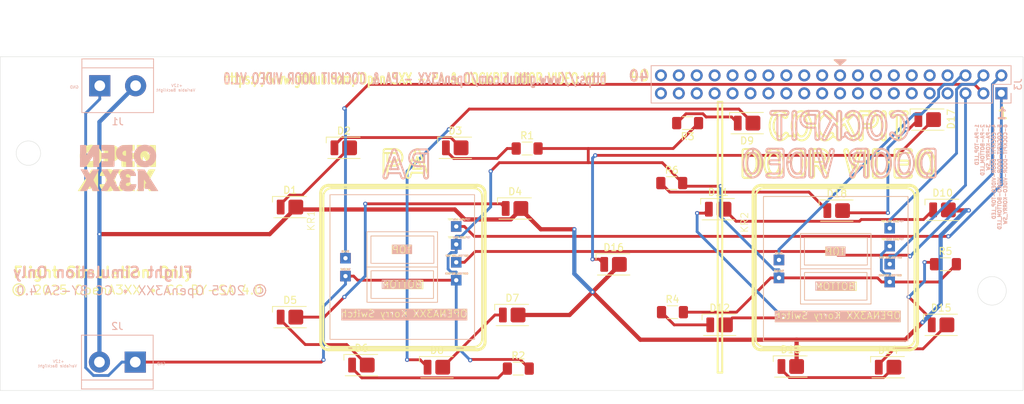
<source format=kicad_pcb>
(kicad_pcb (version 20241229) (generator "pcbnew") (generator_version "9.0")
  (layers (0 "F.Cu" signal) (2 "B.Cu" signal) (13 "F.Paste" user) (15 "B.Paste" user) (5 "F.SilkS" user "F.Silkscreen") (7 "B.SilkS" user "B.Silkscreen") (1 "F.Mask" user) (3 "B.Mask" user) (25 "Edge.Cuts" user))
  (net 0 "")
  (net 1 "Net-(D1-K)")
  (net 2 "+12V")
  (net 3 "Net-(D2-K)")
  (net 4 "Net-(D3-K)")
  (net 5 "Net-(D4-K)")
  (net 6 "Net-(D5-K)")
  (net 7 "Net-(D6-K)")
  (net 8 "Net-(D7-K)")
  (net 9 "Net-(D8-K)")
  (net 10 "Net-(D9-K)")
  (net 11 "Net-(D10-K)")
  (net 12 "Net-(D11-K)")
  (net 13 "Net-(D12-K)")
  (net 14 "Net-(D13-K)")
  (net 15 "Net-(D14-K)")
  (net 16 "Net-(D15-K)")
  (net 17 "GND")
  (net 18 "Net-(J3-Pin_3)")
  (net 19 "Net-(J3-Pin_6)")
  (net 20 "Net-(J3-Pin_2)")
  (net 21 "Net-(J3-Pin_5)")
  (net 22 "Net-(J3-Pin_4)")
  (net 23 "Net-(J3-Pin_1)")
  (net 24 "Net-(D16-K)")
  (net 25 "Net-(D17-K)")
  (net 26 "Net-(D18-K)")
  (footprint "Resistor_SMD:R_1206_3216Metric_Pad1.30x1.75mm_HandSolder" (layer "F.Cu") (at 145.2 83.3)
    (property "Reference" "R1")
    (property "Value" "220R")
  )
  (footprint "OpenA3XX:LED_Everlight-SMD3528_3.5x2.8mm_67-21ST" (layer "F.Cu") (at 176.4 79.7)
    (property "Reference" "D9")
    (property "Value" "LED")
  )
  (footprint "OpenA3XX:LED_Everlight-SMD3528_3.5x2.8mm_67-21ST" (layer "F.Cu") (at 202 79.2)
    (property "Reference" "D17")
    (property "Value" "LED")
  )
  (footprint "Resistor_SMD:R_1206_3216Metric_Pad1.30x1.75mm_HandSolder" (layer "F.Cu") (at 165.7 88.2)
    (property "Reference" "R6")
    (property "Value" "220R")
  )
  (footprint "OpenA3XX:Korry Switch" (layer "F.Cu") (at 178.7 90.1)
    (property "Reference" "KR2")
    (property "Value" "~")
  )
  (footprint "OpenA3XX:LED_Everlight-SMD3528_3.5x2.8mm_67-21ST" (layer "F.Cu") (at 157.465 99.725)
    (property "Reference" "D16")
    (property "Value" "LED")
  )
  (footprint "OpenA3XX:LED_Everlight-SMD3528_3.5x2.8mm_67-21ST" (layer "F.Cu") (at 119.225 83.2)
    (property "Reference" "D2")
    (property "Value" "LED")
  )
  (footprint "Resistor_SMD:R_1206_3216Metric_Pad1.30x1.75mm_HandSolder" (layer "F.Cu") (at 165.8 106.5)
    (property "Reference" "R4")
    (property "Value" "220R")
  )
  (footprint "OpenA3XX:LED_Everlight-SMD3528_3.5x2.8mm_67-21ST" (layer "F.Cu") (at 172.5 108.3)
    (property "Reference" "D12")
    (property "Value" "LED")
  )
  (footprint "Resistor_SMD:R_1206_3216Metric_Pad1.30x1.75mm_HandSolder" (layer "F.Cu") (at 143.95 114.5)
    (property "Reference" "R2")
    (property "Value" "220R")
  )
  (footprint "OpenA3XX:LED_Everlight-SMD3528_3.5x2.8mm_67-21ST" (layer "F.Cu") (at 204.1 92)
    (property "Reference" "D10")
    (property "Value" "LED")
  )
  (footprint "OpenA3XX:LED_Everlight-SMD3528_3.5x2.8mm_67-21ST" (layer "F.Cu") (at 121.725 114)
    (property "Reference" "D6")
    (property "Value" "LED")
  )
  (footprint "OpenA3XX:LED_Everlight-SMD3528_3.5x2.8mm_67-21ST" (layer "F.Cu") (at 111.6 107.2)
    (property "Reference" "D5")
    (property "Value" "LED")
  )
  (footprint "OpenA3XX:LED_Everlight-SMD3528_3.5x2.8mm_67-21ST" (layer "F.Cu") (at 143.1 106.9)
    (property "Reference" "D7")
    (property "Value" "LED")
  )
  (footprint "OpenA3XX:LED_Everlight-SMD3528_3.5x2.8mm_67-21ST" (layer "F.Cu") (at 111.6 91.6)
    (property "Reference" "D1")
    (property "Value" "LED")
  )
  (footprint "OpenA3XX:LED_Everlight-SMD3528_3.5x2.8mm_67-21ST" (layer "F.Cu") (at 135.025 83.2)
    (property "Reference" "D3")
    (property "Value" "LED")
  )
  (footprint "OpenA3XX:LED_Everlight-SMD3528_3.5x2.8mm_67-21ST" (layer "F.Cu") (at 189.1 92.1)
    (property "Reference" "D18")
    (property "Value" "LED")
  )
  (footprint "OpenA3XX:LED_Everlight-SMD3528_3.5x2.8mm_67-21ST" (layer "F.Cu") (at 196.39 114.3)
    (property "Reference" "D14")
    (property "Value" "LED")
  )
  (footprint "OpenA3XX:LED_Everlight-SMD3528_3.5x2.8mm_67-21ST" (layer "F.Cu") (at 182.59 114.2)
    (property "Reference" "D13")
    (property "Value" "LED")
  )
  (footprint "OpenA3XX:OpenA3XXLogoSmall" (layer "F.Cu") (at 87.1 86)
    (property "Reference" "top" (hide yes))
    (property "Value" "LOGO" (hide yes))
  )
  (footprint "OpenA3XX:Korry Switch" (layer "F.Cu") (at 117.25 89.85)
    (property "Reference" "KR1")
    (property "Value" "~")
  )
  (footprint "OpenA3XX:LED_Everlight-SMD3528_3.5x2.8mm_67-21ST" (layer "F.Cu") (at 172.3 91.9)
    (property "Reference" "D11")
    (property "Value" "LED")
  )
  (footprint "Resistor_SMD:R_1206_3216Metric_Pad1.30x1.75mm_HandSolder" (layer "F.Cu") (at 204.5 99.7)
    (property "Reference" "R5")
    (property "Value" "220R")
  )
  (footprint "OpenA3XX:LED_Everlight-SMD3528_3.5x2.8mm_67-21ST" (layer "F.Cu") (at 143.5 91.8)
    (property "Reference" "D4")
    (property "Value" "LED")
  )
  (footprint "OpenA3XX:LED_Everlight-SMD3528_3.5x2.8mm_67-21ST" (layer "F.Cu") (at 203.9 108.3)
    (property "Reference" "D15")
    (property "Value" "LED")
  )
  (footprint "OpenA3XX:LED_Everlight-SMD3528_3.5x2.8mm_67-21ST" (layer "F.Cu") (at 132.425 114.3)
    (property "Reference" "D8")
    (property "Value" "LED")
  )
  (footprint "Resistor_SMD:R_1206_3216Metric_Pad1.30x1.75mm_HandSolder" (layer "F.Cu") (at 167.95 79.7)
    (property "Reference" "R3")
    (property "Value" "220R")
  )
  (footprint "TerminalBlock:TerminalBlock_bornier-2_P5.08mm" (layer "B.Cu") (at 84.62 74.4)
    (property "Reference" "J1")
    (property "Value" "Conn_02x01")
  )
  (footprint "Connector_PinHeader_2.54mm:PinHeader_2x20_P2.54mm_Vertical" (layer "B.Cu") (at 212.425 75.475 90)
    (property "Reference" "J3")
    (property "Value" "Conn_02x20_Counter_Clockwise")
  )
  (footprint "TerminalBlock:TerminalBlock_bornier-2_P5.08mm" (layer "B.Cu") (at 89.65 113.575 180)
    (property "Reference" "J2")
    (property "Value" "Conn_02x01")
  )
  (footprint "OpenA3XX:OpenA3XXLogoSmall" (layer "B.Cu") (at 87.3 86 180)
    (property "Reference" "bottom" (hide yes))
    (property "Value" "LOGO" (hide yes))
  )
  (gr_line (start 177.490246 86.499272) (end 177.505886 86.475354) (stroke (width 0.28) (color 51 153 102 1)) (layer "F.SilkS"))
  (gr_line (start 196.215527 85.795574) (end 196.218457 85.777638) (stroke (width 0.28) (color 51 153 102 1)) (layer "F.SilkS"))
  (gr_curve (pts (xy 182.887081 84.332363) (xy 182.763821 84.595501) (xy 182.685894 84.820103) (xy 182.653286 85.006161)) (stroke (width 0.28) (color 51 153 102 1)) (layer "F.SilkS"))
  (gr_line (start 196.015972 84.408116) (end 196.000317 84.382199) (stroke (width 0.28) (color 51 153 102 1)) (layer "F.SilkS"))
  (gr_line (start 196.000317 86.449436) (end 196.007168 86.436482) (stroke (width 0.28) (color 51 153 102 1)) (layer "F.SilkS"))
  (gr_line (start 193.740444 80.388592) (end 192.776516 80.388592) (stroke (width 0.28) (color 51 153 102 1)) (layer "F.SilkS"))
  (gr_line (start 195.920101 86.571041) (end 195.927929 86.560078) (stroke (width 0.28) (color 51 153 102 1)) (layer "F.SilkS"))
  (gr_line (start 177.233944 84.047291) (end 177.196774 84.021382) (stroke (width 0.28) (color 51 153 102 1)) (layer "F.SilkS"))
  (gr_line (start 195.487728 86.885014) (end 195.497509 86.884014) (stroke (width 0.28) (color 51 153 102 1)) (layer "F.SilkS"))
  (gr_line (start 195.558163 86.866078) (end 195.567944 86.862088) (stroke (width 0.28) (color 51 153 102 1)) (layer "F.SilkS"))
  (gr_line (start 196.164654 84.776905) (end 196.154873 84.743016) (stroke (width 0.28) (color 51 153 102 1)) (layer "F.SilkS"))
  (gr_curve (pts (xy 180.152951 83.371502) (xy 180.473812 83.371502) (xy 180.735974 83.49477) (xy 180.93945 83.741291)) (stroke (width 0.28) (color 51 153 102 1)) (layer "F.SilkS"))
  (gr_curve (pts (xy 125.402592 87.210903) (xy 125.378849 87.400395) (xy 125.285206 87.495137) (xy 125.121662 87.495137)) (stroke (width 0.28) (color 51 153 102 1)) (layer "F.SilkS"))
  (gr_line (start 193.740444 78.007931) (end 193.778134 78.007931) (stroke (width 0.28) (color 51 153 102 1)) (layer "F.SilkS"))
  (gr_line (start 195.605114 83.98151) (end 195.567944 83.967556) (stroke (width 0.28) (color 51 153 102 1)) (layer "F.SilkS"))
  (gr_curve (pts (xy 195.767498 86.740483) (xy 195.777935 86.729855) (xy 195.783001 86.724697) (xy 195.783154 86.724537)) (stroke (width 0.28) (color 51 153 102 1)) (layer "F.SilkS"))
  (gr_line (start 177.756314 85.179592) (end 177.75436 85.143711) (stroke (width 0.28) (color 51 153 102 1)) (layer "F.SilkS"))
  (gr_line (start 195.991513 84.369244) (end 195.984661 84.356282) (stroke (width 0.28) (color 51 153 102 1)) (layer "F.SilkS"))
  (gr_curve (pts (xy 184.482556 86.776371) (xy 184.366482 86.979702) (xy 184.208004 87.15247) (xy 184.007138 87.294674)) (stroke (width 0.28) (color 51 153 102 1)) (layer "F.SilkS"))
  (gr_curve (pts (xy 188.480511 78.784977) (xy 188.444805 78.881314) (xy 188.37936 78.941601) (xy 188.284146 78.965855)) (stroke (width 0.28) (color 51 153 102 1)) (layer "F.SilkS"))
  (gr_line (start 195.550335 86.868069) (end 195.558163 86.866078) (stroke (width 0.28) (color 51 153 102 1)) (layer "F.SilkS"))
  (gr_line (start 176.9483 86.891995) (end 176.955151 86.890995) (stroke (width 0.28) (color 51 153 102 1)) (layer "F.SilkS"))
  (gr_line (start 177.223187 86.789326) (end 177.233944 86.782353) (stroke (width 0.28) (color 51 153 102 1)) (layer "F.SilkS"))
  (gr_line (start 195.922055 84.262593) (end 195.890759 84.218731) (stroke (width 0.28) (color 51 153 102 1)) (layer "F.SilkS"))
  (gr_curve (pts (xy 182.699932 80.314831) (xy 182.66885 79.880329) (xy 182.726376 79.456944) (xy 182.872479 79.044667)) (stroke (width 0.28) (color 51 153 102 1)) (layer "F.SilkS"))
  (gr_curve (pts (xy 127.028775 85.526715) (xy 126.845455 85.653714) (xy 126.63641 85.724598) (xy 126.401646 85.739384)) (stroke (width 0.28) (color 51 153 102 1)) (layer "F.SilkS"))
  (gr_curve (pts (xy 187.050488 78.775883) (xy 186.92091 78.905224) (xy 186.813137 79.070942) (xy 186.7272 79.273037)) (stroke (width 0.28) (color 51 153 102 1)) (layer "F.SilkS"))
  (gr_line (start 192.776516 79.81667) (end 193.740444 79.81667) (stroke (width 0.28) (color 51 153 102 1)) (layer "F.SilkS"))
  (gr_line (start 177.703488 85.976986) (end 177.706433 85.962033) (stroke (width 0.28) (color 51 153 102 1)) (layer "F.SilkS"))
  (gr_line (start 177.758267 85.606198) (end 177.760235 85.566326) (stroke (width 0.28) (color 51 153 102 1)) (layer "F.SilkS"))
  (gr_curve (pts (xy 117.051579 111.902623) (xy 116.391995 111.902623) (xy 115.861004 111.371624) (xy 115.861004 110.712056)) (stroke (width 0.28) (color 51 153 102 1)) (layer "F.SilkS"))
  (gr_curve (pts (xy 184.077572 86.345776) (xy 184.14671 86.192944) (xy 184.193981 85.992268) (xy 184.219418 85.743748)) (stroke (width 0.28) (color 51 153 102 1)) (layer "F.SilkS"))
  (gr_line (start 195.927929 86.560078) (end 195.93771 86.549115) (stroke (width 0.28) (color 51 153 102 1)) (layer "F.SilkS"))
  (gr_line (start 195.712719 86.782353) (end 195.720547 86.776371) (stroke (width 0.28) (color 51 153 102 1)) (layer "F.SilkS"))
  (gr_curve (pts (xy 178.340206 111.749333) (xy 177.771115 111.749333) (xy 177.312985 111.291073) (xy 177.312985 110.721836)) (stroke (width 0.28) (color 0 0 255 1)) (layer "F.SilkS"))
  (gr_curve (pts (xy 185.435345 87.394345) (xy 185.363613 87.339863) (xy 185.32774 87.266102) (xy 185.32774 87.173069)) (stroke (width 0.28) (color 51 153 102 1)) (layer "F.SilkS"))
  (gr_curve (pts (xy 187.805157 82.085171) (xy 187.510968 82.19093) (xy 187.221051 82.171734) (xy 186.935452 82.027569)) (stroke (width 0.28) (color 51 153 102 1)) (layer "F.SilkS"))
  (gr_line (start 177.767071 85.356015) (end 177.766094 85.33508) (stroke (width 0.28) (color 51 153 102 1)) (layer "F.SilkS"))
  (gr_line (start 117.051579 88.446049) (end 138.127011 88.446049) (stroke (width 0.28) (color 51 153 102 1)) (layer "F.SilkS"))
  (gr_curve (pts (xy 186.341427 78.717282) (xy 186.544384 78.353512) (xy 186.838925 78.12582) (xy 187.225018 78.034199)) (stroke (width 0.28) (color 51 153 102 1)) (layer "F.SilkS"))
  (gr_curve (pts (xy 182.026562 78.519223) (xy 182.087399 78.600064) (xy 182.099957 78.688649) (xy 182.064251 78.784977)) (stroke (width 0.28) (color 51 153 102 1)) (layer "F.SilkS"))
  (gr_line (start 196.034558 86.383656) (end 196.043362 86.367703) (stroke (width 0.28) (color 51 153 102 1)) (layer "F.SilkS"))
  (gr_curve (pts (xy 198.891293 78.007931) (xy 199.073773 78.022747) (xy 199.165341 78.118069) (xy 199.165997 78.293888)) (stroke (width 0.28) (color 51 153 102 1)) (layer "F.SilkS"))
  (gr_line (start 177.760235 85.221455) (end 177.756314 85.179592) (stroke (width 0.28) (color 51 153 102 1)) (layer "F.SilkS"))
  (gr_line (start 196.24487 85.33508) (end 196.24487 85.317143) (stroke (width 0.28) (color 51 153 102 1)) (layer "F.SilkS"))
  (gr_line (start 177.697628 85.995922) (end 177.703488 85.976986) (stroke (width 0.28) (color 51 153 102 1)) (layer "F.SilkS"))
  (gr_line (start 195.890759 84.218731) (end 195.855541 84.17886) (stroke (width 0.28) (color 51 153 102 1)) (layer "F.SilkS"))
  (gr_curve (pts (xy 189.375012 82.149838) (xy 189.209729 82.147816) (xy 189.12048 82.053845) (xy 189.10725 81.867916)) (stroke (width 0.28) (color 51 153 102 1)) (layer "F.SilkS"))
  (gr_line (start 176.9483 83.933667) (end 176.938519 83.933667) (stroke (width 0.28) (color 51 153 102 1)) (layer "F.SilkS"))
  (gr_line (start 177.528393 86.436482) (end 177.537197 86.423519) (stroke (width 0.28) (color 51 153 102 1)) (layer "F.SilkS"))
  (gr_line (start 177.65263 86.150418) (end 177.657513 86.134465) (stroke (width 0.28) (color 51 153 102 1)) (layer "F.SilkS"))
  (gr_curve (pts (xy 200.83273 85.498547) (xy 200.839245 85.69125) (xy 200.866635 85.881626) (xy 200.914898 86.069683)) (stroke (width 0.28) (color 51 153 102 1)) (layer "F.SilkS"))
  (gr_curve (pts (xy 175.820416 83.448254) (xy 175.873242 83.397084) (xy 175.936825 83.371502) (xy 176.011166 83.371502)) (stroke (width 0.28) (color 51 153 102 1)) (layer "F.SilkS"))
  (gr_line (start 177.018734 86.884014) (end 177.03439 86.880032) (stroke (width 0.28) (color 51 153 102 1)) (layer "F.SilkS"))
  (gr_line (start 177.747509 85.087895) (end 177.746533 85.067959) (stroke (width 0.28) (color 51 153 102 1)) (layer "F.SilkS"))
  (gr_line (start 196.185208 85.962033) (end 196.19009 85.943096) (stroke (width 0.28) (color 51 153 102 1)) (layer "F.SilkS"))
  (gr_line (start 196.0639 86.32584) (end 196.070751 86.309895) (stroke (width 0.28) (color 51 153 102 1)) (layer "F.SilkS"))
  (gr_line (start 195.497509 86.884014) (end 195.513165 86.880032) (stroke (width 0.28) (color 51 153 102 1)) (layer "F.SilkS"))
  (gr_curve (pts (xy 185.466748 80.360302) (xy 185.437008 80.761792) (xy 185.3289 81.128254) (xy 185.142468 81.45969)) (stroke (width 0.28) (color 51 153 102 1)) (layer "F.SilkS"))
  (gr_line (start 195.960217 86.512234) (end 195.969021 86.499272) (stroke (width 0.28) (color 51 153 102 1)) (layer "F.SilkS"))
  (gr_line (start 177.676098 84.743016) (end 177.666317 84.709126) (stroke (width 0.28) (color 51 153 102 1)) (layer "F.SilkS"))
  (gr_line (start 177.357205 86.672711) (end 177.365032 86.66473) (stroke (width 0.28) (color 51 153 102 1)) (layer "F.SilkS"))
  (gr_line (start 128.741024 85.329174) (end 129.377056 83.552258) (stroke (width 0.28) (color 51 153 102 1)) (layer "F.SilkS"))
  (gr_curve (pts (xy 186.575466 80.434063) (xy 186.603894 80.632786) (xy 186.663723 80.819729) (xy 186.754956 80.994877)) (stroke (width 0.28) (color 51 153 102 1)) (layer "F.SilkS"))
  (gr_line (start 196.059017 84.491841) (end 196.045315 84.461941) (stroke (width 0.28) (color 51 153 102 1)) (layer "F.SilkS"))
  (gr_curve (pts (xy 184.857846 79.658024) (xy 184.820172 79.406758) (xy 184.746456 79.180409) (xy 184.6367 78.978993)) (stroke (width 0.28) (color 51 153 102 1)) (layer "F.SilkS"))
  (gr_line (start 195.818371 86.688656) (end 195.83598 86.672711) (stroke (width 0.28) (color 51 153 102 1)) (layer "F.SilkS"))
  (gr_curve (pts (xy 180.938687 81.57185) (xy 181.179989 81.649319) (xy 181.415692 81.531765) (xy 181.645764 81.219197)) (stroke (width 0.28) (color 51 153 102 1)) (layer "F.SilkS"))
  (gr_line (start 197.829586 85.018116) (end 199.066067 85.018116) (stroke (width 0.28) (color 51 153 102 1)) (layer "F.SilkS"))
  (gr_line (start 177.376766 84.17886) (end 177.341549 84.140988) (stroke (width 0.28) (color 51 153 102 1)) (layer "F.SilkS"))
  (gr_line (start 126.401646 85.739384) (end 126.364056 85.741398) (stroke (width 0.28) (color 51 153 102 1)) (layer "F.SilkS"))
  (gr_curve (pts (xy 177.616268 90.066357) (xy 177.616268 89.433674) (xy 178.125607 88.924336) (xy 178.758297 88.924336)) (stroke (width 0.28) (color 51 153 102 1)) (layer "F.SilkS"))
  (gr_line (start 177.134167 86.843151) (end 177.143948 86.838169) (stroke (width 0.28) (color 51 153 102 1)) (layer "F.SilkS"))
  (gr_line (start 195.417294 83.933667) (end 195.409481 83.933667) (stroke (width 0.28) (color 51 153 102 1)) (layer "F.SilkS"))
  (gr_curve (pts (xy 194.406857 80.173359) (xy 194.223065 80.300679) (xy 194.013485 80.371754) (xy 193.778134 80.38657)) (stroke (width 0.28) (color 51 153 102 1)) (layer "F.SilkS"))
  (gr_line (start 177.241772 86.776371) (end 177.251553 86.768399) (stroke (width 0.28) (color 51 153 102 1)) (layer "F.SilkS"))
  (gr_curve (pts (xy 194.343396 79.279095) (xy 194.367199 79.093174) (xy 194.31828 78.929814) (xy 194.196621 78.789021)) (stroke (width 0.28) (color 51 153 102 1)) (layer "F.SilkS"))
  (gr_curve (pts (xy 194.140103 79.663075) (xy 194.255795 79.560681) (xy 194.323559 79.43269) (xy 194.343396 79.279095)) (stroke (width 0.28) (color 51 153 102 1)) (layer "F.SilkS"))
  (gr_line (start 196.167599 86.031803) (end 196.172482 86.012867) (stroke (width 0.28) (color 51 153 102 1)) (layer "F.SilkS"))
  (gr_curve (pts (xy 178.758297 111.424336) (xy 178.125607 111.424336) (xy 177.616268 110.91499) (xy 177.616268 110.282315)) (stroke (width 0.28) (color 51 153 102 1)) (layer "F.SilkS"))
  (gr_line (start 177.711315 85.943096) (end 177.71719 85.905217) (stroke (width 0.28) (color 51 153 102 1)) (layer "F.SilkS"))
  (gr_line (start 192.494885 78.007931) (end 193.740444 78.007931) (stroke (width 0.28) (color 51 153 102 1)) (layer "F.SilkS"))
  (gr_line (start 195.738156 86.763409) (end 195.747937 86.756436) (stroke (width 0.28) (color 51 153 102 1)) (layer "F.SilkS"))
  (gr_curve (pts (xy 182.625897 85.498547) (xy 182.632412 85.69125) (xy 182.659802 85.881626) (xy 182.708065 86.069683)) (stroke (width 0.28) (color 51 153 102 1)) (layer "F.SilkS"))
  (gr_curve (pts (xy 184.077389 78.581875) (xy 183.834088 78.581875) (xy 183.649975 78.71526) (xy 183.525021 78.982022)) (stroke (width 0.28) (color 51 153 102 1)) (layer "F.SilkS"))
  (gr_line (start 193.658459 83.654576) (end 193.658459 87.179051) (stroke (width 0.28) (color 51 153 102 1)) (layer "F.SilkS"))
  (gr_curve (pts (xy 180.168606 83.937649) (xy 179.928616 83.937649) (xy 179.74699 84.069226) (xy 179.623745 84.332363)) (stroke (width 0.28) (color 51 153 102 1)) (layer "F.SilkS"))
  (gr_line (start 177.001126 86.886013) (end 177.008953 86.885014) (stroke (width 0.28) (color 51 153 102 1)) (layer "F.SilkS"))
  (gr_line (start 125.402592 85.741398) (end 125.402592 87.210903) (stroke (width 0.28) (color 51 153 102 1)) (layer "F.SilkS"))
  (gr_line (start 138.137074 111.749333) (end 117.041516 111.749333) (stroke (width 0.28) (color 0 0 255 1)) (layer "F.SilkS"))
  (gr_curve (pts (xy 202.689389 86.776371) (xy 202.573315 86.979702) (xy 202.414837 87.15247) (xy 202.21397 87.294674)) (stroke (width 0.28) (color 51 153 102 1)) (layer "F.SilkS"))
  (gr_line (start 193.102825 87.179051) (end 193.102825 83.654576) (stroke (width 0.28) (color 51 153 102 1)) (layer "F.SilkS"))
  (gr_line (start 195.969021 86.499272) (end 195.984661 86.475354) (stroke (width 0.28) (color 51 153 102 1)) (layer "F.SilkS"))
  (gr_line (start 176.938519 86.891995) (end 176.930706 87.454151) (stroke (width 0.28)) (layer "F.SilkS"))
  (gr_curve (pts (xy 187.798733 87.021565) (xy 187.882199 87.171742) (xy 187.858731 87.298001) (xy 187.728298 87.400326)) (stroke (width 0.28) (color 51 153 102 1)) (layer "F.SilkS"))
  (gr_line (start 195.853588 86.654766) (end 195.861416 86.645794) (stroke (width 0.28) (color 51 153 102 1)) (layer "F.SilkS"))
  (gr_line (start 177.580242 86.339794) (end 177.585125 86.32584) (stroke (width 0.28) (color 51 153 102 1)) (layer "F.SilkS"))
  (gr_curve (pts (xy 184.858837 78.382817) (xy 185.065121 78.632733) (xy 185.221798 78.904553) (xy 185.3289 79.198262)) (stroke (width 0.28) (color 51 153 102 1)) (layer "F.SilkS"))
  (gr_line (start 196.205746 84.956318) (end 196.199871 84.918446) (stroke (width 0.28) (color 51 153 102 1)) (layer "F.SilkS"))
  (gr_curve (pts (xy 192.020916 83.578823) (xy 192.087445 83.399411) (xy 192.202221 83.333958) (xy 192.365246 83.382466)) (stroke (width 0.28) (color 51 153 102 1)) (layer "F.SilkS"))
  (gr_line (start 195.944561 86.537152) (end 195.953366 86.525189) (stroke (width 0.28) (color 51 153 102 1)) (layer "F.SilkS"))
  (gr_line (start 177.591976 84.519749) (end 177.580242 84.491841) (stroke (width 0.28) (color 51 153 102 1)) (layer "F.SilkS"))
  (gr_line (start 126.364056 85.741398) (end 125.402592 85.741398) (stroke (width 0.28) (color 51 153 102 1)) (layer "F.SilkS"))
  (gr_line (start 177.56654 84.461941) (end 177.558712 84.448979) (stroke (width 0.28) (color 51 153 102 1)) (layer "F.SilkS"))
  (gr_line (start 196.24487 85.488583) (end 196.245846 85.471638) (stroke (width 0.28) (color 51 153 102 1)) (layer "F.SilkS"))
  (gr_curve (pts (xy 183.525021 78.982022) (xy 183.400067 79.248783) (xy 183.321057 79.476475) (xy 183.288006 79.665097)) (stroke (width 0.28) (color 51 153 102 1)) (layer "F.SilkS"))
  (gr_line (start 196.154873 84.743016) (end 196.145092 84.709126) (stroke (width 0.28) (color 51 153 102 1)) (layer "F.SilkS"))
  (gr_curve (pts (xy 130.235653 86.170765) (xy 130.035183 85.606343) (xy 129.834706 85.041928) (xy 129.634236 84.477505)) (stroke (width 0.28) (color 51 153 102 1)) (layer "F.SilkS"))
  (gr_curve (pts (xy 193.379666 83.372502) (xy 193.536831 83.371838) (xy 193.629772 83.465863) (xy 193.658459 83.654576)) (stroke (width 0.28) (color 51 153 102 1)) (layer "F.SilkS"))
  (gr_line (start 195.612942 86.843151) (end 195.622723 86.838169) (stroke (width 0.28) (color 51 153 102 1)) (layer "F.SilkS"))
  (gr_line (start 177.143948 86.838169) (end 177.159603 86.828198) (stroke (width 0.28) (color 51 153 102 1)) (layer "F.SilkS"))
  (gr_curve (pts (xy 115.861004 89.636624) (xy 115.861004 88.97704) (xy 116.391995 88.446049) (xy 117.051579 88.446049)) (stroke (width 0.28) (color 51 153 102 1)) (layer "F.SilkS"))
  (gr_line (start 182.119793 81.526379) (end 182.109875 81.540524) (stroke (width 0.28) (color 51 153 102 1)) (layer "F.SilkS"))
  (gr_curve (pts (xy 184.201809 84.99918) (xy 184.164639 84.751324) (xy 184.091915 84.528057) (xy 183.98367 84.329373)) (stroke (width 0.28) (color 51 153 102 1)) (layer "F.SilkS"))
  (gr_line (start 196.109875 86.216198) (end 196.114773 86.200253) (stroke (width 0.28) (color 51 153 102 1)) (layer "F.SilkS"))
  (gr_line (start 176.983517 83.935658) (end 176.9483 83.933667) (stroke (width 0.28) (color 51 153 102 1)) (layer "F.SilkS"))
  (gr_curve (pts (xy 195.800762 86.7066) (xy 195.803372 86.703938) (xy 195.805981 86.701283) (xy 195.80859 86.69862)) (stroke (width 0.28) (color 51 153 102 1)) (layer "F.SilkS"))
  (gr_curve (pts (xy 188.55389 81.500111) (xy 188.54794 81.508869) (xy 188.541989 81.51762) (xy 188.536038 81.526379)) (stroke (width 0.28) (color 51 153 102 1)) (layer "F.SilkS"))
  (gr_line (start 196.172482 86.012867) (end 196.176403 85.995922) (stroke (width 0.28) (color 51 153 102 1)) (layer "F.SilkS"))
  (gr_curve (pts (xy 190.164257 83.748272) (xy 190.139477 83.559552) (xy 190.20567 83.443936) (xy 190.362835 83.401409)) (stroke (width 0.28) (color 51 153 102 1)) (layer "F.SilkS"))
  (gr_curve (pts (xy 187.577648 83.655575) (xy 187.792858 83.844952) (xy 187.926541 84.085171) (xy 187.97871 84.376217)) (stroke (width 0.28) (color 51 153 102 1)) (layer "F.SilkS"))
  (gr_line (start 126.364056 83.366803) (end 126.401646 83.366803) (stroke (width 0.28) (color 51 153 102 1)) (layer "F.SilkS"))
  (gr_curve (pts (xy 202.408642 84.99918) (xy 202.371472 84.751324) (xy 202.298748 84.528057) (xy 202.190502 84.329373)) (stroke (width 0.28) (color 51 153 102 1)) (layer "F.SilkS"))
  (gr_curve (pts (xy 183.343533 80.743267) (xy 183.392453 80.933911) (xy 183.465847 81.105686) (xy 183.563687 81.258602)) (stroke (width 0.28) (color 51 153 102 1)) (layer "F.SilkS"))
  (gr_line (start 176.963955 86.889996) (end 176.97276 86.889004) (stroke (width 0.28) (color 51 153 102 1)) (layer "F.SilkS"))
  (gr_curve (pts (xy 201.984097 86.767399) (xy 202.116482 86.635166) (xy 202.21658 86.494625) (xy 202.284405 86.345776)) (stroke (width 0.28) (color 51 153 102 1)) (layer "F.SilkS"))
  (gr_curve (pts (xy 199.726361 83.651585) (xy 199.725704 83.823689) (xy 199.634075 83.915722) (xy 199.451474 83.927685)) (stroke (width 0.28) (color 51 153 102 1)) (layer "F.SilkS"))
  (gr_line (start 177.688824 86.031803) (end 177.693707 86.012867) (stroke (width 0.28) (color 51 153 102 1)) (layer "F.SilkS"))
  (gr_curve (pts (xy 124.842724 83.649014) (xy 124.862507 83.482373) (xy 124.949551 83.388302) (xy 125.103863 83.366803)) (stroke (width 0.28) (color 51 153 102 1)) (layer "F.SilkS"))
  (gr_curve (pts (xy 183.563687 81.258602) (xy 183.661541 81.411526) (xy 183.789791 81.512905) (xy 183.948468 81.562756)) (stroke (width 0.28) (color 51 153 102 1)) (layer "F.SilkS"))
  (gr_curve (pts (xy 180.814236 86.345776) (xy 180.883358 86.192944) (xy 180.930645 85.992268) (xy 180.956082 85.743748)) (stroke (width 0.28) (color 51 153 102 1)) (layer "F.SilkS"))
  (gr_line (start 195.44273 86.889996) (end 195.451535 86.889004) (stroke (width 0.28) (color 51 153 102 1)) (layer "F.SilkS"))
  (gr_line (start 198.891293 78.577832) (end 198.165386 78.577832) (stroke (width 0.28) (color 51 153 102 1)) (layer "F.SilkS"))
  (gr_line (start 177.505886 86.475354) (end 177.512738 86.462399) (stroke (width 0.28) (color 51 153 102 1)) (layer "F.SilkS"))
  (gr_line (start 177.089169 83.967556) (end 177.051998 83.953602) (stroke (width 0.28) (color 51 153 102 1)) (layer "F.SilkS"))
  (gr_curve (pts (xy 138.127011 88.446049) (xy 138.786595 88.446049) (xy 139.317585 88.97704) (xy 139.317585 89.636624)) (stroke (width 0.28) (color 51 153 102 1)) (layer "F.SilkS"))
  (gr_line (start 196.245846 85.356015) (end 196.24487 85.33508) (stroke (width 0.28) (color 51 153 102 1)) (layer "F.SilkS"))
  (gr_line (start 195.693157 86.794308) (end 195.701962 86.789326) (stroke (width 0.28) (color 51 153 102 1)) (layer "F.SilkS"))
  (gr_line (start 177.756314 85.64407) (end 177.758267 85.606198) (stroke (width 0.28) (color 51 153 102 1)) (layer "F.SilkS"))
  (gr_curve (pts (xy 126.762692 85.017735) (xy 126.878094 84.9156) (xy 126.94569 84.78793) (xy 126.965473 84.634732)) (stroke (width 0.28) (color 51 153 102 1)) (layer "F.SilkS"))
  (gr_curve (pts (xy 199.066067 85.018116) (xy 199.251278 85.046025) (xy 199.343548 85.140721) (xy 199.342892 85.302189)) (stroke (width 0.28) (color 51 153 102 1)) (layer "F.SilkS"))
  (gr_line (start 177.269161 86.756436) (end 177.288723 86.740483) (stroke (width 0.28) (color 51 153 102 1)) (layer "F.SilkS"))
  (gr_line (start 177.481442 86.512234) (end 177.490246 86.499272) (stroke (width 0.28) (color 51 153 102 1)) (layer "F.SilkS"))
  (gr_curve (pts (xy 202.21397 87.294674) (xy 202.013119 87.436879) (xy 201.791378 87.486714) (xy 201.548779 87.444187)) (stroke (width 0.28) (color 51 153 102 1)) (layer "F.SilkS"))
  (gr_curve (pts (xy 179.362561 85.498547) (xy 179.369076 85.69125) (xy 179.396466 85.881626) (xy 179.444729 86.069683)) (stroke (width 0.28) (color 51 153 102 1)) (layer "F.SilkS"))
  (gr_line (start 177.766094 85.488583) (end 177.767071 85.471638) (stroke (width 0.28) (color 51 153 102 1)) (layer "F.SilkS"))
  (gr_curve (pts (xy 194.214093 83.63464) (xy 194.217999 83.56155) (xy 194.246365 83.499417) (xy 194.299191 83.448254)) (stroke (width 0.28) (color 51 153 102 1)) (layer "F.SilkS"))
  (gr_curve (pts (xy 199.451474 86.893986) (xy 199.635388 86.921894) (xy 199.727337 87.015583) (xy 199.727337 87.175068)) (stroke (width 0.28) (color 51 153 102 1)) (layer "F.SilkS"))
  (gr_curve (pts (xy 192.365246 83.382466) (xy 192.528286 83.430973) (xy 192.590893 83.544934) (xy 192.553067 83.724346)) (stroke (width 0.28) (color 51 153 102 1)) (layer "F.SilkS"))
  (gr_line (start 182.016644 78.505078) (end 182.026562 78.519223) (stroke (width 0.28) (color 51 153 102 1)) (layer "F.SilkS"))
  (gr_curve (pts (xy 195.80859 86.69862) (xy 195.811199 86.695965) (xy 195.814465 86.692646) (xy 195.818371 86.688656)) (stroke (width 0.28) (color 51 153 102 1)) (layer "F.SilkS"))
  (gr_curve (pts (xy 129.636219 83.366803) (xy 129.765469 83.36546) (xy 129.852513 83.427281) (xy 129.897358 83.552258)) (stroke (width 0.28) (color 51 153 102 1)) (layer "F.SilkS"))
  (gr_line (start 196.15292 86.082638) (end 196.164654 86.048748) (stroke (width 0.28) (color 51 153 102 1)) (layer "F.SilkS"))
  (gr_line (start 195.861416 86.645794) (end 195.871197 86.634831) (stroke (width 0.28) (color 51 153 102 1)) (layer "F.SilkS"))
  (gr_line (start 172.227398 76.683644) (end 172.216442 115.065853) (stroke (width 0.28) (color 51 153 102 1)) (layer "F.SilkS"))
  (gr_curve (pts (xy 194.823376 79.644886) (xy 194.729489 79.869885) (xy 194.590664 80.046048) (xy 194.406857 80.173359)) (stroke (width 0.28) (color 51 153 102 1)) (layer "F.SilkS"))
  (gr_line (start 196.213574 85.013134) (end 196.211621 84.994198) (stroke (width 0.28) (color 51 153 102 1)) (layer "F.SilkS"))
  (gr_curve (pts (xy 201.132061 86.578015) (xy 201.228588 86.728855) (xy 201.355099 86.828862) (xy 201.511608 86.878041)) (stroke (width 0.28) (color 51 153 102 1)) (layer "F.SilkS"))
  (gr_line (start 177.685879 84.776905) (end 177.676098 84.743016) (stroke (width 0.28) (color 51 153 102 1)) (layer "F.SilkS"))
  (gr_curve (pts (xy 186.816586 85.209492) (xy 186.949627 85.209492) (xy 187.072567 85.168293) (xy 187.185375 85.085896)) (stroke (width 0.28) (color 51 153 102 1)) (layer "F.SilkS"))
  (gr_poly (pts (xy 190.35 70.75) (xy 189.55 71.45) (xy 188.75 70.75)) (stroke (width 0.2)) (fill yes) (layer "F.SilkS"))
  (gr_line (start 138.127011 111.902623) (end 117.051579 111.902623) (stroke (width 0.28) (color 51 153 102 1)) (layer "F.SilkS"))
  (gr_line (start 195.65794 86.818234) (end 195.665768 86.813252) (stroke (width 0.28) (color 51 153 102 1)) (layer "F.SilkS"))
  (gr_line (start 175.737271 87.171078) (end 175.735317 87.171078) (stroke (width 0.28) (color 51 153 102 1)) (layer "F.SilkS"))
  (gr_line (start 139.164295 89.626835) (end 139.164295 110.721836) (stroke (width 0.28) (color 0 0 255 1)) (layer "F.SilkS"))
  (gr_line (start 177.738705 85.030079) (end 177.734799 85.013134) (stroke (width 0.28) (color 51 153 102 1)) (layer "F.SilkS"))
  (gr_line (start 177.6311 86.216198) (end 177.635998 86.200253) (stroke (width 0.28) (color 51 153 102 1)) (layer "F.SilkS"))
  (gr_line (start 196.246838 85.450703) (end 196.246838 85.432766) (stroke (width 0.28) (color 51 153 102 1)) (layer "F.SilkS"))
  (gr_curve (pts (xy 181.683438 81.166653) (xy 181.807736 81.026532) (xy 181.938977 81.012051) (xy 182.077145 81.123204)) (stroke (width 0.28) (color 51 153 102 1)) (layer "F.SilkS"))
  (gr_curve (pts (xy 200.280026 85.647061) (xy 200.249386 85.218464) (xy 200.306118 84.800831) (xy 200.450238 84.394162)) (stroke (width 0.28) (color 51 153 102 1)) (layer "F.SilkS"))
  (gr_curve (pts (xy 181.586254 78.872891) (xy 181.409069 78.662716) (xy 181.238507 78.561665) (xy 181.074536 78.569752)) (stroke (width 0.28) (color 51 153 102 1)) (layer "F.SilkS"))
  (gr_line (start 194.216046 87.171078) (end 194.214093 87.171078) (stroke (width 0.28) (color 51 153 102 1)) (layer "F.SilkS"))
  (gr_line (start 176.011166 83.371502) (end 176.009213 83.371502) (stroke (width 0.28) (color 51 153 102 1)) (layer "F.SilkS"))
  (gr_line (start 181.645764 81.219197) (end 181.683438 81.166653) (stroke (width 0.28) (color 51 153 102 1)) (layer "F.SilkS"))
  (gr_curve (pts (xy 178.350262 111.902623) (xy 177.690686 111.902623) (xy 177.159695 111.371624) (xy 177.159695 110.712056)) (stroke (width 0.28) (color 51 153 102 1)) (layer "F.SilkS"))
  (gr_curve (pts (xy 199.435757 88.599339) (xy 200.004849 88.599339) (xy 200.462979 89.057598) (xy 200.462979 89.626835)) (stroke (width 0.28) (color 0 0 255 1)) (layer "F.SilkS"))
  (gr_line (start 172.852795 115.066204) (end 172.863751 76.683995) (stroke (width 0.28) (color 51 153 102 1)) (layer "F.SilkS"))
  (gr_line (start 196.19009 84.882565) (end 196.184231 84.848675) (stroke (width 0.28) (color 51 153 102 1)) (layer "F.SilkS"))
  (gr_line (start 177.458935 86.549115) (end 177.465786 86.537152) (stroke (width 0.28) (color 51 153 102 1)) (layer "F.SilkS"))
  (gr_line (start 177.71719 85.905217) (end 177.72012 85.888272) (stroke (width 0.28) (color 51 153 102 1)) (layer "F.SilkS"))
  (gr_line (start 177.449154 86.560078) (end 177.458935 86.549115) (stroke (width 0.28) (color 51 153 102 1)) (layer "F.SilkS"))
  (gr_curve (pts (xy 187.512112 87.446179) (xy 187.430584 87.431561) (xy 187.370922 87.390362) (xy 187.333096 87.322583)) (stroke (width 0.28) (color 51 153 102 1)) (layer "F.SilkS"))
  (gr_line (start 196.164654 86.048748) (end 196.167599 86.031803) (stroke (width 0.28) (color 51 153 102 1)) (layer "F.SilkS"))
  (gr_curve (pts (xy 184.7319 81.023167) (xy 184.801983 80.868229) (xy 184.849911 80.664784) (xy 184.875698 80.412846)) (stroke (width 0.28) (color 51 153 102 1)) (layer "F.SilkS"))
  (gr_line (start 177.537197 86.423519) (end 177.548931 86.39761) (stroke (width 0.28) (color 51 153 102 1)) (layer "F.SilkS"))
  (gr_curve (pts (xy 183.341961 87.444187) (xy 182.946759 87.373745) (xy 182.644161 87.163769) (xy 182.43417 86.814244)) (stroke (width 0.28) (color 51 153 102 1)) (layer "F.SilkS"))
  (gr_line (start 195.871197 86.634831) (end 195.886853 86.614895) (stroke (width 0.28) (color 51 153 102 1)) (layer "F.SilkS"))
  (gr_line (start 196.228237 85.702877) (end 196.231182 85.68195) (stroke (width 0.28) (color 51 153 102 1)) (layer "F.SilkS"))
  (gr_curve (pts (xy 186.935452 82.027569) (xy 186.603558 81.859158) (xy 186.359936 81.573536) (xy 186.204571 81.170697)) (stroke (width 0.28) (color 51 153 102 1)) (layer "F.SilkS"))
  (gr_line (start 177.768048 85.412831) (end 177.768048 85.393887) (stroke (width 0.28) (color 51 153 102 1)) (layer "F.SilkS"))
  (gr_curve (pts (xy 199.342892 85.302189) (xy 199.342251 85.463665) (xy 199.249966 85.55769) (xy 199.066067 85.584271)) (stroke (width 0.28) (color 51 153 102 1)) (layer "F.SilkS"))
  (gr_line (start 198.974255 111.424336) (end 178.758297 111.424336) (stroke (width 0.28) (color 51 153 102 1)) (layer "F.SilkS"))
  (gr_curve (pts (xy 183.065869 81.498089) (xy 182.852978 81.14375) (xy 182.730999 80.749333) (xy 182.699932 80.314831)) (stroke (width 0.28) (color 51 153 102 1)) (layer "F.SilkS"))
  (gr_curve (pts (xy 177.958813 86.816243) (xy 177.729901 87.241513) (xy 177.387203 87.454151) (xy 176.930706 87.454151)) (stroke (width 0.28) (color 51 153 102 1)) (layer "F.SilkS"))
  (gr_line (start 192.477032 78.007931) (end 192.494885 78.007931) (stroke (width 0.28) (color 51 153 102 1)) (layer "F.SilkS"))
  (gr_line (start 195.93771 86.549115) (end 195.944561 86.537152) (stroke (width 0.28) (color 51 153 102 1)) (layer "F.SilkS"))
  (gr_line (start 177.051998 83.953602) (end 177.03439 83.948613) (stroke (width 0.28) (color 51 153 102 1)) (layer "F.SilkS"))
  (gr_curve (pts (xy 201.623135 83.371502) (xy 201.943981 83.371502) (xy 202.206143 83.49477) (xy 202.409619 83.741291)) (stroke (width 0.28) (color 51 153 102 1)) (layer "F.SilkS"))
  (gr_line (start 190.594799 79.396313) (end 191.759045 81.736554) (stroke (width 0.28) (color 51 153 102 1)) (layer "F.SilkS"))
  (gr_line (start 177.312985 110.721836) (end 177.312985 89.626835) (stroke (width 0.28) (color 0 0 255 1)) (layer "F.SilkS"))
  (gr_line (start 176.930706 83.933667) (end 176.285076 83.933667) (stroke (width 0.28) (color 51 153 102 1)) (layer "F.SilkS"))
  (gr_curve (pts (xy 178.809857 85.647061) (xy 178.779202 85.218464) (xy 178.835949 84.800831) (xy 178.980068 84.394162)) (stroke (width 0.28) (color 51 153 102 1)) (layer "F.SilkS"))
  (gr_line (start 177.126339 86.846142) (end 177.134167 86.843151) (stroke (width 0.28) (color 51 153 102 1)) (layer "F.SilkS"))
  (gr_line (start 195.622723 86.838169) (end 195.638378 86.828198) (stroke (width 0.28) (color 51 153 102 1)) (layer "F.SilkS"))
  (gr_curve (pts (xy 183.288006 79.665097) (xy 183.262875 79.802517) (xy 183.253628 79.968914) (xy 183.260235 80.164273)) (stroke (width 0.28) (color 51 153 102 1)) (layer "F.SilkS"))
  (gr_line (start 196.121624 86.182309) (end 196.131405 86.150418) (stroke (width 0.28) (color 51 153 102 1)) (layer "F.SilkS"))
  (gr_curve (pts (xy 187.329174 84.207768) (xy 187.211788 84.042309) (xy 187.050061 83.950939) (xy 186.843991 83.933667)) (stroke (width 0.28) (color 51 153 102 1)) (layer "F.SilkS"))
  (gr_line (start 196.084454 84.549649) (end 196.070751 84.519749) (stroke (width 0.28) (color 51 153 102 1)) (layer "F.SilkS"))
  (gr_curve (pts (xy 137.675564 88.924336) (xy 138.308247 88.924336) (xy 138.817585 89.433674) (xy 138.817585 90.066357)) (stroke (width 0.28) (color 51 153 102 1)) (layer "F.SilkS"))
  (gr_line (start 196.23901 85.566326) (end 196.240963 85.528447) (stroke (width 0.28) (color 51 153 102 1)) (layer "F.SilkS"))
  (gr_line (start 178.340206 88.599339) (end 199.435757 88.599339) (stroke (width 0.28) (color 0 0 255 1)) (layer "F.SilkS"))
  (gr_line (start 195.409481 83.933667) (end 194.763851 83.933667) (stroke (width 0.28) (color 51 153 102 1)) (layer "F.SilkS"))
  (gr_line (start 201.638775 83.937649) (end 201.623135 83.371502) (stroke (width 0.28)) (layer "F.SilkS"))
  (gr_curve (pts (xy 189.375012 78.008938) (xy 189.540295 78.005574) (xy 189.637478 78.100895) (xy 189.666577 78.294903)) (stroke (width 0.28) (color 51 153 102 1)) (layer "F.SilkS"))
  (gr_line (start 177.736752 85.795574) (end 177.739682 85.777638) (stroke (width 0.28) (color 51 153 102 1)) (layer "F.SilkS"))
  (gr_curve (pts (xy 200.641003 86.814244) (xy 200.431011 86.464726) (xy 200.310681 86.075657) (xy 200.280026 85.647061)) (stroke (width 0.28) (color 51 153 102 1)) (layer "F.SilkS"))
  (gr_line (start 195.984661 84.356282) (end 195.969021 84.332363) (stroke (width 0.28) (color 51 153 102 1)) (layer "F.SilkS"))
  (gr_line (start 177.474591 86.525189) (end 177.481442 86.512234) (stroke (width 0.28) (color 51 153 102 1)) (layer "F.SilkS"))
  (gr_line (start 182.653286 85.006161) (end 182.24342 84.394162) (stroke (width 0.28)) (layer "F.SilkS"))
  (gr_line (start 195.984661 86.475354) (end 195.991513 86.462399) (stroke (width 0.28) (color 51 153 102 1)) (layer "F.SilkS"))
  (gr_line (start 196.21748 85.030079) (end 196.213574 85.013134) (stroke (width 0.28) (color 51 153 102 1)) (layer "F.SilkS"))
  (gr_curve (pts (xy 196.037213 81.867916) (xy 196.008114 82.057888) (xy 195.913906 82.152531) (xy 195.754574 82.15186)) (stroke (width 0.28) (color 51 153 102 1)) (layer "F.SilkS"))
  (gr_line (start 199.425701 111.902623) (end 178.350262 111.902623) (stroke (width 0.28) (color 51 153 102 1)) (layer "F.SilkS"))
  (gr_line (start 197.60606 78.577832) (end 196.87817 78.577832) (stroke (width 0.28) (color 51 153 102 1)) (layer "F.SilkS"))
  (gr_curve (pts (xy 139.317585 110.712056) (xy 139.317585 111.371624) (xy 138.786595 111.902623) (xy 138.127011 111.902623)) (stroke (width 0.28) (color 51 153 102 1)) (layer "F.SilkS"))
  (gr_curve (pts (xy 177.304379 86.724537) (xy 177.306988 86.721882) (xy 177.309597 86.71922) (xy 177.312207 86.716564)) (stroke (width 0.28) (color 51 153 102 1)) (layer "F.SilkS"))
  (gr_line (start 177.008953 86.885014) (end 177.018734 86.884014) (stroke (width 0.28) (color 51 153 102 1)) (layer "F.SilkS"))
  (gr_curve (pts (xy 197.557644 87.454151) (xy 197.394604 87.432888) (xy 197.301998 87.338528) (xy 197.279827 87.171078)) (stroke (width 0.28) (color 51 153 102 1)) (layer "F.SilkS"))
  (gr_curve (pts (xy 126.364056 85.170933) (xy 126.514408 85.170933) (xy 126.64729 85.11987) (xy 126.762692 85.017735)) (stroke (width 0.28) (color 51 153 102 1)) (layer "F.SilkS"))
  (gr_line (start 192.553067 83.724346) (end 191.621807 87.24683) (stroke (width 0.28) (color 51 153 102 1)) (layer "F.SilkS"))
  (gr_line (start 177.711315 84.882565) (end 177.705456 84.848675) (stroke (width 0.28) (color 51 153 102 1)) (layer "F.SilkS"))
  (gr_line (start 177.408078 86.614895) (end 177.425671 86.592968) (stroke (width 0.28) (color 51 153 102 1)) (layer "F.SilkS"))
  (gr_line (start 177.624264 86.233143) (end 177.6311 86.216198) (stroke (width 0.28) (color 51 153 102 1)) (layer "F.SilkS"))
  (gr_line (start 177.749462 85.702877) (end 177.752407 85.68195) (stroke (width 0.28) (color 51 153 102 1)) (layer "F.SilkS"))
  (gr_curve (pts (xy 202.190502 84.329373) (xy 202.082241 84.130688) (xy 201.928341 84.004101) (xy 201.728771 83.949612)) (stroke (width 0.28) (color 51 153 102 1)) (layer "F.SilkS"))
  (gr_curve (pts (xy 203.009274 85.691914) (xy 202.979916 86.087956) (xy 202.873287 86.449436) (xy 202.689389 86.776371)) (stroke (width 0.28) (color 51 153 102 1)) (layer "F.SilkS"))
  (gr_curve (pts (xy 179.661892 86.578015) (xy 179.758404 86.728855) (xy 179.88493 86.828862) (xy 180.041439 86.878041)) (stroke (width 0.28) (color 51 153 102 1)) (layer "F.SilkS"))
  (gr_curve (pts (xy 125.121662 87.495137) (xy 124.958126 87.495137) (xy 124.865139 87.400395) (xy 124.842724 87.210903)) (stroke (width 0.28) (color 51 153 102 1)) (layer "F.SilkS"))
  (gr_curve (pts (xy 196.437588 86.816243) (xy 196.208676 87.241513) (xy 195.865979 87.454151) (xy 195.409481 87.454151)) (stroke (width 0.28) (color 51 153 102 1)) (layer "F.SilkS"))
  (gr_line (start 196.027706 86.39761) (end 196.034558 86.383656) (stroke (width 0.28) (color 51 153 102 1)) (layer "F.SilkS"))
  (gr_curve (pts (xy 180.31094 79.273037) (xy 180.224987 79.475132) (xy 180.1721 79.664425) (xy 180.152264 79.840916)) (stroke (width 0.28) (color 51 153 102 1)) (layer "F.SilkS"))
  (gr_line (start 196.218457 85.777638) (end 196.223355 85.757702) (stroke (width 0.28) (color 51 153 102 1)) (layer "F.SilkS"))
  (gr_curve (pts (xy 179.38995 85.006161) (xy 179.36517 85.141712) (xy 179.35603 85.305844) (xy 179.362561 85.498547)) (stroke (width 0.28) (color 51 153 102 1)) (layer "F.SilkS"))
  (gr_line (start 177.580242 84.491841) (end 177.56654 84.461941) (stroke (width 0.28) (color 51 153 102 1)) (layer "F.SilkS"))
  (gr_line (start 195.605114 86.846142) (end 195.612942 86.843151) (stroke (width 0.28) (color 51 153 102 1)) (layer "F.SilkS"))
  (gr_line (start 196.246838 85.374951) (end 196.245846 85.356015) (stroke (width 0.28) (color 51 153 102 1)) (layer "F.SilkS"))
  (gr_curve (pts (xy 193.778134 80.38657) (xy 193.765576 80.387242) (xy 193.753002 80.387921) (xy 193.740444 80.388592)) (stroke (width 0.28) (color 51 153 102 1)) (layer "F.SilkS"))
  (gr_curve (pts (xy 181.867901 78.965855) (xy 181.766079 78.992802) (xy 181.672207 78.961811) (xy 181.586254 78.872891)) (stroke (width 0.28) (color 51 153 102 1)) (layer "F.SilkS"))
  (gr_curve (pts (xy 182.872479 79.044667) (xy 183.018597 78.632397) (xy 183.251644 78.332623) (xy 183.571621 78.145352)) (stroke (width 0.28) (color 51 153 102 1)) (layer "F.SilkS"))
  (gr_line (start 196.198895 85.888272) (end 196.203793 85.869335) (stroke (width 0.28) (color 51 153 102 1)) (layer "F.SilkS"))
  (gr_line (start 195.433926 86.890995) (end 195.44273 86.889996) (stroke (width 0.28) (color 51 153 102 1)) (layer "F.SilkS"))
  (gr_curve (pts (xy 196.098141 86.248097) (xy 196.099453 86.244107) (xy 196.101071 86.239125) (xy 196.103039 86.233143)) (stroke (width 0.28) (color 51 153 102 1)) (layer "F.SilkS"))
  (gr_curve (pts (xy 193.740444 79.81667) (xy 193.891186 79.81667) (xy 194.024395 79.765469) (xy 194.140103 79.663075)) (stroke (width 0.28) (color 51 153 102 1)) (layer "F.SilkS"))
  (gr_line (start 177.664364 86.116528) (end 177.674145 86.082638) (stroke (width 0.28) (color 51 153 102 1)) (layer "F.SilkS"))
  (gr_curve (pts (xy 200.860119 85.006161) (xy 200.835339 85.141712) (xy 200.826199 85.305844) (xy 200.83273 85.498547)) (stroke (width 0.28) (color 51 153 102 1)) (layer "F.SilkS"))
  (gr_line (start 193.740444 78.577832) (end 192.776516 78.577832) (stroke (width 0.28) (color 51 153 102 1)) (layer "F.SilkS"))
  (gr_line (start 177.611538 84.565602) (end 177.605664 84.549649) (stroke (width 0.28) (color 51 153 102 1)) (layer "F.SilkS"))
  (gr_line (start 177.521542 86.449436) (end 177.528393 86.436482) (stroke (width 0.28) (color 51 153 102 1)) (layer "F.SilkS"))
  (gr_line (start 179.170819 86.814244) (end 179.661892 86.578015) (stroke (width 0.28)) (layer "F.SilkS"))
  (gr_curve (pts (xy 198.165386 81.863873) (xy 198.13496 82.055195) (xy 198.037457 82.149502) (xy 197.87283 82.146809)) (stroke (width 0.28) (color 51 153 102 1)) (layer "F.SilkS"))
  (gr_line (start 185.879452 83.933667) (end 185.879452 85.209492) (stroke (width 0.28) (color 51 153 102 1)) (layer "F.SilkS"))
  (gr_line (start 196.199871 84.918446) (end 196.19009 84.882565) (stroke (width 0.28) (color 51 153 102 1)) (layer "F.SilkS"))
  (gr_line (start 177.571438 86.354748) (end 177.580242 86.339794) (stroke (width 0.28) (color 51 153 102 1)) (layer "F.SilkS"))
  (gr_curve (pts (xy 183.431958 83.937649) (xy 183.191967 83.937649) (xy 183.010342 84.069226) (xy 182.887081 84.332363)) (stroke (width 0.28) (color 51 153 102 1)) (layer "F.SilkS"))
  (gr_line (start 176.930706 87.454151) (end 176.009213 87.454151) (stroke (width 0.28) (color 51 153 102 1)) (layer "F.SilkS"))
  (gr_line (start 196.195965 85.905217) (end 196.198895 85.888272) (stroke (width 0.28) (color 51 153 102 1)) (layer "F.SilkS"))
  (gr_line (start 195.539578 86.87106) (end 195.550335 86.868069) (stroke (width 0.28) (color 51 153 102 1)) (layer "F.SilkS"))
  (gr_line (start 196.226284 85.087895) (end 196.225308 85.067959) (stroke (width 0.28) (color 51 153 102 1)) (layer "F.SilkS"))
  (gr_line (start 177.591976 86.309895) (end 177.605664 86.279995) (stroke (width 0.28) (color 51 153 102 1)) (layer "F.SilkS"))
  (gr_line (start 176.97276 86.889004) (end 176.983517 86.888005) (stroke (width 0.28) (color 51 153 102 1)) (layer "F.SilkS"))
  (gr_curve (pts (xy 181.539089 85.691914) (xy 181.509747 86.087956) (xy 181.403118 86.449436) (xy 181.219219 86.776371)) (stroke (width 0.28) (color 51 153 102 1)) (layer "F.SilkS"))
  (gr_curve (pts (xy 126.868534 83.483715) (xy 127.141545 83.614071) (xy 127.334759 83.828419) (xy 127.448185 84.126751)) (stroke (width 0.28) (color 51 153 102 1)) (layer "F.SilkS"))
  (gr_line (start 182.109875 81.540524) (end 183.065869 81.498089) (stroke (width 0.28)) (layer "F.SilkS"))
  (gr_line (start 177.74458 85.757702) (end 177.748486 85.719822) (stroke (width 0.28) (color 51 153 102 1)) (layer "F.SilkS"))
  (gr_curve (pts (xy 189.10725 78.294903) (xy 189.12048 78.107632) (xy 189.209729 78.01231) (xy 189.375012 78.008938)) (stroke (width 0.28) (color 51 153 102 1)) (layer "F.SilkS"))
  (gr_line (start 177.689801 84.795849) (end 177.685879 84.776905) (stroke (width 0.28) (color 51 153 102 1)) (layer "F.SilkS"))
  (gr_line (start 177.308285 84.107098) (end 177.271115 84.077198) (stroke (width 0.28) (color 51 153 102 1)) (layer "F.SilkS"))
  (gr_curve (pts (xy 194.417553 87.442189) (xy 194.281918 87.40897) (xy 194.214749 87.318592) (xy 194.216046 87.171078)) (stroke (width 0.28) (color 51 153 102 1)) (layer "F.SilkS"))
  (gr_line (start 176.983517 86.888005) (end 176.991345 86.887005) (stroke (width 0.28) (color 51 153 102 1)) (layer "F.SilkS"))
  (gr_line (start 115.861004 110.712056) (end 115.861004 89.636624) (stroke (width 0.28) (color 51 153 102 1)) (layer "F.SilkS"))
  (gr_curve (pts (xy 177.365032 86.66473) (xy 177.367642 86.662075) (xy 177.370892 86.658757) (xy 177.374813 86.654766)) (stroke (width 0.28) (color 51 153 102 1)) (layer "F.SilkS"))
  (gr_line (start 177.726971 84.956318) (end 177.721096 84.918446) (stroke (width 0.28) (color 51 153 102 1)) (layer "F.SilkS"))
  (gr_line (start 195.530773 83.953602) (end 195.513165 83.948613) (stroke (width 0.28) (color 51 153 102 1)) (layer "F.SilkS"))
  (gr_curve (pts (xy 180.338711 80.994877) (xy 180.497372 81.302059) (xy 180.697369 81.494381) (xy 180.938687 81.57185)) (stroke (width 0.28) (color 51 153 102 1)) (layer "F.SilkS"))
  (gr_line (start 177.537197 84.408116) (end 177.521542 84.382199) (stroke (width 0.28) (color 51 153 102 1)) (layer "F.SilkS"))
  (gr_line (start 192.776516 78.577832) (end 192.776516 79.81667) (stroke (width 0.28) (color 51 153 102 1)) (layer "F.SilkS"))
  (gr_line (start 189.666577 78.294903) (end 189.666577 79.513523) (stroke (width 0.28) (color 51 153 102 1)) (layer "F.SilkS"))
  (gr_line (start 196.211621 84.994198) (end 196.205746 84.956318) (stroke (width 0.28) (color 51 153 102 1)) (layer "F.SilkS"))
  (gr_curve (pts (xy 129.897358 83.552258) (xy 130.320065 84.740231) (xy 130.742764 85.928196) (xy 131.16547 87.116169)) (stroke (width 0.28) (color 51 153 102 1)) (layer "F.SilkS"))
  (gr_curve (pts (xy 195.969021 84.332363) (xy 195.966412 84.328373) (xy 195.963803 84.324391) (xy 195.961193 84.320401)) (stroke (width 0.28) (color 51 153 102 1)) (layer "F.SilkS"))
  (gr_line (start 196.131405 86.150418) (end 196.136288 86.134465) (stroke (width 0.28) (color 51 153 102 1)) (layer "F.SilkS"))
  (gr_line (start 195.462292 86.888005) (end 195.47012 86.887005) (stroke (width 0.28) (color 51 153 102 1)) (layer "F.SilkS"))
  (gr_line (start 197.829586 83.927685) (end 197.829586 85.018116) (stroke (width 0.28) (color 51 153 102 1)) (layer "F.SilkS"))
  (gr_curve (pts (xy 191.359646 87.45316) (xy 191.237042 87.453823) (xy 191.147702 87.387699) (xy 191.09161 87.254803)) (stroke (width 0.28) (color 51 153 102 1)) (layer "F.SilkS"))
  (gr_curve (pts (xy 184.802441 85.691914) (xy 184.773098 86.087956) (xy 184.66647 86.449436) (xy 184.482556 86.776371)) (stroke (width 0.28) (color 51 153 102 1)) (layer "F.SilkS"))
  (gr_curve (pts (xy 138.817585 110.282315) (xy 138.817585 110.91499) (xy 138.308247 111.424336) (xy 137.675564 111.424336)) (stroke (width 0.28) (color 51 153 102 1)) (layer "F.SilkS"))
  (gr_line (start 196.225308 85.067959) (end 196.780941 85.412831) (stroke (width 0.28)) (layer "F.SilkS"))
  (gr_line (start 195.953366 86.525189) (end 195.960217 86.512234) (stroke (width 0.28) (color 51 153 102 1)) (layer "F.SilkS"))
  (gr_curve (pts (xy 194.196621 78.789021) (xy 194.074978 78.648228) (xy 193.922924 78.577832) (xy 193.740444 78.577832)) (stroke (width 0.28) (color 51 153 102 1)) (layer "F.SilkS"))
  (gr_curve (pts (xy 116.014294 89.626835) (xy 116.014294 89.057598) (xy 116.472431 88.599339) (xy 117.041516 88.599339)) (stroke (width 0.28) (color 0 0 255 1)) (layer "F.SilkS"))
  (gr_curve (pts (xy 126.401646 83.366803) (xy 126.570462 83.378895) (xy 126.726094 83.417874) (xy 126.868534 83.483715)) (stroke (width 0.28) (color 51 153 102 1)) (layer "F.SilkS"))
  (gr_line (start 194.487988 87.454151) (end 194.417553 87.442189) (stroke (width 0.28) (color 51 153 102 1)) (layer "F.SilkS"))
  (gr_line (start 195.479901 86.886013) (end 195.487728 86.885014) (stroke (width 0.28) (color 51 153 102 1)) (layer "F.SilkS"))
  (gr_line (start 195.787075 84.107098) (end 195.74989 84.077198) (stroke (width 0.28) (color 51 153 102 1)) (layer "F.SilkS"))
  (gr_line (start 177.271115 84.077198) (end 177.233944 84.047291) (stroke (width 0.28) (color 51 153 102 1)) (layer "F.SilkS"))
  (gr_line (start 177.042218 86.877041) (end 177.051998 86.872059) (stroke (width 0.28) (color 51 153 102 1)) (layer "F.SilkS"))
  (gr_curve (pts (xy 117.459606 111.424336) (xy 116.826916 111.424336) (xy 116.317585 110.91499) (xy 116.317585 110.282315)) (stroke (width 0.28) (color 51 153 102 1)) (layer "F.SilkS"))
  (gr_curve (pts (xy 182.137631 81.500111) (xy 182.13168 81.508869) (xy 182.125744 81.51762) (xy 182.119793 81.526379)) (stroke (width 0.28) (color 51 153 102 1)) (layer "F.SilkS"))
  (gr_line (start 195.904461 86.592968) (end 195.920101 86.571041) (stroke (width 0.28) (color 51 153 102 1)) (layer "F.SilkS"))
  (gr_line (start 195.790982 86.716564) (end 195.800762 86.7066) (stroke (width 0.28) (color 51 153 102 1)) (layer "F.SilkS"))
  (gr_line (start 196.231182 85.68195) (end 196.235089 85.64407) (stroke (width 0.28) (color 51 153 102 1)) (layer "F.SilkS"))
  (gr_line (start 177.699581 84.83173) (end 177.69566 84.812786) (stroke (width 0.28) (color 51 153 102 1)) (layer "F.SilkS"))
  (gr_line (start 186.368573 85.769657) (end 185.879452 85.769657) (stroke (width 0.28) (color 51 153 102 1)) (layer "F.SilkS"))
  (gr_curve (pts (xy 186.568524 79.840916) (xy 186.54472 80.037625) (xy 186.547039 80.23534) (xy 186.575466 80.434063)) (stroke (width 0.28) (color 51 153 102 1)) (layer "F.SilkS"))
  (gr_curve (pts (xy 129.634236 84.477505) (xy 129.834706 85.041928) (xy 130.035183 85.606343) (xy 130.235653 86.170765)) (stroke (width 0.28) (color 51 153 102 1)) (layer "F.SilkS"))
  (gr_curve (pts (xy 182.073208 85.647061) (xy 182.042553 85.218464) (xy 182.099285 84.800831) (xy 182.24342 84.394162)) (stroke (width 0.28) (color 51 153 102 1)) (layer "F.SilkS"))
  (gr_line (start 183.521954 83.949612) (end 183.431958 83.937649) (stroke (width 0.28) (color 51 153 102 1)) (layer "F.SilkS"))
  (gr_line (start 177.441326 86.571041) (end 177.449154 86.560078) (stroke (width 0.28) (color 51 153 102 1)) (layer "F.SilkS"))
  (gr_line (start 177.768048 85.393887) (end 177.768048 85.374951) (stroke (width 0.28) (color 51 153 102 1)) (layer "F.SilkS"))
  (gr_line (start 177.312207 86.716564) (end 177.321987 86.7066) (stroke (width 0.28) (color 51 153 102 1)) (layer "F.SilkS"))
  (gr_curve (pts (xy 179.170819 86.814244) (xy 178.960827 86.464726) (xy 178.840512 86.075657) (xy 178.809857 85.647061)) (stroke (width 0.28) (color 51 153 102 1)) (layer "F.SilkS"))
  (gr_line (start 176.285076 83.933667) (end 176.285076 86.891995) (stroke (width 0.28) (color 51 153 102 1)) (layer "F.SilkS"))
  (gr_line (start 195.417294 86.891995) (end 195.42709 86.891995) (stroke (width 0.28) (color 51 153 102 1)) (layer "F.SilkS"))
  (gr_line (start 185.32774 87.173069) (end 185.32774 83.650593) (stroke (width 0.28) (color 51 153 102 1)) (layer "F.SilkS"))
  (gr_line (start 197.60606 81.863873) (end 197.60606 78.577832) (stroke (width 0.28) (color 51 153 102 1)) (layer "F.SilkS"))
  (gr_line (start 189.666577 79.513523) (end 191.122372 78.084729) (stroke (width 0.28) (color 51 153 102 1)) (layer "F.SilkS"))
  (gr_line (start 176.955151 86.890995) (end 176.963955 86.889996) (stroke (width 0.28) (color 51 153 102 1)) (layer "F.SilkS"))
  (gr_line (start 177.635998 86.200253) (end 177.642849 86.182309) (stroke (width 0.28) (color 51 153 102 1)) (layer "F.SilkS"))
  (gr_curve (pts (xy 188.284146 78.965855) (xy 188.182339 78.992802) (xy 188.088452 78.961811) (xy 188.002514 78.872891)) (stroke (width 0.28) (color 51 153 102 1)) (layer "F.SilkS"))
  (gr_line (start 185.601651 83.371502) (end 186.816586 83.371502) (stroke (width 0.28) (color 51 153 102 1)) (layer "F.SilkS"))
  (gr_curve (pts (xy 197.87283 82.146809) (xy 197.708203 82.144116) (xy 197.61929 82.049801) (xy 197.60606 81.863873)) (stroke (width 0.28) (color 51 153 102 1)) (layer "F.SilkS"))
  (gr_line (start 139.317585 89.636624) (end 139.317585 110.712056) (stroke (width 0.28) (color 51 153 102 1)) (layer "F.SilkS"))
  (gr_line (start 195.42709 86.891995) (end 195.433926 86.890995) (stroke (width 0.28) (color 51 153 102 1)) (layer "F.SilkS"))
  (gr_line (start 177.619366 86.248097) (end 177.624264 86.233143) (stroke (width 0.28) (color 51 153 102 1)) (layer "F.SilkS"))
  (gr_curve (pts (xy 177.159603 86.828198) (xy 177.17265 86.821553) (xy 177.178967 86.818333) (xy 177.179165 86.818234)) (stroke (width 0.28) (color 51 153 102 1)) (layer "F.SilkS"))
  (gr_line (start 177.75436 85.143711) (end 177.750454 85.105831) (stroke (width 0.28) (color 51 153 102 1)) (layer "F.SilkS"))
  (gr_curve (pts (xy 200.450238 84.394162) (xy 200.594372 83.987492) (xy 200.824246 83.691792) (xy 201.139889 83.507061)) (stroke (width 0.28) (color 51 153 102 1)) (layer "F.SilkS"))
  (gr_line (start 194.489941 83.371502) (end 194.487988 83.371502) (stroke (width 0.28) (color 51 153 102 1)) (layer "F.SilkS"))
  (gr_curve (pts (xy 199.425701 88.446049) (xy 200.085278 88.446049) (xy 200.616268 88.97704) (xy 200.616268 89.636624)) (stroke (width 0.28) (color 51 153 102 1)) (layer "F.SilkS"))
  (gr_line (start 177.482418 84.320401) (end 177.476544 84.308438) (stroke (width 0.28) (color 51 153 102 1)) (layer "F.SilkS"))
  (gr_curve (pts (xy 177.018734 83.941639) (xy 176.995266 83.937649) (xy 176.983868 83.935719) (xy 176.983517 83.935658)) (stroke (width 0.28) (color 51 153 102 1)) (layer "F.SilkS"))
  (gr_line (start 176.009213 87.454151) (end 175.938778 87.442189) (stroke (width 0.28) (color 51 153 102 1)) (layer "F.SilkS"))
  (gr_curve (pts (xy 194.246212 78.125141) (xy 194.519924 78.255833) (xy 194.71362 78.470723) (xy 194.827343 78.769825)) (stroke (width 0.28) (color 51 153 102 1)) (layer "F.SilkS"))
  (gr_curve (pts (xy 194.214093 87.171078) (xy 194.214749 85.997586) (xy 194.21539 84.824086) (xy 194.216046 83.650593)) (stroke (width 0.28) (color 51 153 102 1)) (layer "F.SilkS"))
  (gr_line (start 176.009213 83.371502) (end 176.930706 83.371502) (stroke (width 0.28) (color 51 153 102 1)) (layer "F.SilkS"))
  (gr_line (start 195.567944 83.967556) (end 195.530773 83.953602) (stroke (width 0.28) (color 51 153 102 1)) (layer "F.SilkS"))
  (gr_line (start 196.182263 85.976986) (end 196.185208 85.962033) (stroke (width 0.28) (color 51 153 102 1)) (layer "F.SilkS"))
  (gr_line (start 177.196774 84.021382) (end 177.161557 83.999447) (stroke (width 0.28) (color 51 153 102 1)) (layer "F.SilkS"))
  (gr_line (start 177.768048 85.374951) (end 177.767071 85.356015) (stroke (width 0.28) (color 51 153 102 1)) (layer "F.SilkS"))
  (gr_line (start 177.666317 84.709126) (end 177.659466 84.69418) (stroke (width 0.28) (color 51 153 102 1)) (layer "F.SilkS"))
  (gr_line (start 177.659466 84.69418) (end 177.654583 84.677235) (stroke (width 0.28) (color 51 153 102 1)) (layer "F.SilkS"))
  (gr_line (start 193.740444 78.577832) (end 193.740444 78.007931) (stroke (width 0.28)) (layer "F.SilkS"))
  (gr_curve (pts (xy 183.304776 86.878041) (xy 183.487377 86.936512) (xy 183.644879 86.899632) (xy 183.777264 86.767399)) (stroke (width 0.28) (color 51 153 102 1)) (layer "F.SilkS"))
  (gr_line (start 195.820324 84.140988) (end 195.787075 84.107098) (stroke (width 0.28) (color 51 153 102 1)) (layer "F.SilkS"))
  (gr_line (start 177.616268 110.282315) (end 177.616268 90.066357) (stroke (width 0.28) (color 51 153 102 1)) (layer "F.SilkS"))
  (gr_line (start 196.136288 86.134465) (end 196.143139 86.116528) (stroke (width 0.28) (color 51 153 102 1)) (layer "F.SilkS"))
  (gr_line (start 176.938519 83.933667) (end 176.930706 83.933667) (stroke (width 0.28) (color 51 153 102 1)) (layer "F.SilkS"))
  (gr_curve (pts (xy 186.004254 79.914685) (xy 186.026058 79.480183) (xy 186.138455 79.081044) (xy 186.341427 78.717282)) (stroke (width 0.28) (color 51 153 102 1)) (layer "F.SilkS"))
  (gr_curve (pts (xy 202.873287 84.545666) (xy 202.993283 84.913792) (xy 203.038616 85.29588) (xy 203.009274 85.691914)) (stroke (width 0.28) (color 51 153 102 1)) (layer "F.SilkS"))
  (gr_line (start 195.74989 84.077198) (end 195.712719 84.047291) (stroke (width 0.28) (color 51 153 102 1)) (layer "F.SilkS"))
  (gr_line (start 126.364056 83.935253) (end 124.842724 83.935253) (stroke (width 0.28) (color 51 153 102 1)) (layer "F.SilkS"))
  (gr_curve (pts (xy 185.724896 87.423252) (xy 185.621853 87.474423) (xy 185.525341 87.464787) (xy 185.435345 87.394345)) (stroke (width 0.28) (color 51 153 102 1)) (layer "F.SilkS"))
  (gr_curve (pts (xy 184.427456 81.450596) (xy 184.561672 81.31654) (xy 184.663143 81.174061) (xy 184.7319 81.023167)) (stroke (width 0.28) (color 51 153 102 1)) (layer "F.SilkS"))
  (gr_curve (pts (xy 187.354931 81.57185) (xy 187.596249 81.649319) (xy 187.831936 81.531765) (xy 188.062008 81.219197)) (stroke (width 0.28) (color 51 153 102 1)) (layer "F.SilkS"))
  (gr_line (start 197.557644 83.371502) (end 199.451474 83.371502) (stroke (width 0.28) (color 51 153 102 1)) (layer "F.SilkS"))
  (gr_curve (pts (xy 177.196774 86.806271) (xy 177.208508 86.798298) (xy 177.214215 86.79443) (xy 177.214382 86.794308)) (stroke (width 0.28) (color 51 153 102 1)) (layer "F.SilkS"))
  (gr_curve (pts (xy 116.317585 90.066357) (xy 116.317585 89.433674) (xy 116.826916 88.924336) (xy 117.459606 88.924336)) (stroke (width 0.28) (color 51 153 102 1)) (layer "F.SilkS"))
  (gr_line (start 177.03439 83.948613) (end 177.018734 83.941639) (stroke (width 0.28) (color 51 153 102 1)) (layer "F.SilkS"))
  (gr_curve (pts (xy 187.413311 84.762951) (xy 187.474606 84.558293) (xy 187.44656 84.373226) (xy 187.329174 84.207768)) (stroke (width 0.28) (color 51 153 102 1)) (layer "F.SilkS"))
  (gr_line (start 196.237042 85.606198) (end 196.23901 85.566326) (stroke (width 0.28) (color 51 153 102 1)) (layer "F.SilkS"))
  (gr_curve (pts (xy 187.490795 78.569752) (xy 187.32684 78.577832) (xy 187.180065 78.646542) (xy 187.050488 78.775883)) (stroke (width 0.28) (color 51 153 102 1)) (layer "F.SilkS"))
  (gr_curve (pts (xy 188.442822 78.519223) (xy 188.503643 78.600064) (xy 188.516201 78.688649) (xy 188.480511 78.784977)) (stroke (width 0.28) (color 51 153 102 1)) (layer "F.SilkS"))
  (gr_line (start 185.879452 85.769657) (end 185.879452 87.173069) (stroke (width 0.28) (color 51 153 102 1)) (layer "F.SilkS"))
  (gr_line (start 196.070751 86.309895) (end 196.084454 86.279995) (stroke (width 0.28) (color 51 153 102 1)) (layer "F.SilkS"))
  (gr_curve (pts (xy 193.379666 87.459133) (xy 193.2225 87.45847) (xy 193.130215 87.365109) (xy 193.102825 87.179051)) (stroke (width 0.28) (color 51 153 102 1)) (layer "F.SilkS"))
  (gr_line (start 195.47012 86.887005) (end 195.479901 86.886013) (stroke (width 0.28) (color 51 153 102 1)) (layer "F.SilkS"))
  (gr_line (start 195.83598 86.672711) (end 195.843807 86.66473) (stroke (width 0.28) (color 51 153 102 1)) (layer "F.SilkS"))
  (gr_line (start 196.098141 84.579556) (end 196.090313 84.565602) (stroke (width 0.28) (color 51 153 102 1)) (layer "F.SilkS"))
  (gr_line (start 177.642849 86.182309) (end 177.65263 86.150418) (stroke (width 0.28) (color 51 153 102 1)) (layer "F.SilkS"))
  (gr_curve (pts (xy 199.165997 78.293888) (xy 199.166653 78.469715) (xy 199.0751 78.564358) (xy 198.891293 78.577832)) (stroke (width 0.28) (color 51 153 102 1)) (layer "F.SilkS"))
  (gr_line (start 177.685879 86.048748) (end 177.688824 86.031803) (stroke (width 0.28) (color 51 153 102 1)) (layer "F.SilkS"))
  (gr_line (start 197.279827 87.171078) (end 197.279827 83.650593) (stroke (width 0.28) (color 51 153 102 1)) (layer "F.SilkS"))
  (gr_line (start 177.585125 86.32584) (end 177.591976 86.309895) (stroke (width 0.28) (color 51 153 102 1)) (layer "F.SilkS"))
  (gr_line (start 177.693707 86.012867) (end 177.697628 85.995922) (stroke (width 0.28) (color 51 153 102 1)) (layer "F.SilkS"))
  (gr_line (start 186.843991 83.933667) (end 185.879452 83.933667) (stroke (width 0.28) (color 51 153 102 1)) (layer "F.SilkS"))
  (gr_line (start 177.721096 84.918446) (end 177.711315 84.882565) (stroke (width 0.28) (color 51 153 102 1)) (layer "F.SilkS"))
  (gr_line (start 130.641209 87.31371) (end 130.437443 86.737194) (stroke (width 0.28) (color 51 153 102 1)) (layer "F.SilkS"))
  (gr_line (start 177.555783 86.383656) (end 177.564587 86.367703) (stroke (width 0.28) (color 51 153 102 1)) (layer "F.SilkS"))
  (gr_line (start 176.013134 87.454151) (end 176.009213 87.454151) (stroke (width 0.28) (color 51 153 102 1)) (layer "F.SilkS"))
  (gr_line (start 191.259228 81.993214) (end 190.172329 79.808583) (stroke (width 0.28) (color 51 153 102 1)) (layer "F.SilkS"))
  (gr_line (start 177.051998 86.872059) (end 177.060803 86.87106) (stroke (width 0.28) (color 51 153 102 1)) (layer "F.SilkS"))
  (gr_line (start 176.009213 87.454151) (end 176.013134 87.454151) (stroke (width 0.28) (color 51 153 102 1)) (layer "F.SilkS"))
  (gr_curve (pts (xy 195.754574 82.15186) (xy 195.595242 82.151188) (xy 195.50169 82.056538) (xy 195.473919 81.867916)) (stroke (width 0.28) (color 51 153 102 1)) (layer "F.SilkS"))
  (gr_line (start 138.137074 88.599339) (end 137.675564 88.924336) (stroke (width 0.28)) (layer "F.SilkS"))
  (gr_line (start 177.748486 85.719822) (end 177.749462 85.702877) (stroke (width 0.28) (color 51 153 102 1)) (layer "F.SilkS"))
  (gr_curve (pts (xy 181.403118 84.545666) (xy 181.523114 84.913792) (xy 181.568447 85.29588) (xy 181.539089 85.691914)) (stroke (width 0.28) (color 51 153 102 1)) (layer "F.SilkS"))
  (gr_line (start 116.317585 110.282315) (end 116.317585 90.066357) (stroke (width 0.28) (color 51 153 102 1)) (layer "F.SilkS"))
  (gr_curve (pts (xy 178.302166 85.412831) (xy 178.302166 85.923161) (xy 178.18771 86.390965) (xy 177.958813 86.816243)) (stroke (width 0.28) (color 51 153 102 1)) (layer "F.SilkS"))
  (gr_line (start 196.000317 84.382199) (end 195.991513 84.369244) (stroke (width 0.28) (color 51 153 102 1)) (layer "F.SilkS"))
  (gr_line (start 177.44328 84.262593) (end 177.411984 84.218731) (stroke (width 0.28) (color 51 153 102 1)) (layer "F.SilkS"))
  (gr_line (start 177.089169 86.862088) (end 177.106777 86.854115) (stroke (width 0.28) (color 51 153 102 1)) (layer "F.SilkS"))
  (gr_line (start 196.178356 84.83173) (end 196.17445 84.812786) (stroke (width 0.28) (color 51 153 102 1)) (layer "F.SilkS"))
  (gr_line (start 177.159695 110.712056) (end 177.159695 89.636624) (stroke (width 0.28) (color 51 153 102 1)) (layer "F.SilkS"))
  (gr_curve (pts (xy 186.754956 80.994877) (xy 186.913632 81.302059) (xy 187.113629 81.494381) (xy 187.354931 81.57185)) (stroke (width 0.28) (color 51 153 102 1)) (layer "F.SilkS"))
  (gr_curve (pts (xy 178.980068 84.394162) (xy 179.124188 83.987492) (xy 179.354077 83.691792) (xy 179.66972 83.507061)) (stroke (width 0.28) (color 51 153 102 1)) (layer "F.SilkS"))
  (gr_line (start 194.487988 87.454151) (end 194.491909 87.454151) (stroke (width 0.28) (color 51 153 102 1)) (layer "F.SilkS"))
  (gr_curve (pts (xy 179.66972 83.507061) (xy 179.82362 83.416691) (xy 179.984707 83.371502) (xy 180.152951 83.371502)) (stroke (width 0.28) (color 51 153 102 1)) (layer "F.SilkS"))
  (gr_curve (pts (xy 191.759045 81.736554) (xy 191.814572 81.926525) (xy 191.768292 82.057209) (xy 191.620205 82.12862)) (stroke (width 0.28) (color 51 153 102 1)) (layer "F.SilkS"))
  (gr_line (start 195.855541 84.17886) (end 195.820324 84.140988) (stroke (width 0.28) (color 51 153 102 1)) (layer "F.SilkS"))
  (gr_line (start 195.497509 83.941639) (end 195.462292 83.935658) (stroke (width 0.28) (color 51 153 102 1)) (layer "F.SilkS"))
  (gr_line (start 196.109875 84.611447) (end 196.103039 84.596501) (stroke (width 0.28) (color 51 153 102 1)) (layer "F.SilkS"))
  (gr_line (start 188.518185 81.552655) (end 189.10725 81.867916) (stroke (width 0.28)) (layer "F.SilkS"))
  (gr_curve (pts (xy 185.879452 87.173069) (xy 185.879452 87.288693) (xy 185.827938 87.37209) (xy 185.724896 87.423252)) (stroke (width 0.28) (color 51 153 102 1)) (layer "F.SilkS"))
  (gr_curve (pts (xy 139.164295 110.721836) (xy 139.164295 111.291073) (xy 138.70615 111.749333) (xy 138.137074 111.749333)) (stroke (width 0.28) (color 0 0 255 1)) (layer "F.SilkS"))
  (gr_curve (pts (xy 184.219418 85.743748) (xy 184.244854 85.495228) (xy 184.23898 85.247036) (xy 184.201809 84.99918)) (stroke (width 0.28) (color 51 153 102 1)) (layer "F.SilkS"))
  (gr_curve (pts (xy 181.473202 78.099881) (xy 181.694027 78.196209) (xy 181.875164 78.33128) (xy 182.016644 78.505078)) (stroke (width 0.28) (color 51 153 102 1)) (layer "F.SilkS"))
  (gr_line (start 195.712719 84.047291) (end 195.675549 84.021382) (stroke (width 0.28) (color 51 153 102 1)) (layer "F.SilkS"))
  (gr_curve (pts (xy 176.930706 83.371502) (xy 177.3885 83.371502) (xy 177.731533 83.584141) (xy 177.95979 84.009419)) (stroke (width 0.28) (color 51 153 102 1)) (layer "F.SilkS"))
  (gr_line (start 128.8251 86.737194) (end 128.62727 87.299603) (stroke (width 0.28) (color 51 153 102 1)) (layer "F.SilkS"))
  (gr_line (start 196.246838 85.412831) (end 196.246838 85.393887) (stroke (width 0.28) (color 51 153 102 1)) (layer "F.SilkS"))
  (gr_line (start 189.666577 80.305737) (end 189.666577 81.867916) (stroke (width 0.28) (color 51 153 102 1)) (layer "F.SilkS"))
  (gr_line (start 117.459606 88.924336) (end 137.675564 88.924336) (stroke (width 0.28) (color 51 153 102 1)) (layer "F.SilkS"))
  (gr_line (start 196.133358 84.677235) (end 196.121624 84.643345) (stroke (width 0.28) (color 51 153 102 1)) (layer "F.SilkS"))
  (gr_line (start 192.215222 81.861859) (end 192.215222 78.29086) (stroke (width 0.28) (color 51 153 102 1)) (layer "F.SilkS"))
  (gr_curve (pts (xy 130.235653 86.170765) (xy 130.035183 85.606343) (xy 129.834706 85.041928) (xy 129.634236 84.477505)) (stroke (width 0.28) (color 51 153 102 1)) (layer "F.SilkS"))
  (gr_line (start 199.451474 87.454151) (end 197.557644 87.454151) (stroke (width 0.28) (color 51 153 102 1)) (layer "F.SilkS"))
  (gr_line (start 188.062008 81.219197) (end 188.099697 81.166653) (stroke (width 0.28) (color 51 153 102 1)) (layer "F.SilkS"))
  (gr_curve (pts (xy 195.409481 83.371502) (xy 195.867276 83.371502) (xy 196.210308 83.584141) (xy 196.438565 84.009419)) (stroke (width 0.28) (color 51 153 102 1)) (layer "F.SilkS"))
  (gr_curve (pts (xy 195.638378 86.828198) (xy 195.651425 86.821553) (xy 195.657742 86.818333) (xy 195.65794 86.818234)) (stroke (width 0.28) (color 51 153 102 1)) (layer "F.SilkS"))
  (gr_curve (pts (xy 128.267208 87.465901) (xy 128.111584 87.407444) (xy 128.058171 87.28751) (xy 128.106968 87.106083)) (stroke (width 0.28) (color 51 153 102 1)) (layer "F.SilkS"))
  (gr_line (start 194.491909 87.454151) (end 194.487988 87.454151) (stroke (width 0.28) (color 51 153 102 1)) (layer "F.SilkS"))
  (gr_line (start 177.07156 86.868069) (end 177.079388 86.866078) (stroke (width 0.28) (color 51 153 102 1)) (layer "F.SilkS"))
  (gr_line (start 177.766094 85.317143) (end 177.766094 85.297207) (stroke (width 0.28) (color 51 153 102 1)) (layer "F.SilkS"))
  (gr_line (start 198.165386 78.577832) (end 198.165386 81.863873) (stroke (width 0.28) (color 51 153 102 1)) (layer "F.SilkS"))
  (gr_curve (pts (xy 180.041439 86.878041) (xy 180.224041 86.936512) (xy 180.381527 86.899632) (xy 180.513912 86.767399)) (stroke (width 0.28) (color 51 153 102 1)) (layer "F.SilkS"))
  (gr_curve (pts (xy 193.658459 87.179051) (xy 193.629772 87.366436) (xy 193.536831 87.459797) (xy 193.379666 87.459133)) (stroke (width 0.28) (color 51 153 102 1)) (layer "F.SilkS"))
  (gr_curve (pts (xy 177.95979 84.009419) (xy 178.188031 84.434697) (xy 178.302166 84.9025) (xy 178.302166 85.412831)) (stroke (width 0.28) (color 51 153 102 1)) (layer "F.SilkS"))
  (gr_curve (pts (xy 191.09161 87.254803) (xy 190.782498 86.085957) (xy 190.47337 84.917118) (xy 190.164257 83.748272)) (stroke (width 0.28) (color 51 153 102 1)) (layer "F.SilkS"))
  (gr_line (start 200.462979 89.626835) (end 200.462979 110.721836) (stroke (width 0.28) (color 0 0 255 1)) (layer "F.SilkS"))
  (gr_line (start 196.240963 85.528447) (end 196.24194 85.50951) (stroke (width 0.28) (color 51 153 102 1)) (layer "F.SilkS"))
  (gr_line (start 190.698361 83.602749) (end 191.357693 86.090611) (stroke (width 0.28) (color 51 153 102 1)) (layer "F.SilkS"))
  (gr_line (start 177.730877 85.833454) (end 177.736752 85.795574) (stroke (width 0.28) (color 51 153 102 1)) (layer "F.SilkS"))
  (gr_line (start 195.955319 84.308438) (end 195.922055 84.262593) (stroke (width 0.28) (color 51 153 102 1)) (layer "F.SilkS"))
  (gr_line (start 177.341549 84.140988) (end 177.308285 84.107098) (stroke (width 0.28) (color 51 153 102 1)) (layer "F.SilkS"))
  (gr_line (start 177.374813 86.654766) (end 177.382641 86.645794) (stroke (width 0.28) (color 51 153 102 1)) (layer "F.SilkS"))
  (gr_line (start 177.762188 85.528447) (end 177.763165 85.50951) (stroke (width 0.28) (color 51 153 102 1)) (layer "F.SilkS"))
  (gr_line (start 196.121624 84.643345) (end 196.109875 84.611447) (stroke (width 0.28) (color 51 153 102 1)) (layer "F.SilkS"))
  (gr_line (start 177.69566 84.812786) (end 177.689801 84.795849) (stroke (width 0.28) (color 51 153 102 1)) (layer "F.SilkS"))
  (gr_line (start 182.109875 81.540524) (end 182.10194 81.552655) (stroke (width 0.28) (color 51 153 102 1)) (layer "F.SilkS"))
  (gr_curve (pts (xy 180.513912 86.767399) (xy 180.646298 86.635166) (xy 180.746411 86.494625) (xy 180.814236 86.345776)) (stroke (width 0.28) (color 51 153 102 1)) (layer "F.SilkS"))
  (gr_line (start 195.473919 81.867916) (end 195.473919 78.294903) (stroke (width 0.28) (color 51 153 102 1)) (layer "F.SilkS"))
  (gr_line (start 196.103039 84.596501) (end 196.098141 84.579556) (stroke (width 0.28) (color 51 153 102 1)) (layer "F.SilkS"))
  (gr_curve (pts (xy 195.473919 78.294903) (xy 195.50169 78.104931) (xy 195.595242 78.00961) (xy 195.754574 78.008938)) (stroke (width 0.28) (color 51 153 102 1)) (layer "F.SilkS"))
  (gr_line (start 196.090313 84.565602) (end 196.084454 84.549649) (stroke (width 0.28) (color 51 153 102 1)) (layer "F.SilkS"))
  (gr_line (start 200.116268 90.066357) (end 200.462979 89.626835) (stroke (width 0.28)) (layer "F.SilkS"))
  (gr_line (start 191.513104 78.496998) (end 190.594799 79.396313) (stroke (width 0.28) (color 51 153 102 1)) (layer "F.SilkS"))
  (gr_curve (pts (xy 196.601483 78.293888) (xy 196.602139 78.119419) (xy 196.694363 78.024098) (xy 196.87817 78.007931)) (stroke (width 0.28) (color 51 153 102 1)) (layer "F.SilkS"))
  (gr_line (start 195.701962 86.789326) (end 195.712719 86.782353) (stroke (width 0.28) (color 51 153 102 1)) (layer "F.SilkS"))
  (gr_curve (pts (xy 117.041516 111.749333) (xy 116.472431 111.749333) (xy 116.014294 111.291073) (xy 116.014294 110.721836)) (stroke (width 0.28) (color 0 0 255 1)) (layer "F.SilkS"))
  (gr_line (start 196.24487 85.297207) (end 196.240963 85.257336) (stroke (width 0.28) (color 51 153 102 1)) (layer "F.SilkS"))
  (gr_curve (pts (xy 199.727337 87.175068) (xy 199.727337 87.334545) (xy 199.635388 87.427571) (xy 199.451474 87.454151)) (stroke (width 0.28) (color 51 153 102 1)) (layer "F.SilkS"))
  (gr_line (start 177.746533 85.067959) (end 177.738705 85.030079) (stroke (width 0.28) (color 51 153 102 1)) (layer "F.SilkS"))
  (gr_line (start 196.015972 86.423519) (end 196.027706 86.39761) (stroke (width 0.28) (color 51 153 102 1)) (layer "F.SilkS"))
  (gr_curve (pts (xy 179.925167 78.717282) (xy 180.12814 78.353512) (xy 180.422665 78.12582) (xy 180.808773 78.034199)) (stroke (width 0.28) (color 51 153 102 1)) (layer "F.SilkS"))
  (gr_line (start 196.045315 84.461941) (end 196.037487 84.448979) (stroke (width 0.28) (color 51 153 102 1)) (layer "F.SilkS"))
  (gr_line (start 125.402592 85.170933) (end 126.364056 85.170933) (stroke (width 0.28) (color 51 153 102 1)) (layer "F.SilkS"))
  (gr_line (start 189.10725 81.867916) (end 189.10725 78.294903) (stroke (width 0.28) (color 51 153 102 1)) (layer "F.SilkS"))
  (gr_curve (pts (xy 184.6367 78.978993) (xy 184.526959 78.777569) (xy 184.370938 78.649243) (xy 184.168621 78.593998)) (stroke (width 0.28) (color 51 153 102 1)) (layer "F.SilkS"))
  (gr_curve (pts (xy 177.288723 86.740483) (xy 177.29916 86.729855) (xy 177.304226 86.724697) (xy 177.304379 86.724537)) (stroke (width 0.28) (color 51 153 102 1)) (layer "F.SilkS"))
  (gr_curve (pts (xy 180.634228 78.775883) (xy 180.50465 78.905224) (xy 180.396893 79.070942) (xy 180.31094 79.273037)) (stroke (width 0.28) (color 51 153 102 1)) (layer "F.SilkS"))
  (gr_curve (pts (xy 182.24342 84.394162) (xy 182.387539 83.987492) (xy 182.617413 83.691792) (xy 182.933056 83.507061)) (stroke (width 0.28) (color 51 153 102 1)) (layer "F.SilkS"))
  (gr_line (start 196.227261 85.719822) (end 196.228237 85.702877) (stroke (width 0.28) (color 51 153 102 1)) (layer "F.SilkS"))
  (gr_line (start 177.552853 84.436024) (end 177.537197 84.408116) (stroke (width 0.28) (color 51 153 102 1)) (layer "F.SilkS"))
  (gr_line (start 194.216046 83.650593) (end 194.214093 83.63464) (stroke (width 0.28) (color 51 153 102 1)) (layer "F.SilkS"))
  (gr_curve (pts (xy 187.185375 85.085896) (xy 187.298199 85.003498) (xy 187.374172 84.895855) (xy 187.413311 84.762951)) (stroke (width 0.28) (color 51 153 102 1)) (layer "F.SilkS"))
  (gr_curve (pts (xy 188.099697 81.166653) (xy 188.223995 81.026532) (xy 188.355221 81.012051) (xy 188.493405 81.123204)) (stroke (width 0.28) (color 51 153 102 1)) (layer "F.SilkS"))
  (gr_line (start 177.392422 86.634831) (end 177.408078 86.614895) (stroke (width 0.28) (color 51 153 102 1)) (layer "F.SilkS"))
  (gr_curve (pts (xy 194.827343 78.769825) (xy 194.941052 79.06892) (xy 194.939739 79.360607) (xy 194.823376 79.644886)) (stroke (width 0.28) (color 51 153 102 1)) (layer "F.SilkS"))
  (gr_curve (pts (xy 182.43417 86.814244) (xy 182.224179 86.464726) (xy 182.103848 86.075657) (xy 182.073208 85.647061)) (stroke (width 0.28) (color 51 153 102 1)) (layer "F.SilkS"))
  (gr_curve (pts (xy 181.388912 82.085171) (xy 181.094708 82.19093) (xy 180.804806 82.171734) (xy 180.519192 82.027569)) (stroke (width 0.28) (color 51 153 102 1)) (layer "F.SilkS"))
  (gr_line (start 177.126339 83.98151) (end 177.089169 83.967556) (stroke (width 0.28) (color 51 153 102 1)) (layer "F.SilkS"))
  (gr_line (start 195.520993 86.877041) (end 195.530773 86.872059) (stroke (width 0.28) (color 51 153 102 1)) (layer "F.SilkS"))
  (gr_line (start 137.675564 111.424336) (end 117.459606 111.424336) (stroke (width 0.28) (color 51 153 102 1)) (layer "F.SilkS"))
  (gr_line (start 177.060803 86.87106) (end 177.07156 86.868069) (stroke (width 0.28) (color 51 153 102 1)) (layer "F.SilkS"))
  (gr_curve (pts (xy 182.10194 81.552655) (xy 181.920788 81.801899) (xy 181.683117 81.979405) (xy 181.388912 82.085171)) (stroke (width 0.28) (color 51 153 102 1)) (layer "F.SilkS"))
  (gr_line (start 177.03439 86.880032) (end 177.042218 86.877041) (stroke (width 0.28) (color 51 153 102 1)) (layer "F.SilkS"))
  (gr_curve (pts (xy 185.406979 83.453236) (xy 185.459805 83.398747) (xy 185.524685 83.371502) (xy 185.601651 83.371502)) (stroke (width 0.28) (color 51 153 102 1)) (layer "F.SilkS"))
  (gr_line (start 196.24487 85.317143) (end 196.24487 85.297207) (stroke (width 0.28) (color 51 153 102 1)) (layer "F.SilkS"))
  (gr_line (start 195.675549 84.021382) (end 195.640332 83.999447) (stroke (width 0.28) (color 51 153 102 1)) (layer "F.SilkS"))
  (gr_line (start 177.726971 85.852391) (end 177.730877 85.833454) (stroke (width 0.28) (color 51 153 102 1)) (layer "F.SilkS"))
  (gr_line (start 185.879452 85.209492) (end 186.816586 85.209492) (stroke (width 0.28) (color 51 153 102 1)) (layer "F.SilkS"))
  (gr_curve (pts (xy 195.843807 86.66473) (xy 195.846417 86.662075) (xy 195.849667 86.658757) (xy 195.853588 86.654766)) (stroke (width 0.28) (color 51 153 102 1)) (layer "F.SilkS"))
  (gr_line (start 195.42709 83.933667) (end 195.417294 83.933667) (stroke (width 0.28) (color 51 153 102 1)) (layer "F.SilkS"))
  (gr_line (start 177.732846 84.994198) (end 177.726971 84.956318) (stroke (width 0.28) (color 51 153 102 1)) (layer "F.SilkS"))
  (gr_line (start 200.116268 90.066357) (end 200.116268 110.282315) (stroke (width 0.28) (color 51 153 102 1)) (layer "F.SilkS"))
  (gr_line (start 177.339596 86.688656) (end 177.357205 86.672711) (stroke (width 0.28) (color 51 153 102 1)) (layer "F.SilkS"))
  (gr_curve (pts (xy 191.523022 78.103924) (xy 191.639385 78.22855) (xy 191.636074 78.35957) (xy 191.513104 78.496998)) (stroke (width 0.28) (color 51 153 102 1)) (layer "F.SilkS"))
  (gr_line (start 176.991345 86.887005) (end 177.001126 86.886013) (stroke (width 0.28) (color 51 153 102 1)) (layer "F.SilkS"))
  (gr_line (start 195.720547 86.776371) (end 195.730328 86.768399) (stroke (width 0.28) (color 51 153 102 1)) (layer "F.SilkS"))
  (gr_curve (pts (xy 180.152264 79.840916) (xy 180.128475 80.037625) (xy 180.13078 80.23534) (xy 180.159207 80.434063)) (stroke (width 0.28) (color 51 153 102 1)) (layer "F.SilkS"))
  (gr_curve (pts (xy 182.064251 78.784977) (xy 182.028546 78.881314) (xy 181.963101 78.941601) (xy 181.867901 78.965855)) (stroke (width 0.28) (color 51 153 102 1)) (layer "F.SilkS"))
  (gr_line (start 196.209652 85.833454) (end 196.215527 85.795574) (stroke (width 0.28) (color 51 153 102 1)) (layer "F.SilkS"))
  (gr_line (start 177.725018 85.869335) (end 177.726971 85.852391) (stroke (width 0.28) (color 51 153 102 1)) (layer "F.SilkS"))
  (gr_curve (pts (xy 177.490246 84.332363) (xy 177.487637 84.328373) (xy 177.485028 84.324391) (xy 177.482418 84.320401)) (stroke (width 0.28) (color 51 153 102 1)) (layer "F.SilkS"))
  (gr_line (start 124.842724 87.210903) (end 124.842724 83.935253) (stroke (width 0.28) (color 51 153 102 1)) (layer "F.SilkS"))
  (gr_line (start 138.817585 90.066357) (end 138.817585 110.282315) (stroke (width 0.28) (color 51 153 102 1)) (layer "F.SilkS"))
  (gr_curve (pts (xy 127.444226 84.999592) (xy 127.350582 85.224011) (xy 127.212101 85.399723) (xy 127.028775 85.526715)) (stroke (width 0.28) (color 51 153 102 1)) (layer "F.SilkS"))
  (gr_curve (pts (xy 180.720318 84.329373) (xy 180.612072 84.130688) (xy 180.458157 84.004101) (xy 180.258602 83.949612)) (stroke (width 0.28) (color 51 153 102 1)) (layer "F.SilkS"))
  (gr_line (start 178.350262 88.446049) (end 199.425701 88.446049) (stroke (width 0.28) (color 51 153 102 1)) (layer "F.SilkS"))
  (gr_curve (pts (xy 182.708065 86.069683) (xy 182.756329 86.257733) (xy 182.828717 86.427182) (xy 182.925228 86.578015)) (stroke (width 0.28) (color 51 153 102 1)) (layer "F.SilkS"))
  (gr_line (start 196.176403 85.995922) (end 196.182263 85.976986) (stroke (width 0.28) (color 51 153 102 1)) (layer "F.SilkS"))
  (gr_line (start 177.382641 86.645794) (end 177.392422 86.634831) (stroke (width 0.28) (color 51 153 102 1)) (layer "F.SilkS"))
  (gr_line (start 196.223355 85.757702) (end 196.227261 85.719822) (stroke (width 0.28) (color 51 153 102 1)) (layer "F.SilkS"))
  (gr_line (start 177.465786 86.537152) (end 177.474591 86.525189) (stroke (width 0.28) (color 51 153 102 1)) (layer "F.SilkS"))
  (gr_line (start 196.007168 86.436482) (end 196.015972 86.423519) (stroke (width 0.28) (color 51 153 102 1)) (layer "F.SilkS"))
  (gr_curve (pts (xy 180.519192 82.027569) (xy 180.187313 81.859158) (xy 179.943676 81.573536) (xy 179.788311 81.170697)) (stroke (width 0.28) (color 51 153 102 1)) (layer "F.SilkS"))
  (gr_curve (pts (xy 180.938473 84.99918) (xy 180.901303 84.751324) (xy 180.828579 84.528057) (xy 180.720318 84.329373)) (stroke (width 0.28) (color 51 153 102 1)) (layer "F.SilkS"))
  (gr_line (start 196.103039 86.233143) (end 196.109875 86.216198) (stroke (width 0.28) (color 51 153 102 1)) (layer "F.SilkS"))
  (gr_curve (pts (xy 184.007138 87.294674) (xy 183.806286 87.436879) (xy 183.584545 87.486714) (xy 183.341961 87.444187)) (stroke (width 0.28) (color 51 153 102 1)) (layer "F.SilkS"))
  (gr_curve (pts (xy 195.675549 86.806271) (xy 195.687283 86.798298) (xy 195.69299 86.79443) (xy 195.693157 86.794308)) (stroke (width 0.28) (color 51 153 102 1)) (layer "F.SilkS"))
  (gr_curve (pts (xy 200.462979 110.721836) (xy 200.462979 111.291073) (xy 200.004849 111.749333) (xy 199.435757 111.749333)) (stroke (width 0.28) (color 0 0 255 1)) (layer "F.SilkS"))
  (gr_line (start 177.657513 86.134465) (end 177.664364 86.116528) (stroke (width 0.28) (color 51 153 102 1)) (layer "F.SilkS"))
  (gr_line (start 196.246838 85.393887) (end 196.246838 85.374951) (stroke (width 0.28) (color 51 153 102 1)) (layer "F.SilkS"))
  (gr_curve (pts (xy 192.776516 81.861859) (xy 192.752713 82.051823) (xy 192.65884 82.146809) (xy 192.494885 82.146809)) (stroke (width 0.28) (color 51 153 102 1)) (layer "F.SilkS"))
  (gr_line (start 196.240963 85.257336) (end 196.23901 85.221455) (stroke (width 0.28) (color 51 153 102 1)) (layer "F.SilkS"))
  (gr_curve (pts (xy 177.329815 86.69862) (xy 177.332424 86.695965) (xy 177.335675 86.692646) (xy 177.339596 86.688656)) (stroke (width 0.28) (color 51 153 102 1)) (layer "F.SilkS"))
  (gr_line (start 117.041516 88.599339) (end 138.137074 88.599339) (stroke (width 0.28) (color 0 0 255 1)) (layer "F.SilkS"))
  (gr_line (start 177.767071 85.471638) (end 177.768048 85.450703) (stroke (width 0.28) (color 51 153 102 1)) (layer "F.SilkS"))
  (gr_line (start 196.043362 86.367703) (end 196.050213 86.354748) (stroke (width 0.28) (color 51 153 102 1)) (layer "F.SilkS"))
  (gr_line (start 176.285076 86.891995) (end 176.930706 86.891995) (stroke (width 0.28) (color 51 153 102 1)) (layer "F.SilkS"))
  (gr_line (start 177.768048 85.432766) (end 177.768048 85.412831) (stroke (width 0.28) (color 51 153 102 1)) (layer "F.SilkS"))
  (gr_line (start 177.752407 85.68195) (end 177.756314 85.64407) (stroke (width 0.28) (color 51 153 102 1)) (layer "F.SilkS"))
  (gr_line (start 138.127011 88.446049) (end 138.137074 88.599339) (stroke (width 0.28)) (layer "F.SilkS"))
  (gr_curve (pts (xy 186.7272 79.273037) (xy 186.641247 79.475132) (xy 186.58836 79.664425) (xy 186.568524 79.840916)) (stroke (width 0.28) (color 51 153 102 1)) (layer "F.SilkS"))
  (gr_curve (pts (xy 187.333096 87.322583) (xy 187.011593 86.804943) (xy 186.690075 86.287297) (xy 186.368573 85.769657)) (stroke (width 0.28) (color 51 153 102 1)) (layer "F.SilkS"))
  (gr_curve (pts (xy 196.780941 85.412831) (xy 196.780941 85.923161) (xy 196.666485 86.390965) (xy 196.437588 86.816243)) (stroke (width 0.28) (color 51 153 102 1)) (layer "F.SilkS"))
  (gr_line (start 177.766094 85.33508) (end 177.766094 85.317143) (stroke (width 0.28) (color 51 153 102 1)) (layer "F.SilkS"))
  (gr_curve (pts (xy 180.07861 87.444187) (xy 179.683407 87.373745) (xy 179.38081 87.163769) (xy 179.170819 86.814244)) (stroke (width 0.28) (color 51 153 102 1)) (layer "F.SilkS"))
  (gr_curve (pts (xy 195.783154 86.724537) (xy 195.785763 86.721882) (xy 195.788372 86.71922) (xy 195.790982 86.716564)) (stroke (width 0.28) (color 51 153 102 1)) (layer "F.SilkS"))
  (gr_line (start 116.014294 110.721836) (end 116.014294 89.626835) (stroke (width 0.28) (color 0 0 255 1)) (layer "F.SilkS"))
  (gr_line (start 195.451535 86.889004) (end 195.462292 86.888005) (stroke (width 0.28) (color 51 153 102 1)) (layer "F.SilkS"))
  (gr_curve (pts (xy 179.587994 79.914685) (xy 179.609814 79.480183) (xy 179.72221 79.081044) (xy 179.925167 78.717282)) (stroke (width 0.28) (color 51 153 102 1)) (layer "F.SilkS"))
  (gr_curve (pts (xy 187.889462 78.099881) (xy 188.110272 78.196209) (xy 188.291424 78.33128) (xy 188.432904 78.505078)) (stroke (width 0.28) (color 51 153 102 1)) (layer "F.SilkS"))
  (gr_line (start 196.245846 85.471638) (end 196.246838 85.450703) (stroke (width 0.28) (color 51 153 102 1)) (layer "F.SilkS"))
  (gr_line (start 196.246838 85.432766) (end 196.246838 85.412831) (stroke (width 0.28) (color 51 153 102 1)) (layer "F.SilkS"))
  (gr_line (start 129.028874 86.170765) (end 130.235653 86.170765) (stroke (width 0.28) (color 51 153 102 1)) (layer "F.SilkS"))
  (gr_curve (pts (xy 179.444729 86.069683) (xy 179.492977 86.257733) (xy 179.565365 86.427182) (xy 179.661892 86.578015)) (stroke (width 0.28) (color 51 153 102 1)) (layer "F.SilkS"))
  (gr_curve (pts (xy 198.974255 88.924336) (xy 199.60693 88.924336) (xy 200.116268 89.433674) (xy 200.116268 90.066357)) (stroke (width 0.28) (color 51 153 102 1)) (layer "F.SilkS"))
  (gr_line (start 195.730328 86.768399) (end 195.738156 86.763409) (stroke (width 0.28) (color 51 153 102 1)) (layer "F.SilkS"))
  (gr_line (start 176.930706 87.454151) (end 176.013134 87.454151) (stroke (width 0.28)) (layer "F.SilkS"))
  (gr_line (start 196.145092 84.709126) (end 196.138256 84.69418) (stroke (width 0.28) (color 51 153 102 1)) (layer "F.SilkS"))
  (gr_curve (pts (xy 200.914898 86.069683) (xy 200.963162 86.257733) (xy 201.035549 86.427182) (xy 201.132061 86.578015)) (stroke (width 0.28) (color 51 153 102 1)) (layer "F.SilkS"))
  (gr_curve (pts (xy 184.875698 80.412846) (xy 184.901486 80.1609) (xy 184.895535 79.909291) (xy 184.857846 79.658024)) (stroke (width 0.28) (color 51 153 102 1)) (layer "F.SilkS"))
  (gr_curve (pts (xy 180.93945 83.741291) (xy 181.14291 83.98782) (xy 181.297467 84.255947) (xy 181.403118 84.545666)) (stroke (width 0.28) (color 51 153 102 1)) (layer "F.SilkS"))
  (gr_curve (pts (xy 201.511608 86.878041) (xy 201.69421 86.936512) (xy 201.851712 86.899632) (xy 201.984097 86.767399)) (stroke (width 0.28) (color 51 153 102 1)) (layer "F.SilkS"))
  (gr_line (start 177.558712 84.448979) (end 177.552853 84.436024) (stroke (width 0.28) (color 51 153 102 1)) (layer "F.SilkS"))
  (gr_line (start 196.19009 85.943096) (end 196.195965 85.905217) (stroke (width 0.28) (color 51 153 102 1)) (layer "F.SilkS"))
  (gr_curve (pts (xy 191.620205 82.12862) (xy 191.472119 82.200024) (xy 191.351788 82.154888) (xy 191.259228 81.993214)) (stroke (width 0.28) (color 51 153 102 1)) (layer "F.SilkS"))
  (gr_curve (pts (xy 175.735317 83.63464) (xy 175.739224 83.56155) (xy 175.76759 83.499417) (xy 175.820416 83.448254)) (stroke (width 0.28) (color 51 153 102 1)) (layer "F.SilkS"))
  (gr_curve (pts (xy 181.219219 86.776371) (xy 181.103131 86.979702) (xy 180.944668 87.15247) (xy 180.743801 87.294674)) (stroke (width 0.28) (color 51 153 102 1)) (layer "F.SilkS"))
  (gr_line (start 188.536038 81.526379) (end 188.52612 81.540524) (stroke (width 0.28) (color 51 153 102 1)) (layer "F.SilkS"))
  (gr_curve (pts (xy 177.159695 89.636624) (xy 177.159695 88.97704) (xy 177.690686 88.446049) (xy 178.350262 88.446049)) (stroke (width 0.28) (color 51 153 102 1)) (layer "F.SilkS"))
  (gr_line (start 196.225308 85.067959) (end 196.21748 85.030079) (stroke (width 0.28) (color 51 153 102 1)) (layer "F.SilkS"))
  (gr_curve (pts (xy 192.215222 78.29086) (xy 192.235058 78.123799) (xy 192.322323 78.029484) (xy 192.477032 78.007931)) (stroke (width 0.28) (color 51 153 102 1)) (layer "F.SilkS"))
  (gr_line (start 196.070751 84.519749) (end 196.059017 84.491841) (stroke (width 0.28) (color 51 153 102 1)) (layer "F.SilkS"))
  (gr_line (start 177.706433 85.962033) (end 177.711315 85.943096) (stroke (width 0.28) (color 51 153 102 1)) (layer "F.SilkS"))
  (gr_line (start 128.106968 87.106083) (end 128.741024 85.329174) (stroke (width 0.28) (color 51 153 102 1)) (layer "F.SilkS"))
  (gr_curve (pts (xy 138.137074 88.599339) (xy 138.70615 88.599339) (xy 139.164295 89.057598) (xy 139.164295 89.626835)) (stroke (width 0.28) (color 0 0 255 1)) (layer "F.SilkS"))
  (gr_line (start 177.763165 85.50951) (end 177.766094 85.488583) (stroke (width 0.28) (color 51 153 102 1)) (layer "F.SilkS"))
  (gr_curve (pts (xy 186.204571 81.170697) (xy 186.049206 80.767857) (xy 185.982434 80.349186) (xy 186.004254 79.914685)) (stroke (width 0.28) (color 51 153 102 1)) (layer "F.SilkS"))
  (gr_curve (pts (xy 201.638775 83.937649) (xy 201.398785 83.937649) (xy 201.217175 84.069226) (xy 201.093914 84.332363)) (stroke (width 0.28) (color 51 153 102 1)) (layer "F.SilkS"))
  (gr_curve (pts (xy 201.139889 83.507061) (xy 201.293789 83.416691) (xy 201.454876 83.371502) (xy 201.623135 83.371502)) (stroke (width 0.28) (color 51 153 102 1)) (layer "F.SilkS"))
  (gr_line (start 195.530773 86.872059) (end 195.539578 86.87106) (stroke (width 0.28) (color 51 153 102 1)) (layer "F.SilkS"))
  (gr_line (start 195.886853 86.614895) (end 195.904461 86.592968) (stroke (width 0.28) (color 51 153 102 1)) (layer "F.SilkS"))
  (gr_curve (pts (xy 179.788311 81.170697) (xy 179.632946 80.767857) (xy 179.566174 80.349186) (xy 179.587994 79.914685)) (stroke (width 0.28) (color 51 153 102 1)) (layer "F.SilkS"))
  (gr_line (start 177.512738 84.369244) (end 177.505886 84.356282) (stroke (width 0.28) (color 51 153 102 1)) (layer "F.SilkS"))
  (gr_line (start 196.235089 85.64407) (end 196.237042 85.606198) (stroke (width 0.28) (color 51 153 102 1)) (layer "F.SilkS"))
  (gr_line (start 177.674145 86.082638) (end 177.685879 86.048748) (stroke (width 0.28) (color 51 153 102 1)) (layer "F.SilkS"))
  (gr_line (start 196.233135 85.143711) (end 196.229229 85.105831) (stroke (width 0.28) (color 51 153 102 1)) (layer "F.SilkS"))
  (gr_curve (pts (xy 182.653286 85.006161) (xy 182.628506 85.141712) (xy 182.619381 85.305844) (xy 182.625897 85.498547)) (stroke (width 0.28) (color 51 153 102 1)) (layer "F.SilkS"))
  (gr_curve (pts (xy 128.62727 87.299603) (xy 128.542858 87.46893) (xy 128.42284 87.524365) (xy 128.267208 87.465901)) (stroke (width 0.28) (color 51 153 102 1)) (layer "F.SilkS"))
  (gr_curve (pts (xy 184.660504 81.985134) (xy 184.456875 82.129292) (xy 184.232098 82.179814) (xy 183.986157 82.1367)) (stroke (width 0.28) (color 51 153 102 1)) (layer "F.SilkS"))
  (gr_line (start 190.172329 79.808583) (end 189.666577 80.305737) (stroke (width 0.28) (color 51 153 102 1)) (layer "F.SilkS"))
  (gr_line (start 178.758297 88.924336) (end 198.974255 88.924336) (stroke (width 0.28) (color 51 153 102 1)) (layer "F.SilkS"))
  (gr_curve (pts (xy 202.426251 85.743748) (xy 202.451687 85.495228) (xy 202.445812 85.247036) (xy 202.408642 84.99918)) (stroke (width 0.28) (color 51 153 102 1)) (layer "F.SilkS"))
  (gr_line (start 177.605664 84.549649) (end 177.591976 84.519749) (stroke (width 0.28) (color 51 153 102 1)) (layer "F.SilkS"))
  (gr_curve (pts (xy 200.616268 110.712056) (xy 200.616268 111.371624) (xy 200.085278 111.902623) (xy 199.425701 111.902623)) (stroke (width 0.28) (color 51 153 102 1)) (layer "F.SilkS"))
  (gr_line (start 196.059017 86.339794) (end 196.0639 86.32584) (stroke (width 0.28) (color 51 153 102 1)) (layer "F.SilkS"))
  (gr_line (start 195.747937 86.756436) (end 195.767498 86.740483) (stroke (width 0.28) (color 51 153 102 1)) (layer "F.SilkS"))
  (gr_line (start 177.619366 84.579556) (end 177.611538 84.565602) (stroke (width 0.28) (color 51 153 102 1)) (layer "F.SilkS"))
  (gr_line (start 177.106777 86.854115) (end 177.126339 86.846142) (stroke (width 0.28) (color 51 153 102 1)) (layer "F.SilkS"))
  (gr_line (start 177.179165 86.818234) (end 177.186993 86.813252) (stroke (width 0.28) (color 51 153 102 1)) (layer "F.SilkS"))
  (gr_curve (pts (xy 126.965473 84.634732) (xy 126.989208 84.449284) (xy 126.940411 84.286335) (xy 126.819073 84.145909)) (stroke (width 0.28) (color 51 153 102 1)) (layer "F.SilkS"))
  (gr_curve (pts (xy 180.743801 87.294674) (xy 180.542935 87.436879) (xy 180.321209 87.486714) (xy 180.07861 87.444187)) (stroke (width 0.28) (color 51 153 102 1)) (layer "F.SilkS"))
  (gr_line (start 177.739682 85.777638) (end 177.74458 85.757702) (stroke (width 0.28) (color 51 153 102 1)) (layer "F.SilkS"))
  (gr_line (start 195.409481 87.454151) (end 194.487988 87.454151) (stroke (width 0.28) (color 51 153 102 1)) (layer "F.SilkS"))
  (gr_curve (pts (xy 184.06152 78.007931) (xy 184.386791 78.007931) (xy 184.652569 78.132893) (xy 184.858837 78.382817)) (stroke (width 0.28) (color 51 153 102 1)) (layer "F.SilkS"))
  (gr_curve (pts (xy 185.32774 83.650593) (xy 185.32774 83.573513) (xy 185.354153 83.507725) (xy 185.406979 83.453236)) (stroke (width 0.28) (color 51 153 102 1)) (layer "F.SilkS"))
  (gr_line (start 177.642849 84.643345) (end 177.6311 84.611447) (stroke (width 0.28) (color 51 153 102 1)) (layer "F.SilkS"))
  (gr_line (start 196.143139 86.116528) (end 196.15292 86.082638) (stroke (width 0.28) (color 51 153 102 1)) (layer "F.SilkS"))
  (gr_line (start 177.425671 86.592968) (end 177.441326 86.571041) (stroke (width 0.28) (color 51 153 102 1)) (layer "F.SilkS"))
  (gr_line (start 177.548931 86.39761) (end 177.555783 86.383656) (stroke (width 0.28) (color 51 153 102 1)) (layer "F.SilkS"))
  (gr_line (start 177.734799 85.013134) (end 177.732846 84.994198) (stroke (width 0.28) (color 51 153 102 1)) (layer "F.SilkS"))
  (gr_line (start 196.205746 85.852391) (end 196.209652 85.833454) (stroke (width 0.28) (color 51 153 102 1)) (layer "F.SilkS"))
  (gr_curve (pts (xy 193.102825 83.654576) (xy 193.130215 83.46719) (xy 193.2225 83.373165) (xy 193.379666 83.372502)) (stroke (width 0.28) (color 51 153 102 1)) (layer "F.SilkS"))
  (gr_line (start 125.121662 83.366803) (end 126.364056 83.366803) (stroke (width 0.28) (color 51 153 102 1)) (layer "F.SilkS"))
  (gr_line (start 177.705456 84.848675) (end 177.699581 84.83173) (stroke (width 0.28) (color 51 153 102 1)) (layer "F.SilkS"))
  (gr_curve (pts (xy 191.621807 87.24683) (xy 191.569638 87.383717) (xy 191.48225 87.452488) (xy 191.359646 87.45316)) (stroke (width 0.28) (color 51 153 102 1)) (layer "F.SilkS"))
  (gr_curve (pts (xy 200.116268 110.282315) (xy 200.116268 110.91499) (xy 199.60693 111.424336) (xy 198.974255 111.424336)) (stroke (width 0.28) (color 51 153 102 1)) (layer "F.SilkS"))
  (gr_line (start 177.768048 85.450703) (end 177.768048 85.432766) (stroke (width 0.28) (color 51 153 102 1)) (layer "F.SilkS"))
  (gr_curve (pts (xy 188.518185 81.552655) (xy 188.337048 81.801899) (xy 188.099362 81.979405) (xy 187.805157 82.085171)) (stroke (width 0.28) (color 51 153 102 1)) (layer "F.SilkS"))
  (gr_line (start 177.624264 84.596501) (end 177.619366 84.579556) (stroke (width 0.28) (color 51 153 102 1)) (layer "F.SilkS"))
  (gr_line (start 130.437443 86.737194) (end 128.8251 86.737194) (stroke (width 0.28) (color 51 153 102 1)) (layer "F.SilkS"))
  (gr_line (start 196.114773 86.200253) (end 196.121624 86.182309) (stroke (width 0.28) (color 51 153 102 1)) (layer "F.SilkS"))
  (gr_line (start 177.654583 84.677235) (end 177.642849 84.643345) (stroke (width 0.28) (color 51 153 102 1)) (layer "F.SilkS"))
  (gr_curve (pts (xy 181.074536 78.569752) (xy 180.91058 78.577832) (xy 180.763806 78.646542) (xy 180.634228 78.775883)) (stroke (width 0.28) (color 51 153 102 1)) (layer "F.SilkS"))
  (gr_line (start 197.829586 86.893986) (end 199.451474 86.893986) (stroke (width 0.28) (color 51 153 102 1)) (layer "F.SilkS"))
  (gr_line (start 177.760235 85.566326) (end 177.762188 85.528447) (stroke (width 0.28) (color 51 153 102 1)) (layer "F.SilkS"))
  (gr_curve (pts (xy 189.666577 81.867916) (xy 189.637478 82.057888) (xy 189.540295 82.15186) (xy 189.375012 82.149838)) (stroke (width 0.28) (color 51 153 102 1)) (layer "F.SilkS"))
  (gr_curve (pts (xy 182.077145 81.123204) (xy 182.215328 81.234356) (xy 182.235485 81.359989) (xy 182.137631 81.500111)) (stroke (width 0.28) (color 51 153 102 1)) (layer "F.SilkS"))
  (gr_curve (pts (xy 184.66647 84.545666) (xy 184.786465 84.913792) (xy 184.831784 85.29588) (xy 184.802441 85.691914)) (stroke (width 0.28) (color 51 153 102 1)) (layer "F.SilkS"))
  (gr_line (start 197.829586 85.584271) (end 197.829586 86.893986) (stroke (width 0.28) (color 51 153 102 1)) (layer "F.SilkS"))
  (gr_curve (pts (xy 179.623745 84.332363) (xy 179.500485 84.595501) (xy 179.422558 84.820103) (xy 179.38995 85.006161)) (stroke (width 0.28) (color 51 153 102 1)) (layer "F.SilkS"))
  (gr_line (start 196.084454 86.279995) (end 196.098141 86.248097) (stroke (width 0.28) (color 51 153 102 1)) (layer "F.SilkS"))
  (gr_line (start 125.103863 83.366803) (end 125.121662 83.366803) (stroke (width 0.28) (color 51 153 102 1)) (layer "F.SilkS"))
  (gr_line (start 196.203793 85.869335) (end 196.205746 85.852391) (stroke (width 0.28) (color 51 153 102 1)) (layer "F.SilkS"))
  (gr_line (start 196.138256 84.69418) (end 196.133358 84.677235) (stroke (width 0.28) (color 51 153 102 1)) (layer "F.SilkS"))
  (gr_curve (pts (xy 188.493405 81.123204) (xy 188.631573 81.234356) (xy 188.651745 81.359989) (xy 188.55389 81.500111)) (stroke (width 0.28) (color 51 153 102 1)) (layer "F.SilkS"))
  (gr_curve (pts (xy 188.002514 78.872891) (xy 187.825329 78.662716) (xy 187.654751 78.561665) (xy 187.490795 78.569752)) (stroke (width 0.28) (color 51 153 102 1)) (layer "F.SilkS"))
  (gr_curve (pts (xy 187.97871 84.376217) (xy 188.033505 84.688526) (xy 187.968609 84.980572) (xy 187.784054 85.252354)) (stroke (width 0.28) (color 51 153 102 1)) (layer "F.SilkS"))
  (gr_curve (pts (xy 201.548779 87.444187) (xy 201.153591 87.373745) (xy 200.850994 87.163769) (xy 200.641003 86.814244)) (stroke (width 0.28) (color 51 153 102 1)) (layer "F.SilkS"))
  (gr_line (start 195.462292 83.935658) (end 195.42709 83.933667) (stroke (width 0.28) (color 51 153 102 1)) (layer "F.SilkS"))
  (gr_line (start 176.938519 86.891995) (end 176.9483 86.891995) (stroke (width 0.28) (color 51 153 102 1)) (layer "F.SilkS"))
  (gr_line (start 200.616268 89.636624) (end 200.616268 110.712056) (stroke (width 0.28) (color 51 153 102 1)) (layer "F.SilkS"))
  (gr_line (start 196.037487 84.448979) (end 196.031628 84.436024) (stroke (width 0.28) (color 51 153 102 1)) (layer "F.SilkS"))
  (gr_line (start 177.233944 86.782353) (end 177.241772 86.776371) (stroke (width 0.28) (color 51 153 102 1)) (layer "F.SilkS"))
  (gr_curve (pts (xy 192.494885 82.146809) (xy 192.330914 82.146809) (xy 192.237698 82.051823) (xy 192.215222 81.861859)) (stroke (width 0.28) (color 51 153 102 1)) (layer "F.SilkS"))
  (gr_curve (pts (xy 183.571621 78.145352) (xy 183.727658 78.053738) (xy 183.890957 78.007931) (xy 184.06152 78.007931)) (stroke (width 0.28) (color 51 153 102 1)) (layer "F.SilkS"))
  (gr_curve (pts (xy 187.225018 78.034199) (xy 187.447155 77.981655) (xy 187.668637 78.003552) (xy 187.889462 78.099881)) (stroke (width 0.28) (color 51 153 102 1)) (layer "F.SilkS"))
  (gr_curve (pts (xy 185.3289 79.198262) (xy 185.450558 79.571461) (xy 185.496502 79.958805) (xy 185.466748 80.360302)) (stroke (width 0.28) (color 51 153 102 1)) (layer "F.SilkS"))
  (gr_curve (pts (xy 185.142468 81.45969) (xy 185.024792 81.665821) (xy 184.864132 81.840969) (xy 184.660504 81.985134)) (stroke (width 0.28) (color 51 153 102 1)) (layer "F.SilkS"))
  (gr_line (start 196.87817 78.007931) (end 198.891293 78.007931) (stroke (width 0.28) (color 51 153 102 1)) (layer "F.SilkS"))
  (gr_line (start 196.24194 85.50951) (end 196.24487 85.488583) (stroke (width 0.28) (color 51 153 102 1)) (layer "F.SilkS"))
  (gr_curve (pts (xy 190.362835 83.401409) (xy 190.520001 83.358876) (xy 190.631848 83.425991) (xy 190.698361 83.602749)) (stroke (width 0.28) (color 51 153 102 1)) (layer "F.SilkS"))
  (gr_curve (pts (xy 195.640332 83.999447) (xy 195.639981 83.999272) (xy 195.628598 83.993473) (xy 195.605114 83.98151)) (stroke (width 0.28) (color 51 153 102 1)) (layer "F.SilkS"))
  (gr_line (start 177.476544 84.308438) (end 177.44328 84.262593) (stroke (width 0.28) (color 51 153 102 1)) (layer "F.SilkS"))
  (gr_curve (pts (xy 177.312985 89.626835) (xy 177.312985 89.057598) (xy 177.771115 88.599339) (xy 178.340206 88.599339)) (stroke (width 0.28) (color 0 0 255 1)) (layer "F.SilkS"))
  (gr_line (start 195.961193 84.320401) (end 195.955319 84.308438) (stroke (width 0.28) (color 51 153 102 1)) (layer "F.SilkS"))
  (gr_line (start 175.737271 83.650593) (end 175.735317 83.63464) (stroke (width 0.28) (color 51 153 102 1)) (layer "F.SilkS"))
  (gr_curve (pts (xy 183.416302 83.371502) (xy 183.737149 83.371502) (xy 183.999325 83.49477) (xy 184.202786 83.741291)) (stroke (width 0.28) (color 51 153 102 1)) (layer "F.SilkS"))
  (gr_curve (pts (xy 186.816586 83.371502) (xy 187.108761 83.371502) (xy 187.362438 83.466191) (xy 187.577648 83.655575)) (stroke (width 0.28) (color 51 153 102 1)) (layer "F.SilkS"))
  (gr_curve (pts (xy 196.438565 84.009419) (xy 196.666821 84.434697) (xy 196.780941 84.9025) (xy 196.780941 85.412831)) (stroke (width 0.28) (color 51 153 102 1)) (layer "F.SilkS"))
  (gr_line (start 201.728771 83.949612) (end 201.638775 83.937649) (stroke (width 0.28) (color 51 153 102 1)) (layer "F.SilkS"))
  (gr_line (start 188.432904 78.505078) (end 188.442822 78.519223) (stroke (width 0.28) (color 51 153 102 1)) (layer "F.SilkS"))
  (gr_line (start 195.567944 86.862088) (end 195.585552 86.854115) (stroke (width 0.28) (color 51 153 102 1)) (layer "F.SilkS"))
  (gr_line (start 177.505886 84.356282) (end 177.490246 84.332363) (stroke (width 0.28) (color 51 153 102 1)) (layer "F.SilkS"))
  (gr_line (start 177.605664 86.279995) (end 177.619366 86.248097) (stroke (width 0.28) (color 51 153 102 1)) (layer "F.SilkS"))
  (gr_curve (pts (xy 175.938778 87.442189) (xy 175.803143 87.40897) (xy 175.735974 87.318592) (xy 175.737271 87.171078)) (stroke (width 0.28) (color 51 153 102 1)) (layer "F.SilkS"))
  (gr_curve (pts (xy 182.933056 83.507061) (xy 183.086972 83.416691) (xy 183.248043 83.371502) (xy 183.416302 83.371502)) (stroke (width 0.28) (color 51 153 102 1)) (layer "F.SilkS"))
  (gr_curve (pts (xy 180.956082 85.743748) (xy 180.981503 85.495228) (xy 180.975643 85.247036) (xy 180.938473 84.99918)) (stroke (width 0.28) (color 51 153 102 1)) (layer "F.SilkS"))
  (gr_curve (pts (xy 126.819073 84.145909) (xy 126.697735 84.005474) (xy 126.546063 83.935253) (xy 126.364056 83.935253)) (stroke (width 0.28) (color 51 153 102 1)) (layer "F.SilkS"))
  (gr_curve (pts (xy 177.161557 83.999447) (xy 177.161206 83.999272) (xy 177.149823 83.993473) (xy 177.126339 83.98151)) (stroke (width 0.28) (color 51 153 102 1)) (layer "F.SilkS"))
  (gr_line (start 199.066067 85.584271) (end 197.829586 85.584271) (stroke (width 0.28) (color 51 153 102 1)) (layer "F.SilkS"))
  (gr_line (start 177.251553 86.768399) (end 177.259381 86.763409) (stroke (width 0.28) (color 51 153 102 1)) (layer "F.SilkS"))
  (gr_curve (pts (xy 202.284405 86.345776) (xy 202.353527 86.192944) (xy 202.400814 85.992268) (xy 202.426251 85.743748)) (stroke (width 0.28) (color 51 153 102 1)) (layer "F.SilkS"))
  (gr_curve (pts (xy 195.754574 78.008938) (xy 195.913906 78.008267) (xy 196.008114 78.103588) (xy 196.037213 78.294903)) (stroke (width 0.28) (color 51 153 102 1)) (layer "F.SilkS"))
  (gr_curve (pts (xy 199.451474 83.371502) (xy 199.635388 83.38612) (xy 199.727017 83.479481) (xy 199.726361 83.651585)) (stroke (width 0.28) (color 51 153 102 1)) (layer "F.SilkS"))
  (gr_line (start 196.229229 85.105831) (end 196.226284 85.087895) (stroke (width 0.28) (color 51 153 102 1)) (layer "F.SilkS"))
  (gr_curve (pts (xy 180.808773 78.034199) (xy 181.030911 77.981655) (xy 181.252392 78.003552) (xy 181.473202 78.099881)) (stroke (width 0.28) (color 51 153 102 1)) (layer "F.SilkS"))
  (gr_curve (pts (xy 183.260235 80.164273) (xy 183.266842 80.359623) (xy 183.294613 80.552624) (xy 183.343533 80.743267)) (stroke (width 0.28) (color 51 153 102 1)) (layer "F.SilkS"))
  (gr_line (start 177.411984 84.218731) (end 177.376766 84.17886) (stroke (width 0.28) (color 51 153 102 1)) (layer "F.SilkS"))
  (gr_line (start 125.402592 83.935253) (end 125.402592 85.170933) (stroke (width 0.28) (color 51 153 102 1)) (layer "F.SilkS"))
  (gr_curve (pts (xy 188.52612 81.540524) (xy 188.52348 81.544567) (xy 188.52084 81.548611) (xy 188.518185 81.552655)) (stroke (width 0.28) (color 51 153 102 1)) (layer "F.SilkS"))
  (gr_curve (pts (xy 202.409619 83.741291) (xy 202.613095 83.98782) (xy 202.767651 84.255947) (xy 202.873287 84.545666)) (stroke (width 0.28) (color 51 153 102 1)) (layer "F.SilkS"))
  (gr_line (start 177.750454 85.105831) (end 177.747509 85.087895) (stroke (width 0.28) (color 51 153 102 1)) (layer "F.SilkS"))
  (gr_curve (pts (xy 197.279827 83.650593) (xy 197.304608 83.475163) (xy 197.397213 83.382138) (xy 197.557644 83.371502)) (stroke (width 0.28) (color 51 153 102 1)) (layer "F.SilkS"))
  (gr_line (start 177.079388 86.866078) (end 177.089169 86.862088) (stroke (width 0.28) (color 51 153 102 1)) (layer "F.SilkS"))
  (gr_line (start 200.462979 89.626835) (end 200.616268 89.636624) (stroke (width 0.28)) (layer "F.SilkS"))
  (gr_line (start 196.184231 84.848675) (end 196.178356 84.83173) (stroke (width 0.28) (color 51 153 102 1)) (layer "F.SilkS"))
  (gr_line (start 195.409481 86.891995) (end 195.417294 86.891995) (stroke (width 0.28) (color 51 153 102 1)) (layer "F.SilkS"))
  (gr_line (start 177.766094 85.297207) (end 177.762188 85.257336) (stroke (width 0.28) (color 51 153 102 1)) (layer "F.SilkS"))
  (gr_line (start 184.168621 78.593998) (end 184.077389 78.581875) (stroke (width 0.28) (color 51 153 102 1)) (layer "F.SilkS"))
  (gr_line (start 187.012234 85.753712) (end 187.798733 87.021565) (stroke (width 0.28) (color 51 153 102 1)) (layer "F.SilkS"))
  (gr_curve (pts (xy 193.778134 78.007931) (xy 193.947384 78.020054) (xy 194.103405 78.059124) (xy 194.246212 78.125141)) (stroke (width 0.28) (color 51 153 102 1)) (layer "F.SilkS"))
  (gr_curve (pts (xy 184.202786 83.741291) (xy 184.406262 83.98782) (xy 184.560818 84.255947) (xy 184.66647 84.545666)) (stroke (width 0.28) (color 51 153 102 1)) (layer "F.SilkS"))
  (gr_line (start 180.258602 83.949612) (end 180.168606 83.937649) (stroke (width 0.28) (color 51 153 102 1)) (layer "F.SilkS"))
  (gr_line (start 196.168576 84.795849) (end 196.164654 84.776905) (stroke (width 0.28) (color 51 153 102 1)) (layer "F.SilkS"))
  (gr_line (start 191.357693 86.090611) (end 192.020916 83.578823) (stroke (width 0.28) (color 51 153 102 1)) (layer "F.SilkS"))
  (gr_line (start 177.512738 86.462399) (end 177.521542 86.449436) (stroke (width 0.28) (color 51 153 102 1)) (layer "F.SilkS"))
  (gr_line (start 199.435757 111.749333) (end 178.340206 111.749333) (stroke (width 0.28) (color 0 0 255 1)) (layer "F.SilkS"))
  (gr_curve (pts (xy 194.299191 83.448254) (xy 194.352017 83.397084) (xy 194.4156 83.371502) (xy 194.489941 83.371502)) (stroke (width 0.28) (color 51 153 102 1)) (layer "F.SilkS"))
  (gr_line (start 196.037213 78.294903) (end 196.037213 81.867916) (stroke (width 0.28) (color 51 153 102 1)) (layer "F.SilkS"))
  (gr_line (start 195.513165 86.880032) (end 195.520993 86.877041) (stroke (width 0.28) (color 51 153 102 1)) (layer "F.SilkS"))
  (gr_curve (pts (xy 130.995327 87.483036) (xy 130.842343 87.538136) (xy 130.724301 87.481694) (xy 130.641209 87.31371)) (stroke (width 0.28) (color 51 153 102 1)) (layer "F.SilkS"))
  (gr_line (start 196.050213 86.354748) (end 196.059017 86.339794) (stroke (width 0.28) (color 51 153 102 1)) (layer "F.SilkS"))
  (gr_curve (pts (xy 180.159207 80.434063) (xy 180.187634 80.632786) (xy 180.247463 80.819729) (xy 180.338711 80.994877)) (stroke (width 0.28) (color 51 153 102 1)) (layer "F.SilkS"))
  (gr_line (start 194.763851 83.933667) (end 194.763851 86.891995) (stroke (width 0.28) (color 51 153 102 1)) (layer "F.SilkS"))
  (gr_line (start 177.762188 85.257336) (end 177.760235 85.221455) (stroke (width 0.28) (color 51 153 102 1)) (layer "F.SilkS"))
  (gr_curve (pts (xy 187.784054 85.252354) (xy 187.599499 85.524128) (xy 187.354611 85.689259) (xy 187.049404 85.747731)) (stroke (width 0.28) (color 51 153 102 1)) (layer "F.SilkS"))
  (gr_line (start 177.186993 86.813252) (end 177.196774 86.806271) (stroke (width 0.28) (color 51 153 102 1)) (layer "F.SilkS"))
  (gr_line (start 177.6311 84.611447) (end 177.624264 84.596501) (stroke (width 0.28) (color 51 153 102 1)) (layer "F.SilkS"))
  (gr_line (start 187.049404 85.747731) (end 187.012234 85.753712) (stroke (width 0.28) (color 51 153 102 1)) (layer "F.SilkS"))
  (gr_line (start 194.487988 83.371502) (end 195.409481 83.371502) (stroke (width 0.28) (color 51 153 102 1)) (layer "F.SilkS"))
  (gr_curve (pts (xy 129.634236 84.477505) (xy 129.432446 85.041928) (xy 129.230664 85.606343) (xy 129.028874 86.170765)) (stroke (width 0.28) (color 51 153 102 1)) (layer "F.SilkS"))
  (gr_line (start 195.665768 86.813252) (end 195.675549 86.806271) (stroke (width 0.28) (color 51 153 102 1)) (layer "F.SilkS"))
  (gr_line (start 194.763851 86.891995) (end 195.409481 86.891995) (stroke (width 0.28) (color 51 153 102 1)) (layer "F.SilkS"))
  (gr_line (start 177.214382 86.794308) (end 177.223187 86.789326) (stroke (width 0.28) (color 51 153 102 1)) (layer "F.SilkS"))
  (gr_curve (pts (xy 127.448185 84.126751) (xy 127.561611 84.425091) (xy 127.560292 84.716038) (xy 127.444226 84.999592)) (stroke (width 0.28) (color 51 153 102 1)) (layer "F.SilkS"))
  (gr_curve (pts (xy 177.321987 86.7066) (xy 177.324597 86.703938) (xy 177.327206 86.701283) (xy 177.329815 86.69862)) (stroke (width 0.28) (color 51 153 102 1)) (layer "F.SilkS"))
  (gr_line (start 177.72012 85.888272) (end 177.725018 85.869335) (stroke (width 0.28) (color 51 153 102 1)) (layer "F.SilkS"))
  (gr_line (start 177.564587 86.367703) (end 177.571438 86.354748) (stroke (width 0.28) (color 51 153 102 1)) (layer "F.SilkS"))
  (gr_curve (pts (xy 172.216442 115.065853) (xy 172.428555 115.065968) (xy 172.640682 115.06609) (xy 172.852795 115.066204)) (stroke (width 0.28) (color 51 153 102 1)) (layer "F.SilkS"))
  (gr_curve (pts (xy 175.735317 87.171078) (xy 175.735974 85.997586) (xy 175.736614 84.824086) (xy 175.737271 83.650593)) (stroke (width 0.28) (color 51 153 102 1)) (layer "F.SilkS"))
  (gr_line (start 196.235089 85.179592) (end 196.233135 85.143711) (stroke (width 0.28) (color 51 153 102 1)) (layer "F.SilkS"))
  (gr_line (start 177.259381 86.763409) (end 177.269161 86.756436) (stroke (width 0.28) (color 51 153 102 1)) (layer "F.SilkS"))
  (gr_curve (pts (xy 172.863751 76.683995) (xy 172.651638 76.68388) (xy 172.439511 76.683758) (xy 172.227398 76.683644)) (stroke (width 0.28) (color 51 153 102 1)) (layer "F.SilkS"))
  (gr_line (start 177.521542 84.382199) (end 177.512738 84.369244) (stroke (width 0.28) (color 51 153 102 1)) (layer "F.SilkS"))
  (gr_curve (pts (xy 182.925228 86.578015) (xy 183.021755 86.728855) (xy 183.148266 86.828862) (xy 183.304776 86.878041)) (stroke (width 0.28) (color 51 153 102 1)) (layer "F.SilkS"))
  (gr_curve (pts (xy 183.948468 81.562756) (xy 184.133587 81.622036) (xy 184.293255 81.584652) (xy 184.427456 81.450596)) (stroke (width 0.28) (color 51 153 102 1)) (layer "F.SilkS"))
  (gr_line (start 195.585552 86.854115) (end 195.605114 86.846142) (stroke (width 0.28) (color 51 153 102 1)) (layer "F.SilkS"))
  (gr_line (start 196.031628 84.436024) (end 196.015972 84.408116) (stroke (width 0.28) (color 51 153 102 1)) (layer "F.SilkS"))
  (gr_line (start 199.451474 83.927685) (end 197.829586 83.927685) (stroke (width 0.28) (color 51 153 102 1)) (layer "F.SilkS"))
  (gr_curve (pts (xy 191.122372 78.084729) (xy 191.273114 77.972897) (xy 191.406658 77.979298) (xy 191.523022 78.103924)) (stroke (width 0.28) (color 51 153 102 1)) (layer "F.SilkS"))
  (gr_curve (pts (xy 183.98367 84.329373) (xy 183.875408 84.130688) (xy 183.721508 84.004101) (xy 183.521954 83.949612)) (stroke (width 0.28) (color 51 153 102 1)) (layer "F.SilkS"))
  (gr_line (start 183.065869 81.498089) (end 183.563687 81.258602) (stroke (width 0.28)) (layer "F.SilkS"))
  (gr_curve (pts (xy 201.093914 84.332363) (xy 200.970654 84.595501) (xy 200.892727 84.820103) (xy 200.860119 85.006161)) (stroke (width 0.28) (color 51 153 102 1)) (layer "F.SilkS"))
  (gr_curve (pts (xy 131.16547 87.116169) (xy 131.205036 87.305645) (xy 131.14832 87.427937) (xy 130.995327 87.483036)) (stroke (width 0.28) (color 51 153 102 1)) (layer "F.SilkS"))
  (gr_curve (pts (xy 187.728298 87.400326) (xy 187.665692 87.445515) (xy 187.593624 87.460797) (xy 187.512112 87.446179)) (stroke (width 0.28) (color 51 153 102 1)) (layer "F.SilkS"))
  (gr_curve (pts (xy 129.377056 83.552258) (xy 129.420582 83.429966) (xy 129.50697 83.368145) (xy 129.636219 83.366803)) (stroke (width 0.28) (color 51 153 102 1)) (layer "F.SilkS"))
  (gr_curve (pts (xy 183.777264 86.767399) (xy 183.909649 86.635166) (xy 184.009747 86.494625) (xy 184.077572 86.345776)) (stroke (width 0.28) (color 51 153 102 1)) (layer "F.SilkS"))
  (gr_line (start 195.513165 83.948613) (end 195.497509 83.941639) (stroke (width 0.28) (color 51 153 102 1)) (layer "F.SilkS"))
  (gr_line (start 196.17445 84.812786) (end 196.168576 84.795849) (stroke (width 0.28) (color 51 153 102 1)) (layer "F.SilkS"))
  (gr_line (start 195.991513 86.462399) (end 196.000317 86.449436) (stroke (width 0.28) (color 51 153 102 1)) (layer "F.SilkS"))
  (gr_line (start 192.776516 80.388592) (end 192.776516 81.861859) (stroke (width 0.28) (color 51 153 102 1)) (layer "F.SilkS"))
  (gr_curve (pts (xy 183.986157 82.1367) (xy 183.585507 82.065296) (xy 183.278744 81.852421) (xy 183.065869 81.498089)) (stroke (width 0.28) (color 51 153 102 1)) (layer "F.SilkS"))
  (gr_curve (pts (xy 196.87817 78.577832) (xy 196.693051 78.563015) (xy 196.600827 78.468365) (xy 196.601483 78.293888)) (stroke (width 0.28) (color 51 153 102 1)) (layer "F.SilkS"))
  (gr_line (start 196.23901 85.221455) (end 196.235089 85.179592) (stroke (width 0.28) (color 51 153 102 1)) (layer "F.SilkS"))
  (gr_line (start 176.930706 86.891995) (end 176.938519 86.891995) (stroke (width 0.28) (color 51 153 102 1)) (layer "F.SilkS"))
  (gr_line (start 183.129242 84.003104) (end 183.166412 83.977195) (stroke (width 0.28) (color 51 153 102 1)) (layer "B.SilkS"))
  (gr_line (start 182.597091 85.444396) (end 182.596115 85.427451) (stroke (width 0.28) (color 51 153 102 1)) (layer "B.SilkS"))
  (gr_line (start 201.707794 86.798964) (end 201.698013 86.793982) (stroke (width 0.28) (color 51 153 102 1)) (layer "B.SilkS"))
  (gr_line (start 201.770401 86.823882) (end 201.762573 86.821891) (stroke (width 0.28) (color 51 153 102 1)) (layer "B.SilkS"))
  (gr_line (start 188.669632 79.764396) (end 189.175384 80.26155) (stroke (width 0.28) (color 51 153 102 1)) (layer "B.SilkS"))
  (gr_line (start 201.618774 86.745139) (end 201.608017 86.738166) (stroke (width 0.28) (color 51 153 102 1)) (layer "B.SilkS"))
  (gr_curve (pts (xy 196.407791 86.770057) (xy 196.617782 86.420539) (xy 196.738113 86.03147) (xy 196.768753 85.602874)) (stroke (width 0.28) (color 51 153 102 1)) (layer "B.SilkS"))
  (gr_line (start 182.810333 84.391837) (end 182.825989 84.363929) (stroke (width 0.28) (color 51 153 102 1)) (layer "B.SilkS"))
  (gr_line (start 201.249985 84.475562) (end 201.261719 84.447654) (stroke (width 0.28) (color 51 153 102 1)) (layer "B.SilkS"))
  (gr_line (start 201.858444 86.843818) (end 201.850616 86.842818) (stroke (width 0.28) (color 51 153 102 1)) (layer "B.SilkS"))
  (gr_curve (pts (xy 200.883148 86.772056) (xy 201.11206 87.197326) (xy 201.454758 87.409964) (xy 201.911255 87.409964)) (stroke (width 0.28) (color 51 153 102 1)) (layer "B.SilkS"))
  (gr_line (start 201.833008 86.840827) (end 201.823227 86.839827) (stroke (width 0.28) (color 51 153 102 1)) (layer "B.SilkS"))
  (gr_line (start 182.596115 85.311828) (end 182.597091 85.290893) (stroke (width 0.28) (color 51 153 102 1)) (layer "B.SilkS"))
  (gr_curve (pts (xy 190.36145 78.74079) (xy 190.397156 78.837127) (xy 190.462601 78.897414) (xy 190.557815 78.921668)) (stroke (width 0.28) (color 51 153 102 1)) (layer "B.SilkS"))
  (gr_line (start 183.274017 83.923369) (end 183.311188 83.909415) (stroke (width 0.28) (color 51 153 102 1)) (layer "B.SilkS"))
  (gr_line (start 182.796646 84.417754) (end 182.804474 84.404792) (stroke (width 0.28) (color 51 153 102 1)) (layer "B.SilkS"))
  (gr_curve (pts (xy 201.512146 86.654433) (xy 201.509537 86.651778) (xy 201.506286 86.648459) (xy 201.502365 86.644469)) (stroke (width 0.28) (color 51 153 102 1)) (layer "B.SilkS"))
  (gr_curve (pts (xy 197.158523 81.122466) (xy 197.034225 80.982345) (xy 196.902984 80.967864) (xy 196.764816 81.079017)) (stroke (width 0.28) (color 51 153 102 1)) (layer "B.SilkS"))
  (gr_curve (pts (xy 193.117065 87.379065) (xy 193.220108 87.430236) (xy 193.31662 87.4206) (xy 193.406616 87.350158)) (stroke (width 0.28) (color 51 153 102 1)) (layer "B.SilkS"))
  (gr_curve (pts (xy 198.916794 78.673095) (xy 198.713821 78.309325) (xy 198.419296 78.081633) (xy 198.033188 77.990012)) (stroke (width 0.28) (color 51 153 102 1)) (layer "B.SilkS"))
  (gr_line (start 183.094024 86.712249) (end 183.074463 86.696296) (stroke (width 0.28) (color 51 153 102 1)) (layer "B.SilkS"))
  (gr_line (start 187.582733 81.949027) (end 188.669632 79.764396) (stroke (width 0.28) (color 51 153 102 1)) (layer "B.SilkS"))
  (gr_line (start 182.606872 85.599883) (end 182.604919 85.562011) (stroke (width 0.28) (color 51 153 102 1)) (layer "B.SilkS"))
  (gr_line (start 201.092499 85.65869) (end 201.089554 85.637763) (stroke (width 0.28) (color 51 153 102 1)) (layer "B.SilkS"))
  (gr_curve (pts (xy 185.063827 80.342383) (xy 185.076385 80.343055) (xy 185.088959 80.343734) (xy 185.101517 80.344405)) (stroke (width 0.28) (color 51 153 102 1)) (layer "B.SilkS"))
  (gr_curve (pts (xy 129.638536 85.229535) (xy 129.488184 85.229535) (xy 129.355302 85.178472) (xy 129.2399 85.076337)) (stroke (width 0.28) (color 51 153 102 1)) (layer "B.SilkS"))
  (gr_curve (pts (xy 179.775894 84.973929) (xy 179.590683 85.001838) (xy 179.498413 85.096534) (xy 179.499069 85.258002)) (stroke (width 0.28) (color 51 153 102 1)) (layer "B.SilkS"))
  (gr_line (start 182.970764 86.590644) (end 182.955108 86.570708) (stroke (width 0.28) (color 51 153 102 1)) (layer "B.SilkS"))
  (gr_curve (pts (xy 201.519974 86.662413) (xy 201.517364 86.659751) (xy 201.514755 86.657096) (xy 201.512146 86.654433)) (stroke (width 0.28) (color 51 153 102 1)) (layer "B.SilkS"))
  (gr_line (start 182.689041 86.038451) (end 182.677307 86.004561) (stroke (width 0.28) (color 51 153 102 1)) (layer "B.SilkS"))
  (gr_line (start 182.597091 85.290893) (end 182.597091 85.272956) (stroke (width 0.28) (color 51 153 102 1)) (layer "B.SilkS"))
  (gr_line (start 183.43248 87.409964) (end 184.353973 87.409964) (stroke (width 0.28) (color 51 153 102 1)) (layer "B.SilkS"))
  (gr_curve (pts (xy 197.302872 85.647727) (xy 197.332214 86.043769) (xy 197.438843 86.405249) (xy 197.622742 86.732184)) (stroke (width 0.28) (color 51 153 102 1)) (layer "B.SilkS"))
  (gr_line (start 201.911255 87.409964) (end 202.832748 87.409964) (stroke (width 0.28) (color 51 153 102 1)) (layer "B.SilkS"))
  (gr_curve (pts (xy 190.348556 81.079017) (xy 190.210388 81.190169) (xy 190.190216 81.315802) (xy 190.288071 81.455924)) (stroke (width 0.28) (color 51 153 102 1)) (layer "B.SilkS"))
  (gr_line (start 201.807571 86.835845) (end 201.799743 86.832854) (stroke (width 0.28) (color 51 153 102 1)) (layer "B.SilkS"))
  (gr_line (start 181.012375 83.883498) (end 181.012375 84.973929) (stroke (width 0.28) (color 51 153 102 1)) (layer "B.SilkS"))
  (gr_curve (pts (xy 184.014618 78.725638) (xy 183.900909 79.024733) (xy 183.902222 79.31642) (xy 184.018585 79.600699)) (stroke (width 0.28) (color 51 153 102 1)) (layer "B.SilkS"))
  (gr_curve (pts (xy 183.368042 78.250716) (xy 183.340271 78.060744) (xy 183.246719 77.965423) (xy 183.087387 77.964751)) (stroke (width 0.28) (color 51 153 102 1)) (layer "B.SilkS"))
  (gr_line (start 201.277374 86.323516) (end 201.270523 86.310561) (stroke (width 0.28) (color 51 153 102 1)) (layer "B.SilkS"))
  (gr_curve (pts (xy 195.916733 86.533828) (xy 195.820206 86.684668) (xy 195.693695 86.784675) (xy 195.537185 86.833854)) (stroke (width 0.28) (color 51 153 102 1)) (layer "B.SilkS"))
  (gr_curve (pts (xy 194.110061 80.97898) (xy 194.039978 80.824042) (xy 193.99205 80.620597) (xy 193.966263 80.368659)) (stroke (width 0.28) (color 51 153 102 1)) (layer "B.SilkS"))
  (gr_curve (pts (xy 192.266495 80.389876) (xy 192.238067 80.588599) (xy 192.178238 80.775542) (xy 192.087005 80.95069)) (stroke (width 0.28) (color 51 153 102 1)) (layer "B.SilkS"))
  (gr_line (start 179.775894 85.540084) (end 181.012375 85.540084) (stroke (width 0.28) (color 51 153 102 1)) (layer "B.SilkS"))
  (gr_curve (pts (xy 129.037119 84.693334) (xy 129.013384 84.507886) (xy 129.062181 84.344937) (xy 129.183519 84.204511)) (stroke (width 0.28) (color 51 153 102 1)) (layer "B.SilkS"))
  (gr_line (start 201.199112 86.138122) (end 201.189331 86.106231) (stroke (width 0.28) (color 51 153 102 1)) (layer "B.SilkS"))
  (gr_curve (pts (xy 179.1156 83.607398) (xy 179.116257 83.779502) (xy 179.207886 83.871535) (xy 179.390487 83.883498)) (stroke (width 0.28) (color 51 153 102 1)) (layer "B.SilkS"))
  (gr_curve (pts (xy 184.627868 83.590453) (xy 184.623962 83.517363) (xy 184.595596 83.45523) (xy 184.54277 83.404067)) (stroke (width 0.28) (color 51 153 102 1)) (layer "B.SilkS"))
  (gr_line (start 183.399231 86.845809) (end 183.390426 86.844817) (stroke (width 0.28) (color 51 153 102 1)) (layer "B.SilkS"))
  (gr_line (start 182.677307 86.004561) (end 182.674362 85.987616) (stroke (width 0.28) (color 51 153 102 1)) (layer "B.SilkS"))
  (gr_curve (pts (xy 194.764389 86.301589) (xy 194.695251 86.148757) (xy 194.64798 85.948081) (xy 194.622543 85.699561)) (stroke (width 0.28) (color 51 153 102 1)) (layer "B.SilkS"))
  (gr_curve (pts (xy 194.639175 83.697104) (xy 194.435699 83.943633) (xy 194.281143 84.21176) (xy 194.175491 84.501479)) (stroke (width 0.28) (color 51 153 102 1)) (layer "B.SilkS"))
  (gr_curve (pts (xy 192.837707 79.870498) (xy 192.815903 79.435996) (xy 192.703506 79.036857) (xy 192.500534 78.673095)) (stroke (width 0.28) (color 51 153 102 1)) (layer "B.SilkS"))
  (gr_line (start 201.095428 85.023772) (end 201.103256 84.985892) (stroke (width 0.28) (color 51 153 102 1)) (layer "B.SilkS"))
  (gr_curve (pts (xy 203.106644 87.126891) (xy 203.105987 85.953399) (xy 203.105347 84.779899) (xy 203.10469 83.606406)) (stroke (width 0.28) (color 51 153 102 1)) (layer "B.SilkS"))
  (gr_line (start 182.595123 85.330764) (end 182.596115 85.311828) (stroke (width 0.28) (color 51 153 102 1)) (layer "B.SilkS"))
  (gr_curve (pts (xy 184.498565 79.234908) (xy 184.474762 79.048987) (xy 184.523681 78.885627) (xy 184.64534 78.744834)) (stroke (width 0.28) (color 51 153 102 1)) (layer "B.SilkS"))
  (gr_line (start 201.304764 84.363929) (end 201.320419 84.338012) (stroke (width 0.28) (color 51 153 102 1)) (layer "B.SilkS"))
  (gr_line (start 201.073913 85.330764) (end 201.07489 85.311828) (stroke (width 0.28) (color 51 153 102 1)) (layer "B.SilkS"))
  (gr_line (start 201.073913 85.368644) (end 201.073913 85.3497) (stroke (width 0.28) (color 51 153 102 1)) (layer "B.SilkS"))
  (gr_line (start 201.107162 84.968947) (end 201.109115 84.950011) (stroke (width 0.28) (color 51 153 102 1)) (layer "B.SilkS"))
  (gr_line (start 182.825989 86.379332) (end 182.814255 86.353423) (stroke (width 0.28) (color 51 153 102 1)) (layer "B.SilkS"))
  (gr_curve (pts (xy 182.87294 84.288176) (xy 182.875549 84.284186) (xy 182.878158 84.280204) (xy 182.880768 84.276214)) (stroke (width 0.28) (color 51 153 102 1)) (layer "B.SilkS"))
  (gr_line (start 182.804474 84.404792) (end 182.810333 84.391837) (stroke (width 0.28) (color 51 153 102 1)) (layer "B.SilkS"))
  (gr_curve (pts (xy 191.043228 86.977378) (xy 190.959762 87.127555) (xy 190.98323 87.253814) (xy 191.113663 87.356139)) (stroke (width 0.28) (color 51 153 102 1)) (layer "B.SilkS"))
  (gr_line (start 199.671142 86.770057) (end 199.180069 86.533828) (stroke (width 0.28)) (layer "B.SilkS"))
  (gr_line (start 190.323776 81.508468) (end 189.734711 81.823729) (stroke (width 0.28)) (layer "B.SilkS"))
  (gr_curve (pts (xy 201.680404 83.95526) (xy 201.680755 83.955085) (xy 201.692138 83.949286) (xy 201.715622 83.937323)) (stroke (width 0.28) (color 51 153 102 1)) (layer "B.SilkS"))
  (gr_line (start 183.408035 86.846808) (end 183.399231 86.845809) (stroke (width 0.28) (color 51 153 102 1)) (layer "B.SilkS"))
  (gr_line (start 201.109115 84.950011) (end 201.11499 84.912131) (stroke (width 0.28) (color 51 153 102 1)) (layer "B.SilkS"))
  (gr_curve (pts (xy 186.626739 78.246673) (xy 186.606903 78.079612) (xy 186.519638 77.985297) (xy 186.364929 77.963744)) (stroke (width 0.28) (color 51 153 102 1)) (layer "B.SilkS"))
  (gr_line (start 190.409057 78.460891) (end 190.399139 78.475036) (stroke (width 0.28) (color 51 153 102 1)) (layer "B.SilkS"))
  (gr_line (start 182.636215 84.912131) (end 182.64209 84.874259) (stroke (width 0.28) (color 51 153 102 1)) (layer "B.SilkS"))
  (gr_curve (pts (xy 190.399139 78.475036) (xy 190.338318 78.555877) (xy 190.32576 78.644462) (xy 190.36145 78.74079)) (stroke (width 0.28) (color 51 153 102 1)) (layer "B.SilkS"))
  (gr_curve (pts (xy 197.903488 84.954993) (xy 197.940658 84.707137) (xy 198.013382 84.48387) (xy 198.121643 84.285186)) (stroke (width 0.28) (color 51 153 102 1)) (layer "B.SilkS"))
  (gr_line (start 201.313568 86.392295) (end 201.304764 86.379332) (stroke (width 0.28) (color 51 153 102 1)) (layer "B.SilkS"))
  (gr_line (start 201.893661 83.88948) (end 201.903442 83.88948) (stroke (width 0.28) (color 51 153 102 1)) (layer "B.SilkS"))
  (gr_line (start 201.222595 86.20391) (end 201.217697 86.188956) (stroke (width 0.28) (color 51 153 102 1)) (layer "B.SilkS"))
  (gr_line (start 201.715622 83.937323) (end 201.752792 83.923369) (stroke (width 0.28) (color 51 153 102 1)) (layer "B.SilkS"))
  (gr_line (start 185.101517 80.344405) (end 186.065445 80.344405) (stroke (width 0.28) (color 51 153 102 1)) (layer "B.SilkS"))
  (gr_line (start 182.778061 86.281653) (end 182.77121 86.265708) (stroke (width 0.28) (color 51 153 102 1)) (layer "B.SilkS"))
  (gr_line (start 182.600998 85.213149) (end 182.602951 85.177268) (stroke (width 0.28) (color 51 153 102 1)) (layer "B.SilkS"))
  (gr_curve (pts (xy 184.64534 78.744834) (xy 184.766983 78.604041) (xy 184.919037 78.533645) (xy 185.101517 78.533645)) (stroke (width 0.28) (color 51 153 102 1)) (layer "B.SilkS"))
  (gr_line (start 201.097381 85.713515) (end 201.093475 85.675635) (stroke (width 0.28) (color 51 153 102 1)) (layer "B.SilkS"))
  (gr_line (start 196.825317 78.460891) (end 196.815399 78.475036) (stroke (width 0.28) (color 51 153 102 1)) (layer "B.SilkS"))
  (gr_curve (pts (xy 191.48703 81.527663) (xy 191.245712 81.605132) (xy 191.010025 81.487578) (xy 190.779953 81.17501)) (stroke (width 0.28) (color 51 153 102 1)) (layer "B.SilkS"))
  (gr_line (start 201.869201 86.844817) (end 201.858444 86.843818) (stroke (width 0.28) (color 51 153 102 1)) (layer "B.SilkS"))
  (gr_line (start 182.673385 84.751662) (end 182.677307 84.732718) (stroke (width 0.28) (color 51 153 102 1)) (layer "B.SilkS"))
  (gr_line (start 183.344452 86.839827) (end 183.328796 86.835845) (stroke (width 0.28) (color 51 153 102 1)) (layer "B.SilkS"))
  (gr_line (start 182.665558 85.951735) (end 182.659698 85.932799) (stroke (width 0.28) (color 51 153 102 1)) (layer "B.SilkS"))
  (gr_line (start 201.654968 86.769065) (end 201.645187 86.762084) (stroke (width 0.28) (color 51 153 102 1)) (layer "B.SilkS"))
  (gr_line (start 183.103805 86.719222) (end 183.094024 86.712249) (stroke (width 0.28) (color 51 153 102 1)) (layer "B.SilkS"))
  (gr_line (start 182.8573 86.431167) (end 182.850448 86.418212) (stroke (width 0.28) (color 51 153 102 1)) (layer "B.SilkS"))
  (gr_line (start 201.07489 85.427451) (end 201.073913 85.406516) (stroke (width 0.28) (color 51 153 102 1)) (layer "B.SilkS"))
  (gr_line (start 129.600946 85.797986) (end 129.638536 85.8) (stroke (width 0.28) (color 51 153 102 1)) (layer "B.SilkS"))
  (gr_line (start 182.804748 78.250716) (end 182.804748 81.823729) (stroke (width 0.28) (color 51 153 102 1)) (layer "B.SilkS"))
  (gr_line (start 183.021637 84.096801) (end 183.054886 84.062911) (stroke (width 0.28) (color 51 153 102 1)) (layer "B.SilkS"))
  (gr_line (start 201.840835 86.841826) (end 201.833008 86.840827) (stroke (width 0.28) (color 51 153 102 1)) (layer "B.SilkS"))
  (gr_line (start 184.07811 86.847808) (end 183.43248 86.847808) (stroke (width 0.28) (color 51 153 102 1)) (layer "B.SilkS"))
  (gr_curve (pts (xy 203.021545 83.404067) (xy 202.968719 83.352897) (xy 202.905136 83.327315) (xy 202.830795 83.327315)) (stroke (width 0.28) (color 51 153 102 1)) (layer "B.SilkS"))
  (gr_line (start 201.073913 85.3497) (end 201.073913 85.330764) (stroke (width 0.28) (color 51 153 102 1)) (layer "B.SilkS"))
  (gr_line (start 201.148254 85.96868) (end 201.144333 85.951735) (stroke (width 0.28) (color 51 153 102 1)) (layer "B.SilkS"))
  (gr_line (start 130.898729 83.425405) (end 130.88093 83.425405) (stroke (width 0.28) (color 51 153 102 1)) (layer "B.SilkS"))
  (gr_curve (pts (xy 126.368356 84.536107) (xy 126.167886 85.10053) (xy 125.967409 85.664945) (xy 125.766939 86.229367)) (stroke (width 0.28) (color 51 153 102 1)) (layer "B.SilkS"))
  (gr_line (start 182.608826 85.099524) (end 182.612732 85.061644) (stroke (width 0.28) (color 51 153 102 1)) (layer "B.SilkS"))
  (gr_curve (pts (xy 194.414505 81.406409) (xy 194.280289 81.272353) (xy 194.178818 81.129874) (xy 194.110061 80.97898)) (stroke (width 0.28) (color 51 153 102 1)) (layer "B.SilkS"))
  (gr_line (start 182.850448 86.418212) (end 182.841644 86.405249) (stroke (width 0.28) (color 51 153 102 1)) (layer "B.SilkS"))
  (gr_line (start 182.613724 85.65869) (end 182.610779 85.637763) (stroke (width 0.28) (color 51 153 102 1)) (layer "B.SilkS"))
  (gr_line (start 201.5728 86.712249) (end 201.553238 86.696296) (stroke (width 0.28) (color 51 153 102 1)) (layer "B.SilkS"))
  (gr_curve (pts (xy 190.557815 78.921668) (xy 190.659622 78.948615) (xy 190.753509 78.917624) (xy 190.839447 78.828704)) (stroke (width 0.28) (color 51 153 102 1)) (layer "B.SilkS"))
  (gr_curve (pts (xy 183.087387 82.107673) (xy 183.246719 82.107001) (xy 183.340271 82.012351) (xy 183.368042 81.823729)) (stroke (width 0.28) (color 51 153 102 1)) (layer "B.SilkS"))
  (gr_line (start 201.07489 85.311828) (end 201.075867 85.290893) (stroke (width 0.28) (color 51 153 102 1)) (layer "B.SilkS"))
  (gr_line (start 182.628387 84.968947) (end 182.63034 84.950011) (stroke (width 0.28) (color 51 153 102 1)) (layer "B.SilkS"))
  (gr_line (start 182.710556 86.106231) (end 182.705673 86.090278) (stroke (width 0.28) (color 51 153 102 1)) (layer "B.SilkS"))
  (gr_line (start 182.919906 84.218406) (end 182.951202 84.174544) (stroke (width 0.28) (color 51 153 102 1)) (layer "B.SilkS"))
  (gr_curve (pts (xy 192.087005 80.95069) (xy 191.928329 81.257872) (xy 191.728332 81.450194) (xy 191.48703 81.527663)) (stroke (width 0.28) (color 51 153 102 1)) (layer "B.SilkS"))
  (gr_line (start 190.779953 81.17501) (end 190.742264 81.122466) (stroke (width 0.28) (color 51 153 102 1)) (layer "B.SilkS"))
  (gr_curve (pts (xy 184.701858 79.618888) (xy 184.586166 79.516494) (xy 184.518402 79.388503) (xy 184.498565 79.234908)) (stroke (width 0.28) (color 51 153 102 1)) (layer "B.SilkS"))
  (gr_curve (pts (xy 198.033188 77.990012) (xy 197.81105 77.937468) (xy 197.589569 77.959365) (xy 197.368759 78.055694)) (stroke (width 0.28) (color 51 153 102 1)) (layer "B.SilkS"))
  (gr_curve (pts (xy 186.065445 81.817672) (xy 186.089248 82.007636) (xy 186.183121 82.102622) (xy 186.347076 82.102622)) (stroke (width 0.28) (color 51 153 102 1)) (layer "B.SilkS"))
  (gr_line (start 201.320419 86.405249) (end 201.313568 86.392295) (stroke (width 0.28) (color 51 153 102 1)) (layer "B.SilkS"))
  (gr_line (start 183.219238 86.793982) (end 183.203583 86.784011) (stroke (width 0.28) (color 51 153 102 1)) (layer "B.SilkS"))
  (gr_line (start 182.623504 85.733451) (end 182.618606 85.713515) (stroke (width 0.28) (color 51 153 102 1)) (layer "B.SilkS"))
  (gr_line (start 183.302383 86.826873) (end 183.291626 86.823882) (stroke (width 0.28) (color 51 153 102 1)) (layer "B.SilkS"))
  (gr_line (start 182.92186 86.526854) (end 182.914032 86.515891) (stroke (width 0.28) (color 51 153 102 1)) (layer "B.SilkS"))
  (gr_line (start 182.705673 86.090278) (end 182.698822 86.072341) (stroke (width 0.28) (color 51 153 102 1)) (layer "B.SilkS"))
  (gr_line (start 201.11499 84.912131) (end 201.120865 84.874259) (stroke (width 0.28) (color 51 153 102 1)) (layer "B.SilkS"))
  (gr_curve (pts (xy 197.368759 78.055694) (xy 197.147934 78.152022) (xy 196.966797 78.287093) (xy 196.825317 78.460891)) (stroke (width 0.28) (color 51 153 102 1)) (layer "B.SilkS"))
  (gr_line (start 201.120865 84.874259) (end 201.130646 84.838378) (stroke (width 0.28) (color 51 153 102 1)) (layer "B.SilkS"))
  (gr_line (start 201.329223 84.325057) (end 201.336075 84.312095) (stroke (width 0.28) (color 51 153 102 1)) (layer "B.SilkS"))
  (gr_line (start 191.829727 85.709525) (end 191.043228 86.977378) (stroke (width 0.28) (color 51 153 102 1)) (layer "B.SilkS"))
  (gr_line (start 182.6147 85.675635) (end 182.613724 85.65869) (stroke (width 0.28) (color 51 153 102 1)) (layer "B.SilkS"))
  (gr_line (start 201.807571 83.904426) (end 201.823227 83.897452) (stroke (width 0.28) (color 51 153 102 1)) (layer "B.SilkS"))
  (gr_curve (pts (xy 129.183519 84.204511) (xy 129.304857 84.064076) (xy 129.456529 83.993855) (xy 129.638536 83.993855)) (stroke (width 0.28) (color 51 153 102 1)) (layer "B.SilkS"))
  (gr_line (start 184.35202 83.327315) (end 184.353973 83.327315) (stroke (width 0.28) (color 51 153 102 1)) (layer "B.SilkS"))
  (gr_line (start 201.079773 85.48426) (end 201.078796 85.465323) (stroke (width 0.28) (color 51 153 102 1)) (layer "B.SilkS"))
  (gr_line (start 183.005981 86.628524) (end 182.998154 86.620543) (stroke (width 0.28) (color 51 153 102 1)) (layer "B.SilkS"))
  (gr_curve (pts (xy 191.057907 85.208167) (xy 191.242462 85.479941) (xy 191.48735 85.645072) (xy 191.792557 85.703544)) (stroke (width 0.28) (color 51 153 102 1)) (layer "B.SilkS"))
  (gr_curve (pts (xy 196.97406 78.921668) (xy 197.075882 78.948615) (xy 197.169754 78.917624) (xy 197.255707 78.828704)) (stroke (width 0.28) (color 51 153 102 1)) (layer "B.SilkS"))
  (gr_line (start 126.973718 86.229367) (end 125.766939 86.229367) (stroke (width 0.28) (color 51 153 102 1)) (layer "B.SilkS"))
  (gr_curve (pts (xy 199.397232 86.025496) (xy 199.348984 86.213546) (xy 199.276596 86.382995) (xy 199.180069 86.533828)) (stroke (width 0.28) (color 51 153 102 1)) (layer "B.SilkS"))
  (gr_curve (pts (xy 196.77771 78.74079) (xy 196.813415 78.837127) (xy 196.87886 78.897414) (xy 196.97406 78.921668)) (stroke (width 0.28) (color 51 153 102 1)) (layer "B.SilkS"))
  (gr_line (start 179.390487 87.409964) (end 181.284317 87.409964) (stroke (width 0.28) (color 51 153 102 1)) (layer "B.SilkS"))
  (gr_line (start 201.365417 84.264251) (end 201.398681 84.218406) (stroke (width 0.28) (color 51 153 102 1)) (layer "B.SilkS"))
  (gr_line (start 127.895624 87.164685) (end 127.261568 85.387776) (stroke (width 0.28) (color 51 153 102 1)) (layer "B.SilkS"))
  (gr_line (start 201.210861 84.56726) (end 201.217697 84.552314) (stroke (width 0.28) (color 51 153 102 1)) (layer "B.SilkS"))
  (gr_curve (pts (xy 176.152572 86.732184) (xy 176.268646 86.935515) (xy 176.427124 87.108283) (xy 176.627991 87.250487)) (stroke (width 0.28) (color 51 153 102 1)) (layer "B.SilkS"))
  (gr_curve (pts (xy 190.288071 81.455924) (xy 190.294021 81.464682) (xy 190.299972 81.473433) (xy 190.305923 81.482192)) (stroke (width 0.28) (color 51 153 102 1)) (layer "B.SilkS"))
  (gr_line (start 201.449539 86.590644) (end 201.433883 86.570708) (stroke (width 0.28) (color 51 153 102 1)) (layer "B.SilkS"))
  (gr_curve (pts (xy 189.466949 82.105651) (xy 189.632232 82.103629) (xy 189.721481 82.009658) (xy 189.734711 81.823729)) (stroke (width 0.28) (color 51 153 102 1)) (layer "B.SilkS"))
  (gr_curve (pts (xy 199.452011 84.961974) (xy 199.476791 85.097525) (xy 199.485931 85.261657) (xy 199.4794 85.45436)) (stroke (width 0.28) (color 51 153 102 1)) (layer "B.SilkS"))
  (gr_curve (pts (xy 124.837122 87.174771) (xy 124.797556 87.364247) (xy 124.854272 87.486539) (xy 125.007265 87.541638)) (stroke (width 0.28) (color 51 153 102 1)) (layer "B.SilkS"))
  (gr_curve (pts (xy 128.973817 85.585317) (xy 129.157137 85.712316) (xy 129.366182 85.7832) (xy 129.600946 85.797986)) (stroke (width 0.28) (color 51 153 102 1)) (layer "B.SilkS"))
  (gr_line (start 182.888595 86.481002) (end 182.881744 86.468047) (stroke (width 0.28) (color 51 153 102 1)) (layer "B.SilkS"))
  (gr_curve (pts (xy 185.063827 77.963744) (xy 184.894577 77.975867) (xy 184.738556 78.014937) (xy 184.595749 78.080954)) (stroke (width 0.28) (color 51 153 102 1)) (layer "B.SilkS"))
  (gr_curve (pts (xy 190.742264 81.122466) (xy 190.617966 80.982345) (xy 190.48674 80.967864) (xy 190.348556 81.079017)) (stroke (width 0.28) (color 51 153 102 1)) (layer "B.SilkS"))
  (gr_line (start 181.012375 85.540084) (end 181.012375 86.849799) (stroke (width 0.28) (color 51 153 102 1)) (layer "B.SilkS"))
  (gr_line (start 186.347076 77.963744) (end 185.101517 77.963744) (stroke (width 0.28) (color 51 153 102 1)) (layer "B.SilkS"))
  (gr_line (start 201.286178 86.339469) (end 201.277374 86.323516) (stroke (width 0.28) (color 51 153 102 1)) (layer "B.SilkS"))
  (gr_line (start 182.8573 84.312095) (end 182.87294 84.288176) (stroke (width 0.28) (color 51 153 102 1)) (layer "B.SilkS"))
  (gr_line (start 182.687088 84.698829) (end 182.696869 84.664939) (stroke (width 0.28) (color 51 153 102 1)) (layer "B.SilkS"))
  (gr_curve (pts (xy 195.95488 84.288176) (xy 196.07814 84.551314) (xy 196.156067 84.775916) (xy 196.188675 84.961974)) (stroke (width 0.28) (color 51 153 102 1)) (layer "B.SilkS"))
  (gr_line (start 182.8974 86.492965) (end 182.888595 86.481002) (stroke (width 0.28) (color 51 153 102 1)) (layer "B.SilkS"))
  (gr_line (start 182.616653 85.023772) (end 182.624481 84.985892) (stroke (width 0.28) (color 51 153 102 1)) (layer "B.SilkS"))
  (gr_line (start 201.529754 86.672377) (end 201.519974 86.662413) (stroke (width 0.28) (color 51 153 102 1)) (layer "B.SilkS"))
  (gr_line (start 197.196197 81.17501) (end 197.158523 81.122466) (stroke (width 0.28) (color 51 153 102 1)) (layer "B.SilkS"))
  (gr_curve (pts (xy 185.183502 87.134864) (xy 185.212189 87.322249) (xy 185.30513 87.41561) (xy 185.462295 87.414946)) (stroke (width 0.28) (color 51 153 102 1)) (layer "B.SilkS"))
  (gr_line (start 183.354233 86.840827) (end 183.344452 86.839827) (stroke (width 0.28) (color 51 153 102 1)) (layer "B.SilkS"))
  (gr_line (start 201.081726 85.177268) (end 201.085647 85.135405) (stroke (width 0.28) (color 51 153 102 1)) (layer "B.SilkS"))
  (gr_line (start 184.353973 87.409964) (end 184.424408 87.398002) (stroke (width 0.28) (color 51 153 102 1)) (layer "B.SilkS"))
  (gr_line (start 130.6 85.229535) (end 129.638536 85.229535) (stroke (width 0.28) (color 51 153 102 1)) (layer "B.SilkS"))
  (gr_line (start 201.275421 84.417754) (end 201.283249 84.404792) (stroke (width 0.28) (color 51 153 102 1)) (layer "B.SilkS"))
  (gr_curve (pts (xy 177.748047 84.288176) (xy 177.871307 84.551314) (xy 177.949234 84.775916) (xy 177.981842 84.961974)) (stroke (width 0.28) (color 51 153 102 1)) (layer "B.SilkS"))
  (gr_curve (pts (xy 183.058807 86.68035) (xy 183.056198 86.677695) (xy 183.053589 86.675033) (xy 183.050979 86.672377)) (stroke (width 0.28) (color 51 153 102 1)) (layer "B.SilkS"))
  (gr_line (start 196.732086 81.496337) (end 196.740021 81.508468) (stroke (width 0.28) (color 51 153 102 1)) (layer "B.SilkS"))
  (gr_line (start 201.135528 85.917846) (end 201.130646 85.898909) (stroke (width 0.28) (color 51 153 102 1)) (layer "B.SilkS"))
  (gr_line (start 183.184021 86.774047) (end 183.176193 86.769065) (stroke (width 0.28) (color 51 153 102 1)) (layer "B.SilkS"))
  (gr_curve (pts (xy 197.255707 78.828704) (xy 197.432892 78.618529) (xy 197.603454 78.517478) (xy 197.767425 78.525565)) (stroke (width 0.28) (color 51 153 102 1)) (layer "B.SilkS"))
  (gr_curve (pts (xy 180.969131 82.102622) (xy 181.133758 82.099929) (xy 181.222671 82.005614) (xy 181.235901 81.819686)) (stroke (width 0.28) (color 51 153 102 1)) (layer "B.SilkS"))
  (gr_curve (pts (xy 191.264313 83.611388) (xy 191.049103 83.800765) (xy 190.91542 84.040984) (xy 190.863251 84.33203)) (stroke (width 0.28) (color 51 153 102 1)) (layer "B.SilkS"))
  (gr_line (start 182.667511 84.768599) (end 182.673385 84.751662) (stroke (width 0.28) (color 51 153 102 1)) (layer "B.SilkS"))
  (gr_line (start 201.911255 86.847808) (end 201.903442 86.847808) (stroke (width 0.28) (color 51 153 102 1)) (layer "B.SilkS"))
  (gr_curve (pts (xy 182.998154 86.620543) (xy 182.995544 86.617888) (xy 182.992294 86.61457) (xy 182.988373 86.610579)) (stroke (width 0.28) (color 51 153 102 1)) (layer "B.SilkS"))
  (gr_line (start 201.124771 85.86103) (end 201.121841 85.844085) (stroke (width 0.28) (color 51 153 102 1)) (layer "B.SilkS"))
  (gr_curve (pts (xy 193.966263 80.368659) (xy 193.940475 80.116713) (xy 193.946426 79.865104) (xy 193.984115 79.613837)) (stroke (width 0.28) (color 51 153 102 1)) (layer "B.SilkS"))
  (gr_line (start 182.782944 86.295607) (end 182.778061 86.281653) (stroke (width 0.28) (color 51 153 102 1)) (layer "B.SilkS"))
  (gr_curve (pts (xy 186.476715 83.338279) (xy 186.313675 83.386786) (xy 186.251068 83.500747) (xy 186.288894 83.680159)) (stroke (width 0.28) (color 51 153 102 1)) (layer "B.SilkS"))
  (gr_line (start 201.329223 86.418212) (end 201.320419 86.405249) (stroke (width 0.28) (color 51 153 102 1)) (layer "B.SilkS"))
  (gr_line (start 201.645187 83.977195) (end 201.680404 83.95526) (stroke (width 0.28) (color 51 153 102 1)) (layer "B.SilkS"))
  (gr_line (start 201.075867 85.272956) (end 201.075867 85.25302) (stroke (width 0.28) (color 51 153 102 1)) (layer "B.SilkS"))
  (gr_line (start 202.556885 83.88948) (end 202.556885 86.847808) (stroke (width 0.28) (color 51 153 102 1)) (layer "B.SilkS"))
  (gr_line (start 201.467148 86.610579) (end 201.45932 86.601607) (stroke (width 0.28) (color 51 153 102 1)) (layer "B.SilkS"))
  (gr_curve (pts (xy 182.403396 83.965232) (xy 182.17514 84.39051) (xy 182.06102 84.858313) (xy 182.06102 85.368644)) (stroke (width 0.28) (color 51 153 102 1)) (layer "B.SilkS"))
  (gr_line (start 187.484268 86.046424) (end 186.821045 83.534636) (stroke (width 0.28) (color 51 153 102 1)) (layer "B.SilkS"))
  (gr_line (start 201.533676 84.062911) (end 201.570846 84.033011) (stroke (width 0.28) (color 51 153 102 1)) (layer "B.SilkS"))
  (gr_line (start 202.830795 83.327315) (end 202.832748 83.327315) (stroke (width 0.28) (color 51 153 102 1)) (layer "B.SilkS"))
  (gr_line (start 201.091507 85.061644) (end 201.094452 85.043708) (stroke (width 0.28) (color 51 153 102 1)) (layer "B.SilkS"))
  (gr_line (start 202.828827 87.409964) (end 202.832748 87.409964) (stroke (width 0.28) (color 51 153 102 1)) (layer "B.SilkS"))
  (gr_line (start 201.608017 86.738166) (end 201.600189 86.732184) (stroke (width 0.28) (color 51 153 102 1)) (layer "B.SilkS"))
  (gr_line (start 201.144333 85.951735) (end 201.138473 85.932799) (stroke (width 0.28) (color 51 153 102 1)) (layer "B.SilkS"))
  (gr_curve (pts (xy 201.476929 86.620543) (xy 201.474319 86.617888) (xy 201.471069 86.61457) (xy 201.467148 86.610579)) (stroke (width 0.28) (color 51 153 102 1)) (layer "B.SilkS"))
  (gr_line (start 182.904251 86.504928) (end 182.8974 86.492965) (stroke (width 0.28) (color 51 153 102 1)) (layer "B.SilkS"))
  (gr_line (start 182.814255 86.353423) (end 182.807403 86.339469) (stroke (width 0.28) (color 51 153 102 1)) (layer "B.SilkS"))
  (gr_line (start 193.24031 83.327315) (end 192.025375 83.327315) (stroke (width 0.28) (color 51 153 102 1)) (layer "B.SilkS"))
  (gr_line (start 183.311188 83.909415) (end 183.328796 83.904426) (stroke (width 0.28) (color 51 153 102 1)) (layer "B.SilkS"))
  (gr_line (start 182.64209 84.874259) (end 182.651871 84.838378) (stroke (width 0.28) (color 51 153 102 1)) (layer "B.SilkS"))
  (gr_curve (pts (xy 178.391723 84.349975) (xy 178.247589 83.943305) (xy 178.017715 83.647605) (xy 177.702072 83.462874)) (stroke (width 0.28) (color 51 153 102 1)) (layer "B.SilkS"))
  (gr_line (start 201.111084 85.789267) (end 201.105209 85.751387) (stroke (width 0.28) (color 51 153 102 1)) (layer "B.SilkS"))
  (gr_line (start 189.175384 80.26155) (end 189.175384 81.823729) (stroke (width 0.28) (color 51 153 102 1)) (layer "B.SilkS"))
  (gr_curve (pts (xy 197.622742 86.732184) (xy 197.73883 86.935515) (xy 197.897293 87.108283) (xy 198.09816 87.250487)) (stroke (width 0.28) (color 51 153 102 1)) (layer "B.SilkS"))
  (gr_curve (pts (xy 190.952499 78.055694) (xy 190.731689 78.152022) (xy 190.550537 78.287093) (xy 190.409057 78.460891)) (stroke (width 0.28) (color 51 153 102 1)) (layer "B.SilkS"))
  (gr_line (start 187.328857 78.452811) (end 188.247162 79.352126) (stroke (width 0.28) (color 51 153 102 1)) (layer "B.SilkS"))
  (gr_curve (pts (xy 194.622543 85.699561) (xy 194.597107 85.451041) (xy 194.602981 85.202849) (xy 194.640152 84.954993)) (stroke (width 0.28) (color 51 153 102 1)) (layer "B.SilkS"))
  (gr_line (start 183.274017 86.817901) (end 183.256409 86.809928) (stroke (width 0.28) (color 51 153 102 1)) (layer "B.SilkS"))
  (gr_line (start 201.58258 86.719222) (end 201.5728 86.712249) (stroke (width 0.28) (color 51 153 102 1)) (layer "B.SilkS"))
  (gr_line (start 201.351715 86.455085) (end 201.336075 86.431167) (stroke (width 0.28) (color 51 153 102 1)) (layer "B.SilkS"))
  (gr_line (start 202.832748 87.409964) (end 202.828827 87.409964) (stroke (width 0.28) (color 51 153 102 1)) (layer "B.SilkS"))
  (gr_curve (pts (xy 192.273437 79.796729) (xy 192.297241 79.993438) (xy 192.294922 80.191153) (xy 192.266495 80.389876)) (stroke (width 0.28) (color 51 153 102 1)) (layer "B.SilkS"))
  (gr_line (start 203.10469 87.126891) (end 203.106644 87.126891) (stroke (width 0.28) (color 51 153 102 1)) (layer "B.SilkS"))
  (gr_curve (pts (xy 198.328049 86.723212) (xy 198.195663 86.590979) (xy 198.09555 86.450438) (xy 198.027725 86.301589)) (stroke (width 0.28) (color 51 153 102 1)) (layer "B.SilkS"))
  (gr_curve (pts (xy 183.041199 86.662413) (xy 183.038589 86.659751) (xy 183.03598 86.657096) (xy 183.033371 86.654433)) (stroke (width 0.28) (color 51 153 102 1)) (layer "B.SilkS"))
  (gr_line (start 182.757507 84.505462) (end 182.77121 84.475562) (stroke (width 0.28) (color 51 153 102 1)) (layer "B.SilkS"))
  (gr_curve (pts (xy 198.673355 83.893462) (xy 198.913345 83.893462) (xy 199.094971 84.025039) (xy 199.218216 84.288176)) (stroke (width 0.28) (color 51 153 102 1)) (layer "B.SilkS"))
  (gr_line (start 183.236847 86.801955) (end 183.229019 86.798964) (stroke (width 0.28) (color 51 153 102 1)) (layer "B.SilkS"))
  (gr_line (start 185.101517 78.533645) (end 185.101517 77.963744) (stroke (width 0.28)) (layer "B.SilkS"))
  (gr_curve (pts (xy 184.595749 78.080954) (xy 184.322037 78.211646) (xy 184.128341 78.426536) (xy 184.014618 78.725638)) (stroke (width 0.28) (color 51 153 102 1)) (layer "B.SilkS"))
  (gr_line (start 201.484756 86.628524) (end 201.476929 86.620543) (stroke (width 0.28) (color 51 153 102 1)) (layer "B.SilkS"))
  (gr_curve (pts (xy 198.121643 84.285186) (xy 198.229889 84.086501) (xy 198.383804 83.959914) (xy 198.583359 83.905425)) (stroke (width 0.28) (color 51 153 102 1)) (layer "B.SilkS"))
  (gr_line (start 196.722168 81.482192) (end 196.732086 81.496337) (stroke (width 0.28) (color 51 153 102 1)) (layer "B.SilkS"))
  (gr_curve (pts (xy 187.221756 82.084433) (xy 187.369842 82.155837) (xy 187.490173 82.110701) (xy 187.582733 81.949027)) (stroke (width 0.28) (color 51 153 102 1)) (layer "B.SilkS"))
  (gr_line (start 196.188675 84.961974) (end 196.598541 84.349975) (stroke (width 0.28)) (layer "B.SilkS"))
  (gr_line (start 201.236297 84.505462) (end 201.249985 84.475562) (stroke (width 0.28) (color 51 153 102 1)) (layer "B.SilkS"))
  (gr_curve (pts (xy 201.351715 84.288176) (xy 201.354324 84.284186) (xy 201.356933 84.280204) (xy 201.359543 84.276214)) (stroke (width 0.28) (color 51 153 102 1)) (layer "B.SilkS"))
  (gr_curve (pts (xy 194.764572 78.537688) (xy 195.007873 78.537688) (xy 195.191986 78.671073) (xy 195.31694 78.937835)) (stroke (width 0.28) (color 51 153 102 1)) (layer "B.SilkS"))
  (gr_line (start 182.602951 85.522139) (end 182.600998 85.48426) (stroke (width 0.28) (color 51 153 102 1)) (layer "B.SilkS"))
  (gr_curve (pts (xy 198.682754 80.389876) (xy 198.654327 80.588599) (xy 198.594498 80.775542) (xy 198.50325 80.95069)) (stroke (width 0.28) (color 51 153 102 1)) (layer "B.SilkS"))
  (gr_curve (pts (xy 187.482315 87.408973) (xy 187.604919 87.409636) (xy 187.694259 87.343512) (xy 187.750351 87.210616)) (stroke (width 0.28) (color 51 153 102 1)) (layer "B.SilkS"))
  (gr_line (start 201.465195 84.134673) (end 201.500412 84.096801) (stroke (width 0.28) (color 51 153 102 1)) (layer "B.SilkS"))
  (gr_line (start 183.344452 83.897452) (end 183.379669 83.891471) (stroke (width 0.28) (color 51 153 102 1)) (layer "B.SilkS"))
  (gr_curve (pts (xy 195.425659 83.327315) (xy 195.104812 83.327315) (xy 194.842636 83.450583) (xy 194.639175 83.697104)) (stroke (width 0.28) (color 51 153 102 1)) (layer "B.SilkS"))
  (gr_line (start 185.101517 77.963744) (end 185.063827 77.963744) (stroke (width 0.28) (color 51 153 102 1)) (layer "B.SilkS"))
  (gr_line (start 179.390487 83.883498) (end 181.012375 83.883498) (stroke (width 0.28) (color 51 153 102 1)) (layer "B.SilkS"))
  (gr_line (start 182.720337 86.138122) (end 182.710556 86.106231) (stroke (width 0.28) (color 51 153 102 1)) (layer "B.SilkS"))
  (gr_line (start 182.63034 84.950011) (end 182.636215 84.912131) (stroke (width 0.28) (color 51 153 102 1)) (layer "B.SilkS"))
  (gr_curve (pts (xy 198.68901 83.327315) (xy 198.368149 83.327315) (xy 198.105987 83.450583) (xy 197.902511 83.697104)) (stroke (width 0.28) (color 51 153 102 1)) (layer "B.SilkS"))
  (gr_line (start 183.111633 86.724212) (end 183.103805 86.719222) (stroke (width 0.28) (color 51 153 102 1)) (layer "B.SilkS"))
  (gr_line (start 183.424667 86.847808) (end 183.414871 86.847808) (stroke (width 0.28) (color 51 153 102 1)) (layer "B.SilkS"))
  (gr_line (start 183.291626 86.823882) (end 183.283798 86.821891) (stroke (width 0.28) (color 51 153 102 1)) (layer "B.SilkS"))
  (gr_curve (pts (xy 198.207733 78.731696) (xy 198.337311 78.861037) (xy 198.445068 79.026755) (xy 198.531021 79.22885)) (stroke (width 0.28) (color 51 153 102 1)) (layer "B.SilkS"))
  (gr_curve (pts (xy 195.064697 86.723212) (xy 194.932312 86.590979) (xy 194.832214 86.450438) (xy 194.764389 86.301589)) (stroke (width 0.28) (color 51 153 102 1)) (layer "B.SilkS"))
  (gr_line (start 183.371841 86.842818) (end 183.36206 86.841826) (stroke (width 0.28) (color 51 153 102 1)) (layer "B.SilkS"))
  (gr_line (start 129.638536 83.993855) (end 131.159868 83.993855) (stroke (width 0.28) (color 51 153 102 1)) (layer "B.SilkS"))
  (gr_line (start 186.065445 78.533645) (end 186.065445 79.772483) (stroke (width 0.28) (color 51 153 102 1)) (layer "B.SilkS"))
  (gr_curve (pts (xy 176.41571 85.699561) (xy 176.390274 85.451041) (xy 176.396149 85.202849) (xy 176.433319 84.954993)) (stroke (width 0.28) (color 51 153 102 1)) (layer "B.SilkS"))
  (gr_line (start 201.429977 84.174544) (end 201.465195 84.134673) (stroke (width 0.28) (color 51 153 102 1)) (layer "B.SilkS"))
  (gr_line (start 182.886642 84.264251) (end 182.919906 84.218406) (stroke (width 0.28) (color 51 153 102 1)) (layer "B.SilkS"))
  (gr_line (start 182.87294 86.455085) (end 182.8573 86.431167) (stroke (width 0.28) (color 51 153 102 1)) (layer "B.SilkS"))
  (gr_line (start 183.368042 81.823729) (end 183.368042 78.250716) (stroke (width 0.28) (color 51 153 102 1)) (layer "B.SilkS"))
  (gr_line (start 193.514221 87.128882) (end 193.514221 83.606406) (stroke (width 0.28) (color 51 153 102 1)) (layer "B.SilkS"))
  (gr_curve (pts (xy 201.682358 86.784011) (xy 201.669311 86.777366) (xy 201.662994 86.774146) (xy 201.662796 86.774047)) (stroke (width 0.28) (color 51 153 102 1)) (layer "B.SilkS"))
  (gr_line (start 201.217697 86.188956) (end 201.210861 86.172011) (stroke (width 0.28) (color 51 153 102 1)) (layer "B.SilkS"))
  (gr_curve (pts (xy 191.616943 77.990012) (xy 191.394806 77.937468) (xy 191.173324 77.959365) (xy 190.952499 78.055694)) (stroke (width 0.28) (color 51 153 102 1)) (layer "B.SilkS"))
  (gr_line (start 183.129242 86.738166) (end 183.121414 86.732184) (stroke (width 0.28) (color 51 153 102 1)) (layer "B.SilkS"))
  (gr_line (start 201.093475 85.675635) (end 201.092499 85.65869) (stroke (width 0.28) (color 51 153 102 1)) (layer "B.SilkS"))
  (gr_line (start 182.643066 85.844085) (end 182.638168 85.825148) (stroke (width 0.28) (color 51 153 102 1)) (layer "B.SilkS"))
  (gr_curve (pts (xy 202.903183 87.398002) (xy 203.038818 87.364783) (xy 203.105987 87.274405) (xy 203.10469 87.126891)) (stroke (width 0.28) (color 51 153 102 1)) (layer "B.SilkS"))
  (gr_line (start 201.261719 84.447654) (end 201.275421 84.417754) (stroke (width 0.28) (color 51 153 102 1)) (layer "B.SilkS"))
  (gr_curve (pts (xy 191.508865 87.278396) (xy 191.830368 86.760756) (xy 192.151886 86.24311) (xy 192.473388 85.72547)) (stroke (width 0.28) (color 51 153 102 1)) (layer "B.SilkS"))
  (gr_line (start 183.054886 84.062911) (end 183.092071 84.033011) (stroke (width 0.28) (color 51 153 102 1)) (layer "B.SilkS"))
  (gr_curve (pts (xy 176.651459 84.285186) (xy 176.75972 84.086501) (xy 176.91362 83.959914) (xy 177.11319 83.905425)) (stroke (width 0.28) (color 51 153 102 1)) (layer "B.SilkS"))
  (gr_curve (pts (xy 182.06102 85.368644) (xy 182.06102 85.878974) (xy 182.175476 86.346778) (xy 182.404373 86.772056)) (stroke (width 0.28) (color 51 153 102 1)) (layer "B.SilkS"))
  (gr_line (start 201.627579 86.750121) (end 201.618774 86.745139) (stroke (width 0.28) (color 51 153 102 1)) (layer "B.SilkS"))
  (gr_curve (pts (xy 182.404373 86.772056) (xy 182.633285 87.197326) (xy 182.975982 87.409964) (xy 183.43248 87.409964)) (stroke (width 0.28) (color 51 153 102 1)) (layer "B.SilkS"))
  (gr_line (start 201.400635 86.526854) (end 201.392807 86.515891) (stroke (width 0.28) (color 51 153 102 1)) (layer "B.SilkS"))
  (gr_curve (pts (xy 191.036804 82.040984) (xy 191.330993 82.146743) (xy 191.62091 82.127547) (xy 191.906509 81.983382)) (stroke (width 0.28) (color 51 153 102 1)) (layer "B.SilkS"))
  (gr_line (start 182.659698 85.932799) (end 182.656753 85.917846) (stroke (width 0.28) (color 51 153 102 1)) (layer "B.SilkS"))
  (gr_line (start 192.473388 85.72547) (end 192.962509 85.72547) (stroke (width 0.28) (color 51 153 102 1)) (layer "B.SilkS"))
  (gr_line (start 201.105209 85.751387) (end 201.102279 85.733451) (stroke (width 0.28) (color 51 153 102 1)) (layer "B.SilkS"))
  (gr_curve (pts (xy 177.7099 86.533828) (xy 177.613373 86.684668) (xy 177.486862 86.784675) (xy 177.330353 86.833854)) (stroke (width 0.28) (color 51 153 102 1)) (layer "B.SilkS"))
  (gr_curve (pts (xy 186.821045 83.534636) (xy 186.754516 83.355224) (xy 186.63974 83.289771) (xy 186.476715 83.338279)) (stroke (width 0.28) (color 51 153 102 1)) (layer "B.SilkS"))
  (gr_curve (pts (xy 191.351166 78.525565) (xy 191.515121 78.533645) (xy 191.661896 78.602355) (xy 191.791473 78.731696)) (stroke (width 0.28) (color 51 153 102 1)) (layer "B.SilkS"))
  (gr_line (start 201.165863 84.698829) (end 201.175644 84.664939) (stroke (width 0.28) (color 51 153 102 1)) (layer "B.SilkS"))
  (gr_line (start 182.980545 86.601607) (end 182.970764 86.590644) (stroke (width 0.28) (color 51 153 102 1)) (layer "B.SilkS"))
  (gr_curve (pts (xy 126.105234 83.61086) (xy 125.682527 84.798833) (xy 125.259828 85.986798) (xy 124.837122 87.174771)) (stroke (width 0.28) (color 51 153 102 1)) (layer "B.SilkS"))
  (gr_line (start 201.893661 86.847808) (end 201.88681 86.846808) (stroke (width 0.28) (color 51 153 102 1)) (layer "B.SilkS"))
  (gr_line (start 201.29303 86.353423) (end 201.286178 86.339469) (stroke (width 0.28) (color 51 153 102 1)) (layer "B.SilkS"))
  (gr_line (start 183.311188 86.827872) (end 183.302383 86.826873) (stroke (width 0.28) (color 51 153 102 1)) (layer "B.SilkS"))
  (gr_curve (pts (xy 183.033371 86.654433) (xy 183.030762 86.651778) (xy 183.027496 86.648459) (xy 183.02359 86.644469)) (stroke (width 0.28) (color 51 153 102 1)) (layer "B.SilkS"))
  (gr_line (start 183.390426 86.844817) (end 183.379669 86.843818) (stroke (width 0.28) (color 51 153 102 1)) (layer "B.SilkS"))
  (gr_curve (pts (xy 192.500534 78.673095) (xy 192.297577 78.309325) (xy 192.003036 78.081633) (xy 191.616943 77.990012)) (stroke (width 0.28) (color 51 153 102 1)) (layer "B.SilkS"))
  (gr_line (start 201.502365 86.644469) (end 201.484756 86.628524) (stroke (width 0.28) (color 51 153 102 1)) (layer "B.SilkS"))
  (gr_line (start 182.98642 84.134673) (end 183.021637 84.096801) (stroke (width 0.28) (color 51 153 102 1)) (layer "B.SilkS"))
  (gr_curve (pts (xy 195.5 87.4) (xy 195.895202 87.329558) (xy 196.1978 87.119582) (xy 196.407791 86.770057)) (stroke (width 0.28) (color 51 153 102 1)) (layer "B.SilkS"))
  (gr_line (start 201.799743 86.832854) (end 201.789963 86.827872) (stroke (width 0.28) (color 51 153 102 1)) (layer "B.SilkS"))
  (gr_curve (pts (xy 177.702072 83.462874) (xy 177.548172 83.372504) (xy 177.387085 83.327315) (xy 177.218826 83.327315)) (stroke (width 0.28) (color 51 153 102 1)) (layer "B.SilkS"))
  (gr_line (start 201.167816 86.038451) (end 201.156082 86.004561) (stroke (width 0.28) (color 51 153 102 1)) (layer "B.SilkS"))
  (gr_line (start 190.305923 81.482192) (end 190.315841 81.496337) (stroke (width 0.28) (color 51 153 102 1)) (layer "B.SilkS"))
  (gr_curve (pts (xy 125.766939 86.229367) (xy 125.967409 85.664945) (xy 126.167886 85.10053) (xy 126.368356 84.536107)) (stroke (width 0.28) (color 51 153 102 1)) (layer "B.SilkS"))
  (gr_curve (pts (xy 183.087387 77.964751) (xy 182.928055 77.96408) (xy 182.833847 78.059401) (xy 182.804748 78.250716)) (stroke (width 0.28) (color 51 153 102 1)) (layer "B.SilkS"))
  (gr_line (start 180.676575 78.533645) (end 180.676575 81.819686) (stroke (width 0.28) (color 51 153 102 1)) (layer "B.SilkS"))
  (gr_curve (pts (xy 187.318939 78.059737) (xy 187.202576 78.184363) (xy 187.205887 78.315383) (xy 187.328857 78.452811)) (stroke (width 0.28) (color 51 153 102 1)) (layer "B.SilkS"))
  (gr_line (start 182.757507 86.235808) (end 182.74382 86.20391) (stroke (width 0.28) (color 51 153 102 1)) (layer "B.SilkS"))
  (gr_line (start 125.361383 87.372312) (end 125.565149 86.795796) (stroke (width 0.28) (color 51 153 102 1)) (layer "B.SilkS"))
  (gr_curve (pts (xy 183.166412 86.762084) (xy 183.154678 86.754111) (xy 183.148971 86.750243) (xy 183.148804 86.750121)) (stroke (width 0.28) (color 51 153 102 1)) (layer "B.SilkS"))
  (gr_curve (pts (xy 193.983124 78.33863) (xy 193.77684 78.588546) (xy 193.620163 78.860366) (xy 193.513061 79.154075)) (stroke (width 0.28) (color 51 153 102 1)) (layer "B.SilkS"))
  (gr_curve (pts (xy 178.009231 85.45436) (xy 178.002716 85.647063) (xy 177.975326 85.837439) (xy 177.927063 86.025496)) (stroke (width 0.28) (color 51 153 102 1)) (layer "B.SilkS"))
  (gr_curve (pts (xy 195.581726 80.120086) (xy 195.575119 80.315436) (xy 195.547348 80.508437) (xy 195.498428 80.69908)) (stroke (width 0.28) (color 51 153 102 1)) (layer "B.SilkS"))
  (gr_line (start 182.732086 86.172011) (end 182.727188 86.156066) (stroke (width 0.28) (color 51 153 102 1)) (layer "B.SilkS"))
  (gr_curve (pts (xy 199.218216 84.288176) (xy 199.341476 84.551314) (xy 199.419403 84.775916) (xy 199.452011 84.961974)) (stroke (width 0.28) (color 51 153 102 1)) (layer "B.SilkS"))
  (gr_line (start 201.41629 86.548781) (end 201.400635 86.526854) (stroke (width 0.28) (color 51 153 102 1)) (layer "B.SilkS"))
  (gr_curve (pts (xy 183.43248 83.327315) (xy 182.974685 83.327315) (xy 182.631653 83.539954) (xy 182.403396 83.965232)) (stroke (width 0.28) (color 51 153 102 1)) (layer "B.SilkS"))
  (gr_line (start 201.36737 86.481002) (end 201.360519 86.468047) (stroke (width 0.28) (color 51 153 102 1)) (layer "B.SilkS"))
  (gr_curve (pts (xy 196.216064 85.45436) (xy 196.209549 85.647063) (xy 196.182159 85.837439) (xy 196.133896 86.025496)) (stroke (width 0.28) (color 51 153 102 1)) (layer "B.SilkS"))
  (gr_curve (pts (xy 194.359405 86.732184) (xy 194.475479 86.935515) (xy 194.633957 87.108283) (xy 194.834823 87.250487)) (stroke (width 0.28) (color 51 153 102 1)) (layer "B.SilkS"))
  (gr_line (start 201.116943 85.825148) (end 201.11499 85.808204) (stroke (width 0.28) (color 51 153 102 1)) (layer "B.SilkS"))
  (gr_curve (pts (xy 191.113663 87.356139) (xy 191.176269 87.401328) (xy 191.248337 87.41661) (xy 191.329849 87.401992)) (stroke (width 0.28) (color 51 153 102 1)) (layer "B.SilkS"))
  (gr_line (start 182.798599 86.323516) (end 182.791748 86.310561) (stroke (width 0.28) (color 51 153 102 1)) (layer "B.SilkS"))
  (gr_line (start 183.166412 83.977195) (end 183.201629 83.95526) (stroke (width 0.28) (color 51 153 102 1)) (layer "B.SilkS"))
  (gr_line (start 201.085647 85.135405) (end 201.087601 85.099524) (stroke (width 0.28) (color 51 153 102 1)) (layer "B.SilkS"))
  (gr_line (start 181.012375 86.849799) (end 179.390487 86.849799) (stroke (width 0.28) (color 51 153 102 1)) (layer "B.SilkS"))
  (gr_curve (pts (xy 129.134058 83.542317) (xy 128.861047 83.672673) (xy 128.667833 83.887021) (xy 128.554407 84.185353)) (stroke (width 0.28) (color 51 153 102 1)) (layer "B.SilkS"))
  (gr_line (start 183.43248 86.847808) (end 183.424667 86.847808) (stroke (width 0.28) (color 51 153 102 1)) (layer "B.SilkS"))
  (gr_line (start 201.781158 86.826873) (end 201.770401 86.823882) (stroke (width 0.28) (color 51 153 102 1)) (layer "B.SilkS"))
  (gr_line (start 183.328796 86.835845) (end 183.320968 86.832854) (stroke (width 0.28) (color 51 153 102 1)) (layer "B.SilkS"))
  (gr_line (start 201.249985 86.265708) (end 201.236297 86.235808) (stroke (width 0.28) (color 51 153 102 1)) (layer "B.SilkS"))
  (gr_curve (pts (xy 176.433319 84.954993) (xy 176.470489 84.707137) (xy 176.543213 84.48387) (xy 176.651459 84.285186)) (stroke (width 0.28) (color 51 153 102 1)) (layer "B.SilkS"))
  (gr_curve (pts (xy 193.984115 79.613837) (xy 194.021789 79.362571) (xy 194.095505 79.136222) (xy 194.205261 78.934806)) (stroke (width 0.28) (color 51 153 102 1)) (layer "B.SilkS"))
  (gr_curve (pts (xy 198.09816 87.250487) (xy 198.299026 87.392692) (xy 198.520752 87.442527) (xy 198.763351 87.4)) (stroke (width 0.28) (color 51 153 102 1)) (layer "B.SilkS"))
  (gr_line (start 201.715622 86.801955) (end 201.707794 86.798964) (stroke (width 0.28) (color 51 153 102 1)) (layer "B.SilkS"))
  (gr_curve (pts (xy 189.466949 77.964751) (xy 189.301666 77.961387) (xy 189.204483 78.056708) (xy 189.175384 78.250716)) (stroke (width 0.28) (color 51 153 102 1)) (layer "B.SilkS"))
  (gr_line (start 181.235901 81.819686) (end 181.235901 78.533645) (stroke (width 0.28) (color 51 153 102 1)) (layer "B.SilkS"))
  (gr_line (start 201.205963 86.156066) (end 201.199112 86.138122) (stroke (width 0.28) (color 51 153 102 1)) (layer "B.SilkS"))
  (gr_curve (pts (xy 196.740021 81.508468) (xy 196.921173 81.757712) (xy 197.158844 81.935218) (xy 197.453049 82.040984)) (stroke (width 0.28) (color 51 153 102 1)) (layer "B.SilkS"))
  (gr_curve (pts (xy 194.780441 77.963744) (xy 194.45517 77.963744) (xy 194.189392 78.088706) (xy 193.983124 78.33863)) (stroke (width 0.28) (color 51 153 102 1)) (layer "B.SilkS"))
  (gr_curve (pts (xy 196.133896 86.025496) (xy 196.085632 86.213546) (xy 196.013244 86.382995) (xy 195.916733 86.533828)) (stroke (width 0.28) (color 51 153 102 1)) (layer "B.SilkS"))
  (gr_curve (pts (xy 188.479126 83.357222) (xy 188.32196 83.314689) (xy 188.210113 83.381804) (xy 188.1436 83.558562)) (stroke (width 0.28) (color 51 153 102 1)) (layer "B.SilkS"))
  (gr_curve (pts (xy 193.514221 83.606406) (xy 193.514221 83.529326) (xy 193.487808 83.463538) (xy 193.434982 83.409049)) (stroke (width 0.28) (color 51 153 102 1)) (layer "B.SilkS"))
  (gr_curve (pts (xy 197.902511 83.697104) (xy 197.699051 83.943633) (xy 197.544494 84.21176) (xy 197.438843 84.501479)) (stroke (width 0.28) (color 51 153 102 1)) (layer "B.SilkS"))
  (gr_curve (pts (xy 182.804748 81.823729) (xy 182.833847 82.013701) (xy 182.928055 82.108344) (xy 183.087387 82.107673)) (stroke (width 0.28) (color 51 153 102 1)) (layer "B.SilkS"))
  (gr_line (start 183.02359 86.644469) (end 183.005981 86.628524) (stroke (width 0.28) (color 51 153 102 1)) (layer "B.SilkS"))
  (gr_line (start 201.261719 86.295607) (end 201.256836 86.281653) (stroke (width 0.28) (color 51 153 102 1)) (layer "B.SilkS"))
  (gr_line (start 201.130646 85.898909) (end 201.124771 85.86103) (stroke (width 0.28) (color 51 153 102 1)) (layer "B.SilkS"))
  (gr_curve (pts (xy 194.205261 78.934806) (xy 194.315002 78.733382) (xy 194.471023 78.605056) (xy 194.67334 78.549811)) (stroke (width 0.28) (color 51 153 102 1)) (layer "B.SilkS"))
  (gr_line (start 182.696869 84.664939) (end 182.703705 84.649993) (stroke (width 0.28) (color 51 153 102 1)) (layer "B.SilkS"))
  (gr_curve (pts (xy 200.032104 85.602874) (xy 200.062759 85.174277) (xy 200.006012 84.756644) (xy 199.861893 84.349975)) (stroke (width 0.28) (color 51 153 102 1)) (layer "B.SilkS"))
  (gr_line (start 182.782944 84.447654) (end 182.796646 84.417754) (stroke (width 0.28) (color 51 153 102 1)) (layer "B.SilkS"))
  (gr_curve (pts (xy 189.175384 81.823729) (xy 189.204483 82.013701) (xy 189.301666 82.107673) (xy 189.466949 82.105651)) (stroke (width 0.28) (color 51 153 102 1)) (layer "B.SilkS"))
  (gr_curve (pts (xy 195.908905 83.462874) (xy 195.754989 83.372504) (xy 195.593918 83.327315) (xy 195.425659 83.327315)) (stroke (width 0.28) (color 51 153 102 1)) (layer "B.SilkS"))
  (gr_curve (pts (xy 179.950668 77.963744) (xy 179.768188 77.97856) (xy 179.67662 78.073882) (xy 179.675964 78.249701)) (stroke (width 0.28) (color 51 153 102 1)) (layer "B.SilkS"))
  (gr_line (start 183.379669 86.843818) (end 183.371841 86.842818) (stroke (width 0.28) (color 51 153 102 1)) (layer "B.SilkS"))
  (gr_curve (pts (xy 199.180069 86.533828) (xy 199.083557 86.684668) (xy 198.957031 86.784675) (xy 198.800522 86.833854)) (stroke (width 0.28) (color 51 153 102 1)) (layer "B.SilkS"))
  (gr_line (start 194.67334 78.549811) (end 194.764572 78.537688) (stroke (width 0.28) (color 51 153 102 1)) (layer "B.SilkS"))
  (gr_line (start 182.604919 85.562011) (end 182.602951 85.522139) (stroke (width 0.28) (color 51 153 102 1)) (layer "B.SilkS"))
  (gr_line (start 201.187378 84.633048) (end 201.199112 84.599158) (stroke (width 0.28) (color 51 153 102 1)) (layer "B.SilkS"))
  (gr_curve (pts (xy 183.074463 86.696296) (xy 183.064026 86.685668) (xy 183.05896 86.68051) (xy 183.058807 86.68035)) (stroke (width 0.28) (color 51 153 102 1)) (layer "B.SilkS"))
  (gr_curve (pts (xy 184.54277 83.404067) (xy 184.489944 83.352897) (xy 184.426361 83.327315) (xy 184.35202 83.327315)) (stroke (width 0.28) (color 51 153 102 1)) (layer "B.SilkS"))
  (gr_line (start 201.081726 85.522139) (end 201.079773 85.48426) (stroke (width 0.28) (color 51 153 102 1)) (layer "B.SilkS"))
  (gr_line (start 130.88093 83.425405) (end 129.638536 83.425405) (stroke (width 0.28) (color 51 153 102 1)) (layer "B.SilkS"))
  (gr_curve (pts (xy 185.462295 83.328315) (xy 185.30513 83.327651) (xy 185.212189 83.421676) (xy 185.183502 83.610389)) (stroke (width 0.28) (color 51 153 102 1)) (layer "B.SilkS"))
  (gr_line (start 182.645996 85.86103) (end 182.643066 85.844085) (stroke (width 0.28) (color 51 153 102 1)) (layer "B.SilkS"))
  (gr_curve (pts (xy 126.625536 83.61086) (xy 126.58201 83.488568) (xy 126.495622 83.426747) (xy 126.366373 83.425405)) (stroke (width 0.28) (color 51 153 102 1)) (layer "B.SilkS"))
  (gr_line (start 195.320007 83.905425) (end 195.410003 83.893462) (stroke (width 0.28) (color 51 153 102 1)) (layer "B.SilkS"))
  (gr_line (start 182.596115 85.427451) (end 182.595123 85.406516) (stroke (width 0.28) (color 51 153 102 1)) (layer "B.SilkS"))
  (gr_curve (pts (xy 187.220154 87.202643) (xy 187.272323 87.33953) (xy 187.359711 87.408301) (xy 187.482315 87.408973)) (stroke (width 0.28) (color 51 153 102 1)) (layer "B.SilkS"))
  (gr_curve (pts (xy 176.857864 86.723212) (xy 176.725479 86.590979) (xy 176.625381 86.450438) (xy 176.557556 86.301589)) (stroke (width 0.28) (color 51 153 102 1)) (layer "B.SilkS"))
  (gr_line (start 182.881744 86.468047) (end 182.87294 86.455085) (stroke (width 0.28) (color 51 153 102 1)) (layer "B.SilkS"))
  (gr_line (start 183.424667 83.88948) (end 183.43248 83.88948) (stroke (width 0.28) (color 51 153 102 1)) (layer "B.SilkS"))
  (gr_curve (pts (xy 189.734711 78.250716) (xy 189.721481 78.063445) (xy 189.632232 77.968123) (xy 189.466949 77.964751)) (stroke (width 0.28) (color 51 153 102 1)) (layer "B.SilkS"))
  (gr_line (start 185.739136 87.134864) (end 185.739136 83.610389) (stroke (width 0.28) (color 51 153 102 1)) (layer "B.SilkS"))
  (gr_line (start 201.182495 84.649993) (end 201.187378 84.633048) (stroke (width 0.28) (color 51 153 102 1)) (layer "B.SilkS"))
  (gr_curve (pts (xy 191.42865 84.718764) (xy 191.367355 84.514106) (xy 191.395401 84.329039) (xy 191.512787 84.163581)) (stroke (width 0.28) (color 51 153 102 1)) (layer "B.SilkS"))
  (gr_curve (pts (xy 193.513061 79.154075) (xy 193.391403 79.527274) (xy 193.345459 79.914618) (xy 193.375213 80.316115)) (stroke (width 0.28) (color 51 153 102 1)) (layer "B.SilkS"))
  (gr_line (start 201.789963 86.827872) (end 201.781158 86.826873) (stroke (width 0.28) (color 51 153 102 1)) (layer "B.SilkS"))
  (gr_line (start 189.175384 78.250716) (end 189.175384 79.469336) (stroke (width 0.28) (color 51 153 102 1)) (layer "B.SilkS"))
  (gr_line (start 182.65773 84.804488) (end 182.663605 84.787543) (stroke (width 0.28) (color 51 153 102 1)) (layer "B.SilkS"))
  (gr_line (start 201.230423 84.521415) (end 201.236297 84.505462) (stroke (width 0.28) (color 51 153 102 1)) (layer "B.SilkS"))
  (gr_line (start 184.625915 87.126891) (end 184.627868 87.126891) (stroke (width 0.28) (color 51 153 102 1)) (layer "B.SilkS"))
  (gr_line (start 182.597091 85.272956) (end 182.597091 85.25302) (stroke (width 0.28) (color 51 153 102 1)) (layer "B.SilkS"))
  (gr_curve (pts (xy 181.963791 78.533645) (xy 182.14891 78.518828) (xy 182.241134 78.424178) (xy 182.240478 78.249701)) (stroke (width 0.28) (color 51 153 102 1)) (layer "B.SilkS"))
  (gr_line (start 182.988373 86.610579) (end 182.980545 86.601607) (stroke (width 0.28) (color 51 153 102 1)) (layer "B.SilkS"))
  (gr_line (start 182.825989 84.363929) (end 182.841644 84.338012) (stroke (width 0.28) (color 51 153 102 1)) (layer "B.SilkS"))
  (gr_curve (pts (xy 203.106644 83.590453) (xy 203.102737 83.517363) (xy 203.074371 83.45523) (xy 203.021545 83.404067)) (stroke (width 0.28) (color 51 153 102 1)) (layer "B.SilkS"))
  (gr_curve (pts (xy 126.368356 84.536107) (xy 126.570146 85.10053) (xy 126.771928 85.664945) (xy 126.973718 86.229367)) (stroke (width 0.28) (color 51 153 102 1)) (layer "B.SilkS"))
  (gr_line (start 198.583359 83.905425) (end 198.673355 83.893462) (stroke (width 0.28) (color 51 153 102 1)) (layer "B.SilkS"))
  (gr_curve (pts (xy 195.553955 79.62091) (xy 195.579086 79.75833) (xy 195.588333 79.924727) (xy 195.581726 80.120086)) (stroke (width 0.28) (color 51 153 102 1)) (layer "B.SilkS"))
  (gr_line (start 182.663605 84.787543) (end 182.667511 84.768599) (stroke (width 0.28) (color 51 153 102 1)) (layer "B.SilkS"))
  (gr_line (start 201.359543 84.276214) (end 201.365417 84.264251) (stroke (width 0.28) (color 51 153 102 1)) (layer "B.SilkS"))
  (gr_curve (pts (xy 190.323776 81.508468) (xy 190.504913 81.757712) (xy 190.742599 81.935218) (xy 191.036804 82.040984)) (stroke (width 0.28) (color 51 153 102 1)) (layer "B.SilkS"))
  (gr_line (start 201.138473 85.932799) (end 201.135528 85.917846) (stroke (width 0.28) (color 51 153 102 1)) (layer "B.SilkS"))
  (gr_line (start 182.636215 85.808204) (end 182.632309 85.789267) (stroke (width 0.28) (color 51 153 102 1)) (layer "B.SilkS"))
  (gr_line (start 182.651871 85.898909) (end 182.645996 85.86103) (stroke (width 0.28) (color 51 153 102 1)) (layer "B.SilkS"))
  (gr_line (start 201.398681 84.218406) (end 201.429977 84.174544) (stroke (width 0.28) (color 51 153 102 1)) (layer "B.SilkS"))
  (gr_line (start 201.210861 86.172011) (end 201.205963 86.156066) (stroke (width 0.28) (color 51 153 102 1)) (layer "B.SilkS"))
  (gr_line (start 201.590408 86.724212) (end 201.58258 86.719222) (stroke (width 0.28) (color 51 153 102 1)) (layer "B.SilkS"))
  (gr_curve (pts (xy 177.203186 83.893462) (xy 177.443176 83.893462) (xy 177.624786 84.025039) (xy 177.748047 84.288176)) (stroke (width 0.28) (color 51 153 102 1)) (layer "B.SilkS"))
  (gr_curve (pts (xy 200.539795 85.368644) (xy 200.539795 85.878974) (xy 200.654251 86.346778) (xy 200.883148 86.772056)) (stroke (width 0.28) (color 51 153 102 1)) (layer "B.SilkS"))
  (gr_line (start 183.328796 83.904426) (end 183.344452 83.897452) (stroke (width 0.28) (color 51 153 102 1)) (layer "B.SilkS"))
  (gr_curve (pts (xy 128.558366 85.058194) (xy 128.65201 85.282613) (xy 128.790491 85.458325) (xy 128.973817 85.585317)) (stroke (width 0.28) (color 51 153 102 1)) (layer "B.SilkS"))
  (gr_line (start 182.732086 84.56726) (end 182.738922 84.552314) (stroke (width 0.28) (color 51 153 102 1)) (layer "B.SilkS"))
  (gr_curve (pts (xy 194.640152 84.954993) (xy 194.677322 84.707137) (xy 194.750046 84.48387) (xy 194.858291 84.285186)) (stroke (width 0.28) (color 51 153 102 1)) (layer "B.SilkS"))
  (gr_curve (pts (xy 196.764816 81.079017) (xy 196.626633 81.190169) (xy 196.606476 81.315802) (xy 196.70433 81.455924)) (stroke (width 0.28) (color 51 153 102 1)) (layer "B.SilkS"))
  (gr_curve (pts (xy 194.855804 82.092513) (xy 195.256454 82.021109) (xy 195.563217 81.808234) (xy 195.776092 81.453902)) (stroke (width 0.28) (color 51 153 102 1)) (layer "B.SilkS"))
  (gr_line (start 184.353973 83.327315) (end 183.43248 83.327315) (stroke (width 0.28) (color 51 153 102 1)) (layer "B.SilkS"))
  (gr_line (start 191.792557 85.703544) (end 191.829727 85.709525) (stroke (width 0.28) (color 51 153 102 1)) (layer "B.SilkS"))
  (gr_line (start 188.247162 79.352126) (end 187.082916 81.692367) (stroke (width 0.28) (color 51 153 102 1)) (layer "B.SilkS"))
  (gr_line (start 182.77121 84.475562) (end 182.782944 84.447654) (stroke (width 0.28) (color 51 153 102 1)) (layer "B.SilkS"))
  (gr_line (start 201.320419 84.338012) (end 201.329223 84.325057) (stroke (width 0.28) (color 51 153 102 1)) (layer "B.SilkS"))
  (gr_line (start 182.841644 86.405249) (end 182.834793 86.392295) (stroke (width 0.28) (color 51 153 102 1)) (layer "B.SilkS"))
  (gr_line (start 183.283798 86.821891) (end 183.274017 86.817901) (stroke (width 0.28) (color 51 153 102 1)) (layer "B.SilkS"))
  (gr_line (start 182.738922 86.188956) (end 182.732086 86.172011) (stroke (width 0.28) (color 51 153 102 1)) (layer "B.SilkS"))
  (gr_line (start 201.858444 83.891471) (end 201.893661 83.88948) (stroke (width 0.28) (color 51 153 102 1)) (layer "B.SilkS"))
  (gr_line (start 201.823227 86.839827) (end 201.807571 86.835845) (stroke (width 0.28) (color 51 153 102 1)) (layer "B.SilkS"))
  (gr_curve (pts (xy 182.240478 78.249701) (xy 182.239822 78.075232) (xy 182.147598 77.979911) (xy 181.963791 77.963744)) (stroke (width 0.28) (color 51 153 102 1)) (layer "B.SilkS"))
  (gr_line (start 192.962509 83.88948) (end 192.962509 85.165305) (stroke (width 0.28) (color 51 153 102 1)) (layer "B.SilkS"))
  (gr_curve (pts (xy 181.284317 87.409964) (xy 181.447357 87.388701) (xy 181.539963 87.294341) (xy 181.562134 87.126891)) (stroke (width 0.28) (color 51 153 102 1)) (layer "B.SilkS"))
  (gr_curve (pts (xy 177.981842 84.961974) (xy 178.006622 85.097525) (xy 178.015762 85.261657) (xy 178.009231 85.45436)) (stroke (width 0.28) (color 51 153 102 1)) (layer "B.SilkS"))
  (gr_line (start 201.911255 87.409964) (end 202.828827 87.409964) (stroke (width 0.28)) (layer "B.SilkS"))
  (gr_curve (pts (xy 129.2399 85.076337) (xy 129.124498 84.974202) (xy 129.056902 84.846532) (xy 129.037119 84.693334)) (stroke (width 0.28) (color 51 153 102 1)) (layer "B.SilkS"))
  (gr_line (start 183.414871 83.88948) (end 183.424667 83.88948) (stroke (width 0.28) (color 51 153 102 1)) (layer "B.SilkS"))
  (gr_line (start 184.625915 83.606406) (end 184.627868 83.590453) (stroke (width 0.28) (color 51 153 102 1)) (layer "B.SilkS"))
  (gr_line (start 177.11319 83.905425) (end 177.203186 83.893462) (stroke (width 0.28) (color 51 153 102 1)) (layer "B.SilkS"))
  (gr_curve (pts (xy 195.27034 78.101165) (xy 195.114303 78.009551) (xy 194.951004 77.963744) (xy 194.780441 77.963744)) (stroke (width 0.28) (color 51 153 102 1)) (layer "B.SilkS"))
  (gr_curve (pts (xy 177.293182 87.4) (xy 177.68837 87.329558) (xy 177.990967 87.119582) (xy 178.200958 86.770057)) (stroke (width 0.28) (color 51 153 102 1)) (layer "B.SilkS"))
  (gr_line (start 202.832748 87.409964) (end 202.903183 87.398002) (stroke (width 0.28) (color 51 153 102 1)) (layer "B.SilkS"))
  (gr_curve (pts (xy 195.498428 80.69908) (xy 195.449508 80.889724) (xy 195.376114 81.061499) (xy 195.278274 81.214415)) (stroke (width 0.28) (color 51 153 102 1)) (layer "B.SilkS"))
  (gr_line (start 181.963791 77.963744) (end 179.950668 77.963744) (stroke (width 0.28) (color 51 153 102 1)) (layer "B.SilkS"))
  (gr_line (start 182.595123 85.3497) (end 182.595123 85.330764) (stroke (width 0.28) (color 51 153 102 1)) (layer "B.SilkS"))
  (gr_line (start 182.727188 86.156066) (end 182.720337 86.138122) (stroke (width 0.28) (color 51 153 102 1)) (layer "B.SilkS"))
  (gr_line (start 182.624481 84.985892) (end 182.628387 84.968947) (stroke (width 0.28) (color 51 153 102 1)) (layer "B.SilkS"))
  (gr_line (start 201.14238 84.787543) (end 201.146301 84.768599) (stroke (width 0.28) (color 51 153 102 1)) (layer "B.SilkS"))
  (gr_line (start 179.950668 78.533645) (end 180.676575 78.533645) (stroke (width 0.28) (color 51 153 102 1)) (layer "B.SilkS"))
  (gr_line (start 182.791748 86.310561) (end 182.782944 86.295607) (stroke (width 0.28) (color 51 153 102 1)) (layer "B.SilkS"))
  (gr_line (start 182.600998 85.48426) (end 182.600021 85.465323) (stroke (width 0.28) (color 51 153 102 1)) (layer "B.SilkS"))
  (gr_curve (pts (xy 197.885879 85.699561) (xy 197.860458 85.451041) (xy 197.866318 85.202849) (xy 197.903488 84.954993)) (stroke (width 0.28) (color 51 153 102 1)) (layer "B.SilkS"))
  (gr_line (start 182.606872 85.135405) (end 182.608826 85.099524) (stroke (width 0.28) (color 51 153 102 1)) (layer "B.SilkS"))
  (gr_curve (pts (xy 198.689697 79.796729) (xy 198.713486 79.993438) (xy 198.711181 80.191153) (xy 198.682754 80.389876)) (stroke (width 0.28) (color 51 153 102 1)) (layer "B.SilkS"))
  (gr_line (start 185.183502 83.610389) (end 185.183502 87.134864) (stroke (width 0.28) (color 51 153 102 1)) (layer "B.SilkS"))
  (gr_curve (pts (xy 127.375322 87.358205) (xy 127.459734 87.527532) (xy 127.579752 87.582967) (xy 127.735384 87.524503)) (stroke (width 0.28) (color 51 153 102 1)) (layer "B.SilkS"))
  (gr_line (start 201.850616 86.842818) (end 201.840835 86.841826) (stroke (width 0.28) (color 51 153 102 1)) (layer "B.SilkS"))
  (gr_curve (pts (xy 184.424408 87.398002) (xy 184.560043 87.364783) (xy 184.627212 87.274405) (xy 184.625915 87.126891)) (stroke (width 0.28) (color 51 153 102 1)) (layer "B.SilkS"))
  (gr_line (start 201.600189 86.732184) (end 201.590408 86.724212) (stroke (width 0.28) (color 51 153 102 1)) (layer "B.SilkS"))
  (gr_curve (pts (xy 199.861893 84.349975) (xy 199.717773 83.943305) (xy 199.487884 83.647605) (xy 199.172241 83.462874)) (stroke (width 0.28) (color 51 153 102 1)) (layer "B.SilkS"))
  (gr_line (start 191.99797 83.88948) (end 192.962509 83.88948) (stroke (width 0.28) (color 51 153 102 1)) (layer "B.SilkS"))
  (gr_line (start 201.156082 84.732718) (end 201.165863 84.698829) (stroke (width 0.28) (color 51 153 102 1)) (layer "B.SilkS"))
  (gr_line (start 182.602951 85.177268) (end 182.606872 85.135405) (stroke (width 0.28) (color 51 153 102 1)) (layer "B.SilkS"))
  (gr_line (start 201.103256 84.985892) (end 201.107162 84.968947) (stroke (width 0.28) (color 51 153 102 1)) (layer "B.SilkS"))
  (gr_curve (pts (xy 129.600946 83.425405) (xy 129.43213 83.437497) (xy 129.276498 83.476476) (xy 129.134058 83.542317)) (stroke (width 0.28) (color 51 153 102 1)) (layer "B.SilkS"))
  (gr_line (start 201.383026 86.504928) (end 201.376175 86.492965) (stroke (width 0.28) (color 51 153 102 1)) (layer "B.SilkS"))
  (gr_line (start 184.353973 87.409964) (end 184.350052 87.409964) (stroke (width 0.28) (color 51 153 102 1)) (layer "B.SilkS"))
  (gr_line (start 182.751648 84.521415) (end 182.757507 84.505462) (stroke (width 0.28) (color 51 153 102 1)) (layer "B.SilkS"))
  (gr_line (start 201.073913 85.406516) (end 201.073913 85.388579) (stroke (width 0.28) (color 51 153 102 1)) (layer "B.SilkS"))
  (gr_line (start 182.9375 86.548781) (end 182.92186 86.526854) (stroke (width 0.28) (color 51 153 102 1)) (layer "B.SilkS"))
  (gr_curve (pts (xy 179.114624 87.130881) (xy 179.114624 87.290358) (xy 179.206573 87.383384) (xy 179.390487 87.409964)) (stroke (width 0.28) (color 51 153 102 1)) (layer "B.SilkS"))
  (gr_curve (pts (xy 201.645187 86.762084) (xy 201.633453 86.754111) (xy 201.627746 86.750243) (xy 201.627579 86.750121)) (stroke (width 0.28) (color 51 153 102 1)) (layer "B.SilkS"))
  (gr_line (start 189.734711 81.823729) (end 189.734711 78.250716) (stroke (width 0.28) (color 51 153 102 1)) (layer "B.SilkS"))
  (gr_line (start 182.738922 84.552314) (end 182.74382 84.535369) (stroke (width 0.28) (color 51 153 102 1)) (layer "B.SilkS"))
  (gr_line (start 201.156082 86.004561) (end 201.153137 85.987616) (stroke (width 0.28) (color 51 153 102 1)) (layer "B.SilkS"))
  (gr_line (start 201.392807 86.515891) (end 201.383026 86.504928) (stroke (width 0.28) (color 51 153 102 1)) (layer "B.SilkS"))
  (gr_line (start 184.350052 87.409964) (end 184.353973 87.409964) (stroke (width 0.28) (color 51 153 102 1)) (layer "B.SilkS"))
  (gr_line (start 182.616653 85.023772) (end 182.06102 85.368644) (stroke (width 0.28)) (layer "B.SilkS"))
  (gr_line (start 201.570846 84.033011) (end 201.608017 84.003104) (stroke (width 0.28) (color 51 153 102 1)) (layer "B.SilkS"))
  (gr_curve (pts (xy 201.911255 83.327315) (xy 201.453461 83.327315) (xy 201.110428 83.539954) (xy 200.882171 83.965232)) (stroke (width 0.28) (color 51 153 102 1)) (layer "B.SilkS"))
  (gr_curve (pts (xy 194.175491 84.501479) (xy 194.055496 84.869605) (xy 194.010177 85.251693) (xy 194.03952 85.647727)) (stroke (width 0.28) (color 51 153 102 1)) (layer "B.SilkS"))
  (gr_line (start 201.153137 85.987616) (end 201.148254 85.96868) (stroke (width 0.28) (color 51 153 102 1)) (layer "B.SilkS"))
  (gr_line (start 182.951202 84.174544) (end 182.98642 84.134673) (stroke (width 0.28) (color 51 153 102 1)) (layer "B.SilkS"))
  (gr_curve (pts (xy 192.63739 81.12651) (xy 192.792755 80.72367) (xy 192.859527 80.304999) (xy 192.837707 79.870498)) (stroke (width 0.28) (color 51 153 102 1)) (layer "B.SilkS"))
  (gr_curve (pts (xy 199.172241 83.462874) (xy 199.018341 83.372504) (xy 198.857254 83.327315) (xy 198.68901 83.327315)) (stroke (width 0.28) (color 51 153 102 1)) (layer "B.SilkS"))
  (gr_line (start 182.74382 84.535369) (end 182.751648 84.521415) (stroke (width 0.28) (color 51 153 102 1)) (layer "B.SilkS"))
  (gr_line (start 182.834793 86.392295) (end 182.825989 86.379332) (stroke (width 0.28) (color 51 153 102 1)) (layer "B.SilkS"))
  (gr_line (start 201.175644 84.664939) (end 201.182495 84.649993) (stroke (width 0.28) (color 51 153 102 1)) (layer "B.SilkS"))
  (gr_curve (pts (xy 178.561935 85.602874) (xy 178.592575 85.174277) (xy 178.535843 84.756644) (xy 178.391723 84.349975)) (stroke (width 0.28) (color 51 153 102 1)) (layer "B.SilkS"))
  (gr_line (start 201.433883 86.570708) (end 201.41629 86.548781) (stroke (width 0.28) (color 51 153 102 1)) (layer "B.SilkS"))
  (gr_curve (pts (xy 195.410003 83.893462) (xy 195.649994 83.893462) (xy 195.831619 84.025039) (xy 195.95488 84.288176)) (stroke (width 0.28) (color 51 153 102 1)) (layer "B.SilkS"))
  (gr_line (start 183.414871 86.847808) (end 183.408035 86.846808) (stroke (width 0.28) (color 51 153 102 1)) (layer "B.SilkS"))
  (gr_line (start 201.102279 85.733451) (end 201.097381 85.713515) (stroke (width 0.28) (color 51 153 102 1)) (layer "B.SilkS"))
  (gr_line (start 130.6 83.993855) (end 130.6 85.229535) (stroke (width 0.28) (color 51 153 102 1)) (layer "B.SilkS"))
  (gr_line (start 201.911255 83.88948) (end 202.556885 83.88948) (stroke (width 0.28) (color 51 153 102 1)) (layer "B.SilkS"))
  (gr_curve (pts (xy 192.025375 83.327315) (xy 191.7332 83.327315) (xy 191.479523 83.422004) (xy 191.264313 83.611388)) (stroke (width 0.28) (color 51 153 102 1)) (layer "B.SilkS"))
  (gr_curve (pts (xy 131.159868 83.707616) (xy 131.140085 83.540975) (xy 131.053041 83.446904) (xy 130.898729 83.425405)) (stroke (width 0.28) (color 51 153 102 1)) (layer "B.SilkS"))
  (gr_line (start 201.079773 85.213149) (end 201.081726 85.177268) (stroke (width 0.28) (color 51 153 102 1)) (layer "B.SilkS"))
  (gr_curve (pts (xy 191.329849 87.401992) (xy 191.411377 87.387374) (xy 191.471039 87.346175) (xy 191.508865 87.278396)) (stroke (width 0.28) (color 51 153 102 1)) (layer "B.SilkS"))
  (gr_line (start 201.270523 86.310561) (end 201.261719 86.295607) (stroke (width 0.28) (color 51 153 102 1)) (layer "B.SilkS"))
  (gr_line (start 201.130646 84.838378) (end 201.136505 84.804488) (stroke (width 0.28) (color 51 153 102 1)) (layer "B.SilkS"))
  (gr_curve (pts (xy 201.537582 86.68035) (xy 201.534973 86.677695) (xy 201.532364 86.675033) (xy 201.529754 86.672377)) (stroke (width 0.28) (color 51 153 102 1)) (layer "B.SilkS"))
  (gr_curve (pts (xy 179.390487 86.849799) (xy 179.206573 86.877707) (xy 179.114624 86.971396) (xy 179.114624 87.130881)) (stroke (width 0.28) (color 51 153 102 1)) (layer "B.SilkS"))
  (gr_curve (pts (xy 190.863251 84.33203) (xy 190.808456 84.644339) (xy 190.873352 84.936385) (xy 191.057907 85.208167)) (stroke (width 0.28) (color 51 153 102 1)) (layer "B.SilkS"))
  (gr_curve (pts (xy 175.832687 85.647727) (xy 175.862045 86.043769) (xy 175.968674 86.405249) (xy 176.152572 86.732184)) (stroke (width 0.28) (color 51 153 102 1)) (layer "B.SilkS"))
  (gr_line (start 183.050979 86.672377) (end 183.041199 86.662413) (stroke (width 0.28) (color 51 153 102 1)) (layer "B.SilkS"))
  (gr_curve (pts (xy 195.278274 81.214415) (xy 195.18042 81.367339) (xy 195.05217 81.468718) (xy 194.893493 81.518569)) (stroke (width 0.28) (color 51 153 102 1)) (layer "B.SilkS"))
  (gr_curve (pts (xy 195.31694 78.937835) (xy 195.441894 79.204596) (xy 195.520904 79.432288) (xy 195.553955 79.62091)) (stroke (width 0.28) (color 51 153 102 1)) (layer "B.SilkS"))
  (gr_curve (pts (xy 201.823227 83.897452) (xy 201.846695 83.893462) (xy 201.858093 83.891532) (xy 201.858444 83.891471)) (stroke (width 0.28) (color 51 153 102 1)) (layer "B.SilkS"))
  (gr_line (start 131.159868 87.269505) (end 131.159868 83.993855) (stroke (width 0.28) (color 51 153 102 1)) (layer "B.SilkS"))
  (gr_line (start 188.1436 83.558562) (end 187.484268 86.046424) (stroke (width 0.28) (color 51 153 102 1)) (layer "B.SilkS"))
  (gr_line (start 201.217697 84.552314) (end 201.222595 84.535369) (stroke (width 0.28) (color 51 153 102 1)) (layer "B.SilkS"))
  (gr_line (start 183.256409 86.809928) (end 183.236847 86.801955) (stroke (width 0.28) (color 51 153 102 1)) (layer "B.SilkS"))
  (gr_line (start 201.121841 85.844085) (end 201.116943 85.825148) (stroke (width 0.28) (color 51 153 102 1)) (layer "B.SilkS"))
  (gr_line (start 201.177597 86.072341) (end 201.167816 86.038451) (stroke (width 0.28) (color 51 153 102 1)) (layer "B.SilkS"))
  (gr_line (start 186.626739 81.817672) (end 186.626739 78.246673) (stroke (width 0.28) (color 51 153 102 1)) (layer "B.SilkS"))
  (gr_line (start 181.284317 83.327315) (end 179.390487 83.327315) (stroke (width 0.28) (color 51 153 102 1)) (layer "B.SilkS"))
  (gr_line (start 182.595123 85.368644) (end 182.595123 85.3497) (stroke (width 0.28) (color 51 153 102 1)) (layer "B.SilkS"))
  (gr_line (start 201.500412 84.096801) (end 201.533676 84.062911) (stroke (width 0.28) (color 51 153 102 1)) (layer "B.SilkS"))
  (gr_line (start 183.236847 83.937323) (end 183.274017 83.923369) (stroke (width 0.28) (color 51 153 102 1)) (layer "B.SilkS"))
  (gr_line (start 201.11499 85.808204) (end 201.111084 85.789267) (stroke (width 0.28) (color 51 153 102 1)) (layer "B.SilkS"))
  (gr_curve (pts (xy 196.70433 81.455924) (xy 196.710281 81.464682) (xy 196.716217 81.473433) (xy 196.722168 81.482192)) (stroke (width 0.28) (color 51 153 102 1)) (layer "B.SilkS"))
  (gr_curve (pts (xy 193.434982 83.409049) (xy 193.382156 83.35456) (xy 193.317276 83.327315) (xy 193.24031 83.327315)) (stroke (width 0.28) (color 51 153 102 1)) (layer "B.SilkS"))
  (gr_line (start 201.662796 86.774047) (end 201.654968 86.769065) (stroke (width 0.28) (color 51 153 102 1)) (layer "B.SilkS"))
  (gr_line (start 182.618606 85.713515) (end 182.6147 85.675635) (stroke (width 0.28) (color 51 153 102 1)) (layer "B.SilkS"))
  (gr_curve (pts (xy 194.893493 81.518569) (xy 194.708374 81.577849) (xy 194.548706 81.540465) (xy 194.414505 81.406409)) (stroke (width 0.28) (color 51 153 102 1)) (layer "B.SilkS"))
  (gr_curve (pts (xy 198.800522 86.833854) (xy 198.61792 86.892325) (xy 198.460434 86.855445) (xy 198.328049 86.723212)) (stroke (width 0.28) (color 51 153 102 1)) (layer "B.SilkS"))
  (gr_curve (pts (xy 179.390487 83.327315) (xy 179.206573 83.341933) (xy 179.114944 83.435294) (xy 179.1156 83.607398)) (stroke (width 0.28) (color 51 153 102 1)) (layer "B.SilkS"))
  (gr_line (start 182.955108 86.570708) (end 182.9375 86.548781) (stroke (width 0.28) (color 51 153 102 1)) (layer "B.SilkS"))
  (gr_curve (pts (xy 186.347076 82.102622) (xy 186.511047 82.102622) (xy 186.604263 82.007636) (xy 186.626739 81.817672)) (stroke (width 0.28) (color 51 153 102 1)) (layer "B.SilkS"))
  (gr_curve (pts (xy 196.815399 78.475036) (xy 196.754562 78.555877) (xy 196.742004 78.644462) (xy 196.77771 78.74079)) (stroke (width 0.28) (color 51 153 102 1)) (layer "B.SilkS"))
  (gr_curve (pts (xy 184.435104 80.129172) (xy 184.618896 80.256492) (xy 184.828476 80.327567) (xy 185.063827 80.342383)) (stroke (width 0.28) (color 51 153 102 1)) (layer "B.SilkS"))
  (gr_line (start 201.256836 86.281653) (end 201.249985 86.265708) (stroke (width 0.28) (color 51 153 102 1)) (layer "B.SilkS"))
  (gr_line (start 182.595123 85.406516) (end 182.595123 85.388579) (stroke (width 0.28) (color 51 153 102 1)) (layer "B.SilkS"))
  (gr_line (start 182.850448 84.325057) (end 182.8573 84.312095) (stroke (width 0.28) (color 51 153 102 1)) (layer "B.SilkS"))
  (gr_line (start 201.289108 84.391837) (end 201.304764 84.363929) (stroke (width 0.28) (color 51 153 102 1)) (layer "B.SilkS"))
  (gr_line (start 201.075867 85.290893) (end 201.075867 85.272956) (stroke (width 0.28) (color 51 153 102 1)) (layer "B.SilkS"))
  (gr_line (start 201.283249 84.404792) (end 201.289108 84.391837) (stroke (width 0.28) (color 51 153 102 1)) (layer "B.SilkS"))
  (gr_line (start 189.175384 79.469336) (end 187.719589 78.040542) (stroke (width 0.28) (color 51 153 102 1)) (layer "B.SilkS"))
  (gr_curve (pts (xy 197.438843 84.501479) (xy 197.318847 84.869605) (xy 197.273514 85.251693) (xy 197.302872 85.647727)) (stroke (width 0.28) (color 51 153 102 1)) (layer "B.SilkS"))
  (gr_curve (pts (xy 125.766939 86.229367) (xy 125.967409 85.664945) (xy 126.167886 85.10053) (xy 126.368356 84.536107)) (stroke (width 0.28) (color 51 153 102 1)) (layer "B.SilkS"))
  (gr_line (start 201.360519 86.468047) (end 201.351715 86.455085) (stroke (width 0.28) (color 51 153 102 1)) (layer "B.SilkS"))
  (gr_curve (pts (xy 176.627991 87.250487) (xy 176.828842 87.392692) (xy 177.050583 87.442527) (xy 177.293182 87.4)) (stroke (width 0.28) (color 51 153 102 1)) (layer "B.SilkS"))
  (gr_curve (pts (xy 177.218826 83.327315) (xy 176.89798 83.327315) (xy 176.635818 83.450583) (xy 176.432342 83.697104)) (stroke (width 0.28) (color 51 153 102 1)) (layer "B.SilkS"))
  (gr_line (start 201.752792 83.923369) (end 201.789963 83.909415) (stroke (width 0.28) (color 51 153 102 1)) (layer "B.SilkS"))
  (gr_line (start 201.236297 86.235808) (end 201.222595 86.20391) (stroke (width 0.28) (color 51 153 102 1)) (layer "B.SilkS"))
  (gr_line (start 182.615677 85.043708) (end 182.616653 85.023772) (stroke (width 0.28) (color 51 153 102 1)) (layer "B.SilkS"))
  (gr_line (start 201.789963 83.909415) (end 201.807571 83.904426) (stroke (width 0.28) (color 51 153 102 1)) (layer "B.SilkS"))
  (gr_line (start 183.139999 86.745139) (end 183.129242 86.738166) (stroke (width 0.28) (color 51 153 102 1)) (layer "B.SilkS"))
  (gr_curve (pts (xy 125.007265 87.541638) (xy 125.160249 87.596738) (xy 125.278291 87.540296) (xy 125.361383 87.372312)) (stroke (width 0.28) (color 51 153 102 1)) (layer "B.SilkS"))
  (gr_line (start 183.229019 86.798964) (end 183.219238 86.793982) (stroke (width 0.28) (color 51 153 102 1)) (layer "B.SilkS"))
  (gr_line (start 202.556885 86.847808) (end 201.911255 86.847808) (stroke (width 0.28) (color 51 153 102 1)) (layer "B.SilkS"))
  (gr_line (start 186.065445 80.344405) (end 186.065445 81.817672) (stroke (width 0.28) (color 51 153 102 1)) (layer "B.SilkS"))
  (gr_line (start 183.379669 83.891471) (end 183.414871 83.88948) (stroke (width 0.28) (color 51 153 102 1)) (layer "B.SilkS"))
  (gr_line (start 186.065445 79.772483) (end 185.101517 79.772483) (stroke (width 0.28) (color 51 153 102 1)) (layer "B.SilkS"))
  (gr_line (start 182.597091 85.25302) (end 182.600998 85.213149) (stroke (width 0.28) (color 51 153 102 1)) (layer "B.SilkS"))
  (gr_line (start 183.092071 84.033011) (end 183.129242 84.003104) (stroke (width 0.28) (color 51 153 102 1)) (layer "B.SilkS"))
  (gr_line (start 201.376175 86.492965) (end 201.36737 86.481002) (stroke (width 0.28) (color 51 153 102 1)) (layer "B.SilkS"))
  (gr_line (start 183.43248 83.88948) (end 184.07811 83.88948) (stroke (width 0.28) (color 51 153 102 1)) (layer "B.SilkS"))
  (gr_line (start 201.336075 86.431167) (end 201.329223 86.418212) (stroke (width 0.28) (color 51 153 102 1)) (layer "B.SilkS"))
  (gr_line (start 125.565149 86.795796) (end 127.177492 86.795796) (stroke (width 0.28) (color 51 153 102 1)) (layer "B.SilkS"))
  (gr_line (start 182.669479 85.96868) (end 182.665558 85.951735) (stroke (width 0.28) (color 51 153 102 1)) (layer "B.SilkS"))
  (gr_curve (pts (xy 199.05365 81.12651) (xy 199.209015 80.72367) (xy 199.275787 80.304999) (xy 199.253967 79.870498)) (stroke (width 0.28) (color 51 153 102 1)) (layer "B.SilkS"))
  (gr_line (start 182.677307 84.732718) (end 182.687088 84.698829) (stroke (width 0.28) (color 51 153 102 1)) (layer "B.SilkS"))
  (gr_line (start 181.012375 84.973929) (end 179.775894 84.973929) (stroke (width 0.28) (color 51 153 102 1)) (layer "B.SilkS"))
  (gr_curve (pts (xy 195.969482 79.00048) (xy 195.823364 78.58821) (xy 195.590317 78.288436) (xy 195.27034 78.101165)) (stroke (width 0.28) (color 51 153 102 1)) (layer "B.SilkS"))
  (gr_line (start 182.708603 84.633048) (end 182.720337 84.599158) (stroke (width 0.28) (color 51 153 102 1)) (layer "B.SilkS"))
  (gr_line (start 182.914032 86.515891) (end 182.904251 86.504928) (stroke (width 0.28) (color 51 153 102 1)) (layer "B.SilkS"))
  (gr_curve (pts (xy 187.082916 81.692367) (xy 187.027389 81.882338) (xy 187.073669 82.013022) (xy 187.221756 82.084433)) (stroke (width 0.28) (color 51 153 102 1)) (layer "B.SilkS"))
  (gr_curve (pts (xy 177.927063 86.025496) (xy 177.878799 86.213546) (xy 177.806412 86.382995) (xy 177.7099 86.533828)) (stroke (width 0.28) (color 51 153 102 1)) (layer "B.SilkS"))
  (gr_curve (pts (xy 180.676575 81.819686) (xy 180.707001 82.011008) (xy 180.804504 82.105315) (xy 180.969131 82.102622)) (stroke (width 0.28) (color 51 153 102 1)) (layer "B.SilkS"))
  (gr_curve (pts (xy 191.791473 78.731696) (xy 191.921051 78.861037) (xy 192.028824 79.026755) (xy 192.114761 79.22885)) (stroke (width 0.28) (color 51 153 102 1)) (layer "B.SilkS"))
  (gr_line (start 201.88681 86.846808) (end 201.878006 86.845809) (stroke (width 0.28) (color 51 153 102 1)) (layer "B.SilkS"))
  (gr_line (start 201.089554 85.637763) (end 201.085647 85.599883) (stroke (width 0.28) (color 51 153 102 1)) (layer "B.SilkS"))
  (gr_line (start 182.651871 84.838378) (end 182.65773 84.804488) (stroke (width 0.28) (color 51 153 102 1)) (layer "B.SilkS"))
  (gr_line (start 181.235901 78.533645) (end 181.963791 78.533645) (stroke (width 0.28) (color 51 153 102 1)) (layer "B.SilkS"))
  (gr_curve (pts (xy 198.322769 81.983382) (xy 198.654648 81.814971) (xy 198.898285 81.529349) (xy 199.05365 81.12651)) (stroke (width 0.28) (color 51 153 102 1)) (layer "B.SilkS"))
  (gr_line (start 182.807403 86.339469) (end 182.798599 86.323516) (stroke (width 0.28) (color 51 153 102 1)) (layer "B.SilkS"))
  (gr_curve (pts (xy 190.315841 81.496337) (xy 190.318481 81.50038) (xy 190.321121 81.504424) (xy 190.323776 81.508468)) (stroke (width 0.28) (color 51 153 102 1)) (layer "B.SilkS"))
  (gr_curve (pts (xy 194.858291 84.285186) (xy 194.966553 84.086501) (xy 195.120453 83.959914) (xy 195.320007 83.905425)) (stroke (width 0.28) (color 51 153 102 1)) (layer "B.SilkS"))
  (gr_line (start 201.073913 85.388579) (end 201.073913 85.368644) (stroke (width 0.28) (color 51 153 102 1)) (layer "B.SilkS"))
  (gr_curve (pts (xy 130.88093 87.553739) (xy 131.044466 87.553739) (xy 131.137453 87.458997) (xy 131.159868 87.269505)) (stroke (width 0.28) (color 51 153 102 1)) (layer "B.SilkS"))
  (gr_curve (pts (xy 195.537185 86.833854) (xy 195.354584 86.892325) (xy 195.197082 86.855445) (xy 195.064697 86.723212)) (stroke (width 0.28) (color 51 153 102 1)) (layer "B.SilkS"))
  (gr_line (start 183.121414 86.732184) (end 183.111633 86.724212) (stroke (width 0.28) (color 51 153 102 1)) (layer "B.SilkS"))
  (gr_curve (pts (xy 187.719589 78.040542) (xy 187.568847 77.92871) (xy 187.435303 77.935111) (xy 187.318939 78.059737)) (stroke (width 0.28) (color 51 153 102 1)) (layer "B.SilkS"))
  (gr_curve (pts (xy 198.763351 87.4) (xy 199.158554 87.329558) (xy 199.461151 87.119582) (xy 199.671142 86.770057)) (stroke (width 0.28) (color 51 153 102 1)) (layer "B.SilkS"))
  (gr_line (start 201.903442 86.847808) (end 201.911255 87.409964) (stroke (width 0.28)) (layer "B.SilkS"))
  (gr_line (start 185.101517 78.533645) (end 186.065445 78.533645) (stroke (width 0.28) (color 51 153 102 1)) (layer "B.SilkS"))
  (gr_line (start 129.638536 85.8) (end 130.6 85.8) (stroke (width 0.28) (color 51 153 102 1)) (layer "B.SilkS"))
  (gr_line (start 192.962509 85.165305) (end 192.025375 85.165305) (stroke (width 0.28) (color 51 153 102 1)) (layer "B.SilkS"))
  (gr_curve (pts (xy 184.627868 87.126891) (xy 184.627212 85.953399) (xy 184.626571 84.779899) (xy 184.625915 83.606406)) (stroke (width 0.28) (color 51 153 102 1)) (layer "B.SilkS"))
  (gr_curve (pts (xy 128.554407 84.185353) (xy 128.440981 84.483693) (xy 128.4423 84.77464) (xy 128.558366 85.058194)) (stroke (width 0.28) (color 51 153 102 1)) (layer "B.SilkS"))
  (gr_curve (pts (xy 196.768753 85.602874) (xy 196.799408 85.174277) (xy 196.742676 84.756644) (xy 196.598541 84.349975)) (stroke (width 0.28) (color 51 153 102 1)) (layer "B.SilkS"))
  (gr_line (start 201.762573 86.821891) (end 201.752792 86.817901) (stroke (width 0.28) (color 51 153 102 1)) (layer "B.SilkS"))
  (gr_curve (pts (xy 194.834823 87.250487) (xy 195.035675 87.392692) (xy 195.257416 87.442527) (xy 195.5 87.4)) (stroke (width 0.28) (color 51 153 102 1)) (layer "B.SilkS"))
  (gr_line (start 201.199112 84.599158) (end 201.210861 84.56726) (stroke (width 0.28) (color 51 153 102 1)) (layer "B.SilkS"))
  (gr_line (start 182.638168 85.825148) (end 182.636215 85.808204) (stroke (width 0.28) (color 51 153 102 1)) (layer "B.SilkS"))
  (gr_line (start 182.656753 85.917846) (end 182.651871 85.898909) (stroke (width 0.28) (color 51 153 102 1)) (layer "B.SilkS"))
  (gr_curve (pts (xy 198.531021 79.22885) (xy 198.616974 79.430945) (xy 198.669861 79.620238) (xy 198.689697 79.796729)) (stroke (width 0.28) (color 51 153 102 1)) (layer "B.SilkS"))
  (gr_line (start 201.189331 86.106231) (end 201.184448 86.090278) (stroke (width 0.28) (color 51 153 102 1)) (layer "B.SilkS"))
  (gr_curve (pts (xy 194.181457 81.940947) (xy 194.385086 82.085105) (xy 194.609863 82.135627) (xy 194.855804 82.092513)) (stroke (width 0.28) (color 51 153 102 1)) (layer "B.SilkS"))
  (gr_line (start 182.600021 85.465323) (end 182.597091 85.444396) (stroke (width 0.28) (color 51 153 102 1)) (layer "B.SilkS"))
  (gr_line (start 186.288894 83.680159) (end 187.220154 87.202643) (stroke (width 0.28) (color 51 153 102 1)) (layer "B.SilkS"))
  (gr_line (start 183.148804 86.750121) (end 183.139999 86.745139) (stroke (width 0.28) (color 51 153 102 1)) (layer "B.SilkS"))
  (gr_curve (pts (xy 190.839447 78.828704) (xy 191.016632 78.618529) (xy 191.18721 78.517478) (xy 191.351166 78.525565)) (stroke (width 0.28) (color 51 153 102 1)) (layer "B.SilkS"))
  (gr_line (start 201.903442 83.88948) (end 201.911255 83.88948) (stroke (width 0.28) (color 51 153 102 1)) (layer "B.SilkS"))
  (gr_curve (pts (xy 201.553238 86.696296) (xy 201.542801 86.685668) (xy 201.537735 86.68051) (xy 201.537582 86.68035)) (stroke (width 0.28) (color 51 153 102 1)) (layer "B.SilkS"))
  (gr_line (start 201.878006 86.845809) (end 201.869201 86.844817) (stroke (width 0.28) (color 51 153 102 1)) (layer "B.SilkS"))
  (gr_line (start 182.77121 86.265708) (end 182.757507 86.235808) (stroke (width 0.28) (color 51 153 102 1)) (layer "B.SilkS"))
  (gr_line (start 203.10469 83.606406) (end 203.106644 83.590453) (stroke (width 0.28) (color 51 153 102 1)) (layer "B.SilkS"))
  (gr_line (start 183.176193 86.769065) (end 183.166412 86.762084) (stroke (width 0.28) (color 51 153 102 1)) (layer "B.SilkS"))
  (gr_curve (pts (xy 196.142029 80.270644) (xy 196.173111 79.836142) (xy 196.115585 79.412757) (xy 195.969482 79.00048)) (stroke (width 0.28) (color 51 153 102 1)) (layer "B.SilkS"))
  (gr_line (start 127.261568 85.387776) (end 126.625536 83.61086) (stroke (width 0.28) (color 51 153 102 1)) (layer "B.SilkS"))
  (gr_line (start 184.07811 83.88948) (end 184.07811 86.847808) (stroke (width 0.28) (color 51 153 102 1)) (layer "B.SilkS"))
  (gr_curve (pts (xy 199.4794 85.45436) (xy 199.472885 85.647063) (xy 199.445495 85.837439) (xy 199.397232 86.025496)) (stroke (width 0.28) (color 51 153 102 1)) (layer "B.SilkS"))
  (gr_line (start 182.703705 84.649993) (end 182.708603 84.633048) (stroke (width 0.28) (color 51 153 102 1)) (layer "B.SilkS"))
  (gr_curve (pts (xy 191.512787 84.163581) (xy 191.630173 83.998122) (xy 191.7919 83.906752) (xy 191.99797 83.88948)) (stroke (width 0.28) (color 51 153 102 1)) (layer "B.SilkS"))
  (gr_line (start 201.083694 85.562011) (end 201.081726 85.522139) (stroke (width 0.28) (color 51 153 102 1)) (layer "B.SilkS"))
  (gr_curve (pts (xy 195.776092 81.453902) (xy 195.988983 81.099563) (xy 196.110962 80.705146) (xy 196.142029 80.270644)) (stroke (width 0.28) (color 51 153 102 1)) (layer "B.SilkS"))
  (gr_curve (pts (xy 176.557556 86.301589) (xy 176.488434 86.148757) (xy 176.441147 85.948081) (xy 176.41571 85.699561)) (stroke (width 0.28) (color 51 153 102 1)) (layer "B.SilkS"))
  (gr_line (start 183.36206 86.841826) (end 183.354233 86.840827) (stroke (width 0.28) (color 51 153 102 1)) (layer "B.SilkS"))
  (gr_curve (pts (xy 198.50325 80.95069) (xy 198.344589 81.257872) (xy 198.144592 81.450194) (xy 197.903274 81.527663)) (stroke (width 0.28) (color 51 153 102 1)) (layer "B.SilkS"))
  (gr_line (start 201.698013 86.793982) (end 201.682358 86.784011) (stroke (width 0.28) (color 51 153 102 1)) (layer "B.SilkS"))
  (gr_line (start 182.626434 85.751387) (end 182.623504 85.733451) (stroke (width 0.28) (color 51 153 102 1)) (layer "B.SilkS"))
  (gr_line (start 201.903442 86.847808) (end 201.893661 86.847808) (stroke (width 0.28) (color 51 153 102 1)) (layer "B.SilkS"))
  (gr_poly (pts (xy 188.775 70.75) (xy 189.575 71.45) (xy 190.375 70.75)) (stroke (width 0.2)) (fill yes) (layer "B.SilkS"))
  (gr_line (start 201.087601 85.099524) (end 201.091507 85.061644) (stroke (width 0.28) (color 51 153 102 1)) (layer "B.SilkS"))
  (gr_line (start 201.184448 86.090278) (end 201.177597 86.072341) (stroke (width 0.28) (color 51 153 102 1)) (layer "B.SilkS"))
  (gr_line (start 201.304764 86.379332) (end 201.29303 86.353423) (stroke (width 0.28) (color 51 153 102 1)) (layer "B.SilkS"))
  (gr_line (start 182.698822 86.072341) (end 182.689041 86.038451) (stroke (width 0.28) (color 51 153 102 1)) (layer "B.SilkS"))
  (gr_line (start 182.632309 85.789267) (end 182.626434 85.751387) (stroke (width 0.28) (color 51 153 102 1)) (layer "B.SilkS"))
  (gr_curve (pts (xy 197.903274 81.527663) (xy 197.661972 81.605132) (xy 197.426269 81.487578) (xy 197.196197 81.17501)) (stroke (width 0.28) (color 51 153 102 1)) (layer "B.SilkS"))
  (gr_curve (pts (xy 182.74382 86.20391) (xy 182.742508 86.19992) (xy 182.74089 86.194938) (xy 182.738922 86.188956)) (stroke (width 0.28) (color 51 153 102 1)) (layer "B.SilkS"))
  (gr_curve (pts (xy 187.750351 87.210616) (xy 188.059463 86.04177) (xy 188.368591 84.872931) (xy 188.677704 83.704085)) (stroke (width 0.28) (color 51 153 102 1)) (layer "B.SilkS"))
  (gr_curve (pts (xy 191.656586 85.041709) (xy 191.543762 84.959311) (xy 191.467789 84.851668) (xy 191.42865 84.718764)) (stroke (width 0.28) (color 51 153 102 1)) (layer "B.SilkS"))
  (gr_curve (pts (xy 192.962509 87.128882) (xy 192.962509 87.244506) (xy 193.014023 87.327903) (xy 193.117065 87.379065)) (stroke (width 0.28) (color 51 153 102 1)) (layer "B.SilkS"))
  (gr_line (start 182.612732 85.061644) (end 182.615677 85.043708) (stroke (width 0.28) (color 51 153 102 1)) (layer "B.SilkS"))
  (gr_curve (pts (xy 127.735384 87.524503) (xy 127.891008 87.466046) (xy 127.944421 87.346112) (xy 127.895624 87.164685)) (stroke (width 0.28) (color 51 153 102 1)) (layer "B.SilkS"))
  (gr_line (start 127.177492 86.795796) (end 127.375322 87.358205) (stroke (width 0.28) (color 51 153 102 1)) (layer "B.SilkS"))
  (gr_curve (pts (xy 130.6 87.269505) (xy 130.623743 87.458997) (xy 130.717386 87.553739) (xy 130.88093 87.553739)) (stroke (width 0.28) (color 51 153 102 1)) (layer "B.SilkS"))
  (gr_line (start 201.085647 85.599883) (end 201.083694 85.562011) (stroke (width 0.28) (color 51 153 102 1)) (layer "B.SilkS"))
  (gr_curve (pts (xy 184.018585 79.600699) (xy 184.112472 79.825698) (xy 184.251297 80.001861) (xy 184.435104 80.129172)) (stroke (width 0.28) (color 51 153 102 1)) (layer "B.SilkS"))
  (gr_curve (pts (xy 200.882171 83.965232) (xy 200.65393 84.39051) (xy 200.539795 84.858313) (xy 200.539795 85.368644)) (stroke (width 0.28) (color 51 153 102 1)) (layer "B.SilkS"))
  (gr_curve (pts (xy 193.406616 87.350158) (xy 193.478348 87.295676) (xy 193.514221 87.221915) (xy 193.514221 87.128882)) (stroke (width 0.28) (color 51 153 102 1)) (layer "B.SilkS"))
  (gr_line (start 181.562134 87.126891) (end 181.562134 83.606406) (stroke (width 0.28) (color 51 153 102 1)) (layer "B.SilkS"))
  (gr_line (start 182.841644 84.338012) (end 182.850448 84.325057) (stroke (width 0.28) (color 51 153 102 1)) (layer "B.SilkS"))
  (gr_line (start 201.136505 84.804488) (end 201.14238 84.787543) (stroke (width 0.28) (color 51 153 102 1)) (layer "B.SilkS"))
  (gr_curve (pts (xy 194.03952 85.647727) (xy 194.068863 86.043769) (xy 194.175491 86.405249) (xy 194.359405 86.732184)) (stroke (width 0.28) (color 51 153 102 1)) (layer "B.SilkS"))
  (gr_curve (pts (xy 177.330353 86.833854) (xy 177.147751 86.892325) (xy 176.990249 86.855445) (xy 176.857864 86.723212)) (stroke (width 0.28) (color 51 153 102 1)) (layer "B.SilkS"))
  (gr_line (start 182.720337 84.599158) (end 182.732086 84.56726) (stroke (width 0.28) (color 51 153 102 1)) (layer "B.SilkS"))
  (gr_line (start 183.320968 86.832854) (end 183.311188 86.827872) (stroke (width 0.28) (color 51 153 102 1)) (layer "B.SilkS"))
  (gr_line (start 186.364929 77.963744) (end 186.347076 77.963744) (stroke (width 0.28) (color 51 153 102 1)) (layer "B.SilkS"))
  (gr_curve (pts (xy 185.462295 87.414946) (xy 185.619461 87.414283) (xy 185.711746 87.320922) (xy 185.739136 87.134864)) (stroke (width 0.28) (color 51 153 102 1)) (layer "B.SilkS"))
  (gr_line (start 129.638536 83.425405) (end 129.600946 83.425405) (stroke (width 0.28) (color 51 153 102 1)) (layer "B.SilkS"))
  (gr_curve (pts (xy 126.366373 83.425405) (xy 126.237123 83.424062) (xy 126.150079 83.485883) (xy 126.105234 83.61086)) (stroke (width 0.28) (color 51 153 102 1)) (layer "B.SilkS"))
  (gr_curve (pts (xy 198.027725 86.301589) (xy 197.958603 86.148757) (xy 197.911316 85.948081) (xy 197.885879 85.699561)) (stroke (width 0.28) (color 51 153 102 1)) (layer "B.SilkS"))
  (gr_curve (pts (xy 185.101517 79.772483) (xy 184.950775 79.772483) (xy 184.817566 79.721282) (xy 184.701858 79.618888)) (stroke (width 0.28) (color 51 153 102 1)) (layer "B.SilkS"))
  (gr_line (start 201.222595 84.535369) (end 201.230423 84.521415) (stroke (width 0.28) (color 51 153 102 1)) (layer "B.SilkS"))
  (gr_line (start 192.962509 85.72547) (end 192.962509 87.128882) (stroke (width 0.28) (color 51 153 102 1)) (layer "B.SilkS"))
  (gr_curve (pts (xy 197.767425 78.525565) (xy 197.931381 78.533645) (xy 198.078155 78.602355) (xy 198.207733 78.731696)) (stroke (width 0.28) (color 51 153 102 1)) (layer "B.SilkS"))
  (gr_curve (pts (xy 192.114761 79.22885) (xy 192.200714 79.430945) (xy 192.253601 79.620238) (xy 192.273437 79.796729)) (stroke (width 0.28) (color 51 153 102 1)) (layer "B.SilkS"))
  (gr_line (start 182.610779 85.637763) (end 182.606872 85.599883) (stroke (width 0.28) (color 51 153 102 1)) (layer "B.SilkS"))
  (gr_curve (pts (xy 193.375213 80.316115) (xy 193.404953 80.717605) (xy 193.513061 81.084067) (xy 193.699493 81.415503)) (stroke (width 0.28) (color 51 153 102 1)) (layer "B.SilkS"))
  (gr_line (start 201.078796 85.465323) (end 201.075867 85.444396) (stroke (width 0.28) (color 51 153 102 1)) (layer "B.SilkS"))
  (gr_line (start 202.832748 83.327315) (end 201.911255 83.327315) (stroke (width 0.28) (color 51 153 102 1)) (layer "B.SilkS"))
  (gr_line (start 201.146301 84.768599) (end 201.15216 84.751662) (stroke (width 0.28) (color 51 153 102 1)) (layer "B.SilkS"))
  (gr_line (start 201.15216 84.751662) (end 201.156082 84.732718) (stroke (width 0.28) (color 51 153 102 1)) (layer "B.SilkS"))
  (gr_line (start 177.203186 83.893462) (end 177.218826 83.327315) (stroke (width 0.28)) (layer "B.SilkS"))
  (gr_curve (pts (xy 192.025375 85.165305) (xy 191.892334 85.165305) (xy 191.769394 85.124106) (xy 191.656586 85.041709)) (stroke (width 0.28) (color 51 153 102 1)) (layer "B.SilkS"))
  (gr_curve (pts (xy 181.562134 83.606406) (xy 181.537353 83.430976) (xy 181.444748 83.337951) (xy 181.284317 83.327315)) (stroke (width 0.28) (color 51 153 102 1)) (layer "B.SilkS"))
  (gr_line (start 201.075867 85.444396) (end 201.07489 85.427451) (stroke (width 0.28) (color 51 153 102 1)) (layer "B.SilkS"))
  (gr_curve (pts (xy 197.453049 82.040984) (xy 197.747253 82.146743) (xy 198.037155 82.127547) (xy 198.322769 81.983382)) (stroke (width 0.28) (color 51 153 102 1)) (layer "B.SilkS"))
  (gr_line (start 201.45932 86.601607) (end 201.449539 86.590644) (stroke (width 0.28) (color 51 153 102 1)) (layer "B.SilkS"))
  (gr_curve (pts (xy 191.906509 81.983382) (xy 192.238403 81.814971) (xy 192.482025 81.529349) (xy 192.63739 81.12651)) (stroke (width 0.28) (color 51 153 102 1)) (layer "B.SilkS"))
  (gr_curve (pts (xy 196.598541 84.349975) (xy 196.454422 83.943305) (xy 196.224548 83.647605) (xy 195.908905 83.462874)) (stroke (width 0.28) (color 51 153 102 1)) (layer "B.SilkS"))
  (gr_line (start 201.094452 85.043708) (end 201.095428 85.023772) (stroke (width 0.28) (color 51 153 102 1)) (layer "B.SilkS"))
  (gr_line (start 201.075867 85.25302) (end 201.079773 85.213149) (stroke (width 0.28) (color 51 153 102 1)) (layer "B.SilkS"))
  (gr_line (start 182.674362 85.987616) (end 182.669479 85.96868) (stroke (width 0.28) (color 51 153 102 1)) (layer "B.SilkS"))
  (gr_curve (pts (xy 183.201629 83.95526) (xy 183.20198 83.955085) (xy 183.213363 83.949286) (xy 183.236847 83.937323)) (stroke (width 0.28) (color 51 153 102 1)) (layer "B.SilkS"))
  (gr_line (start 201.735184 86.809928) (end 201.715622 86.801955) (stroke (width 0.28) (color 51 153 102 1)) (layer "B.SilkS"))
  (gr_line (start 182.595123 85.388579) (end 182.595123 85.368644) (stroke (width 0.28) (color 51 153 102 1)) (layer "B.SilkS"))
  (gr_curve (pts (xy 179.675964 78.249701) (xy 179.675308 78.425528) (xy 179.766861 78.520171) (xy 179.950668 78.533645)) (stroke (width 0.28) (color 51 153 102 1)) (layer "B.SilkS"))
  (gr_curve (pts (xy 178.200958 86.770057) (xy 178.41095 86.420539) (xy 178.53128 86.03147) (xy 178.561935 85.602874)) (stroke (width 0.28) (color 51 153 102 1)) (layer "B.SilkS"))
  (gr_curve (pts (xy 179.499069 85.258002) (xy 179.49971 85.419478) (xy 179.591995 85.513503) (xy 179.775894 85.540084)) (stroke (width 0.28) (color 51 153 102 1)) (layer "B.SilkS"))
  (gr_line (start 201.336075 84.312095) (end 201.351715 84.288176) (stroke (width 0.28) (color 51 153 102 1)) (layer "B.SilkS"))
  (gr_curve (pts (xy 176.432342 83.697104) (xy 176.228866 83.943633) (xy 176.07431 84.21176) (xy 175.968674 84.501479)) (stroke (width 0.28) (color 51 153 102 1)) (layer "B.SilkS"))
  (gr_line (start 182.880768 84.276214) (end 182.886642 84.264251) (stroke (width 0.28) (color 51 153 102 1)) (layer "B.SilkS"))
  (gr_line (start 130.6 85.8) (end 130.6 87.269505) (stroke (width 0.28) (color 51 153 102 1)) (layer "B.SilkS"))
  (gr_curve (pts (xy 185.739136 83.610389) (xy 185.711746 83.423003) (xy 185.619461 83.328978) (xy 185.462295 83.328315)) (stroke (width 0.28) (color 51 153 102 1)) (layer "B.SilkS"))
  (gr_line (start 201.608017 84.003104) (end 201.645187 83.977195) (stroke (width 0.28) (color 51 153 102 1)) (layer "B.SilkS"))
  (gr_curve (pts (xy 188.677704 83.704085) (xy 188.702484 83.515365) (xy 188.636291 83.399749) (xy 188.479126 83.357222)) (stroke (width 0.28) (color 51 153 102 1)) (layer "B.SilkS"))
  (gr_line (start 201.752792 86.817901) (end 201.735184 86.809928) (stroke (width 0.28) (color 51 153 102 1)) (layer "B.SilkS"))
  (gr_curve (pts (xy 199.671142 86.770057) (xy 199.881134 86.420539) (xy 200.001449 86.03147) (xy 200.032104 85.602874)) (stroke (width 0.28) (color 51 153 102 1)) (layer "B.SilkS"))
  (gr_curve (pts (xy 196.188675 84.961974) (xy 196.213455 85.097525) (xy 196.22258 85.261657) (xy 196.216064 85.45436)) (stroke (width 0.28) (color 51 153 102 1)) (layer "B.SilkS"))
  (gr_curve (pts (xy 175.968674 84.501479) (xy 175.848678 84.869605) (xy 175.803345 85.251693) (xy 175.832687 85.647727)) (stroke (width 0.28) (color 51 153 102 1)) (layer "B.SilkS"))
  (gr_curve (pts (xy 193.699493 81.415503) (xy 193.817169 81.621634) (xy 193.977829 81.796782) (xy 194.181457 81.940947)) (stroke (width 0.28) (color 51 153 102 1)) (layer "B.SilkS"))
  (gr_curve (pts (xy 183.203583 86.784011) (xy 183.190536 86.777366) (xy 183.184219 86.774146) (xy 183.184021 86.774047)) (stroke (width 0.28) (color 51 153 102 1)) (layer "B.SilkS"))
  (gr_curve (pts (xy 199.253967 79.870498) (xy 199.232147 79.435996) (xy 199.119751 79.036857) (xy 198.916794 78.673095)) (stroke (width 0.28) (color 51 153 102 1)) (layer "B.SilkS"))
  (gr_circle (center 211.1 103.475154) (end 212.8 104.575154) (stroke (width 0.05)) (fill no) (layer "Edge.Cuts"))
  (gr_rect (start 70.5 70.3) (end 215.5 117.6) (stroke (width 0.05)) (fill no) (layer "Edge.Cuts"))
  (gr_circle (center 74.5 83.954416) (end 76.2 84.275154) (stroke (width 0.05)) (fill no) (layer "Edge.Cuts"))
  (gr_text "40" (at 159.475 73.85 0) (layer "F.SilkS") (effects (font (size 1.5 1.5) (thickness 0.3) (bold yes)) (justify left bottom)))
  (gr_text "https://www.github.com/OpenA3XX - PA & COCKPIT DOOR VIDEO V1.0" (at 102.05 74.3 0) (layer "F.SilkS") (effects (font (size 1.5 1) (thickness 0.25) (bold yes)) (justify left bottom)))
  (gr_text "Flight Simulation Only" (at 72.175 101.75 0) (layer "F.SilkS") (effects (font (size 1.5 1.5) (thickness 0.3) (bold yes)) (justify left bottom)))
  (gr_text "© 2025 OpenA3XX • CC BY-SA 4.0" (at 89.875 103.35 0) (layer "F.SilkS") (effects (font (size 1.27 1.27))))
  (gr_text "1" (at 211.725 79.2 0) (layer "F.SilkS") (effects (font (size 1.5 1.5) (thickness 0.3) (bold yes)) (justify left bottom)))
  (gr_text "1" (at 213.4 79.2 -0) (layer "B.SilkS") (effects (font (size 1.5 1.5) (thickness 0.3) (bold yes)) (justify left bottom mirror)))
  (gr_text "40" (at 162.675 73.875 -0) (layer "B.SilkS") (effects (font (size 1.5 1.5) (thickness 0.3) (bold yes)) (justify left bottom mirror)))
  (gr_text "GND" (at 81 74.6 -0) (layer "B.SilkS") (effects (font (size 0.4 0.4) (thickness 0.0625)) (justify mirror)))
  (gr_text "GND" (at 93.325 113.8 -0) (layer "B.SilkS") (effects (font (size 0.4 0.4) (thickness 0.0625)) (justify mirror)))
  (gr_text "1-PA-TOP_LED\n2-PA-BOTTOM_LED\n3-PA-KORRY_SW\n4-COCKPIT-DOOR-VIDEO-TOP_LED\n5-COCKPIT-DOOR-VIDEO-BOTTOM_LED\n6-COCKPIT-DOOR-VIDEO-KORRY_SW" (at 213.275 79.8 90) (layer "B.SilkS") (effects (font (size 0.5 0.5) (thickness 0.125) (bold yes)) (justify left bottom mirror)))
  (gr_text "+12V \nVariable Backlight" (at 78.625 113.8 -0) (layer "B.SilkS") (effects (font (size 0.4 0.4) (thickness 0.0625)) (justify mirror)))
  (gr_text "© 2025 OpenA3XX • CC BY-SA 4.0" (at 90.575 103.45 0) (layer "B.SilkS") (effects (font (size 1.27 1.27)) (justify mirror)))
  (gr_text "Flight Simulation Only" (at 97.975 101.75 0) (layer "B.SilkS") (effects (font (size 1.5 1.5) (thickness 0.3) (bold yes)) (justify left bottom mirror)))
  (gr_text "+12V \nVariable Backlight" (at 95.4 74.7 -0) (layer "B.SilkS") (effects (font (size 0.4 0.4) (thickness 0.0625)) (justify mirror)))
  (gr_text "https://www.github.com/OpenA3XX - PA & COCKPIT DOOR VIDEO V1.0" (at 156.575 74.3 0) (layer "B.SilkS") (effects (font (size 1.5 1) (thickness 0.25) (bold yes)) (justify left bottom mirror)))
  (segment (start 113.3287 89.9063) (end 120.035 83.2) (width 0.4) (layer "F.Cu") (net 1))
  (segment (start 110.26 91.6) (end 110.26 91.1964) (width 0.4) (layer "F.Cu") (net 1))
  (segment (start 111.5501 89.9063) (end 113.3287 89.9063) (width 0.4) (layer "F.Cu") (net 1))
  (segment (start 110.26 91.1964) (end 111.5501 89.9063) (width 0.4) (layer "F.Cu") (net 1))
  (segment (start 147.1382 94.7506) (end 144.31 91.9224) (width 0.6) (layer "F.Cu") (net 2))
  (segment (start 204.9796 92.0696) (end 204.91 92) (width 0.6) (layer "F.Cu") (net 2))
  (segment (start 183.4 110.404) (end 198.7941 110.404) (width 0.6) (layer "F.Cu") (net 2))
  (segment (start 112.41 91.7255) (end 112.41 91.6) (width 0.6) (layer "F.Cu") (net 2))
  (segment (start 154.4734 103.638) (end 158.275 99.8364) (width 0.6) (layer "F.Cu") (net 2))
  (segment (start 142.8785 93.3539) (end 144.31 91.9224) (width 0.6) (layer "F.Cu") (net 2))
  (segment (start 84.57 95.434) (end 108.7015 95.434) (width 0.6) (layer "F.Cu") (net 2))
  (segment (start 144.31 91.8) (end 144.31 91.9224) (width 0.6) (layer "F.Cu") (net 2))
  (segment (start 136.3635 93.3539) (end 142.8785 93.3539) (width 0.6) (layer "F.Cu") (net 2))
  (segment (start 198.7941 110.404) (end 201.2443 107.9538) (width 0.6) (layer "F.Cu") (net 2))
  (segment (start 154.4734 103.638) (end 161.2394 110.404) (width 0.6) (layer "F.Cu") (net 2))
  (segment (start 112.7521 91.9421) (end 134.9517 91.9421) (width 0.6) (layer "F.Cu") (net 2))
  (segment (start 151.8908 94.7506) (end 147.1382 94.7506) (width 0.6) (layer "F.Cu") (net 2))
  (segment (start 143.91 106.9) (end 151.2114 106.9) (width 0.6) (layer "F.Cu") (net 2))
  (segment (start 158.275 99.8364) (end 158.275 99.725) (width 0.6) (layer "F.Cu") (net 2))
  (segment (start 183.4 114.2) (end 183.4 110.404) (width 0.6) (layer "F.Cu") (net 2))
  (segment (start 108.7015 95.434) (end 112.41 91.7255) (width 0.6) (layer "F.Cu") (net 2))
  (segment (start 207.8006 92.0696) (end 204.9796 92.0696) (width 0.6) (layer "F.Cu") (net 2))
  (segment (start 161.2394 110.404) (end 183.4 110.404) (width 0.6) (layer "F.Cu") (net 2))
  (segment (start 134.9517 91.9421) (end 136.3635 93.3539) (width 0.6) (layer "F.Cu") (net 2))
  (segment (start 151.2114 106.9) (end 154.4734 103.638) (width 0.6) (layer "F.Cu") (net 2))
  (segment (start 112.41 91.6) (end 112.7521 91.9421) (width 0.6) (layer "F.Cu") (net 2))
  (via (at 201.2443 107.9538) (size 0.6) (drill 0.3) (layers "F.Cu" "B.Cu") (net 2))
  (via (at 84.57 95.434) (size 0.6) (drill 0.3) (layers "F.Cu" "B.Cu") (net 2))
  (via (at 151.8908 94.7506) (size 0.6) (drill 0.3) (layers "F.Cu" "B.Cu") (net 2))
  (via (at 207.8006 92.0696) (size 0.6) (drill 0.3) (layers "F.Cu" "B.Cu") (net 2))
  (via (at 154.4734 103.638) (size 0.6) (drill 0.3) (layers "F.Cu" "B.Cu") (net 2))
  (segment (start 154.4734 103.638) (end 151.8908 101.0554) (width 0.6) (layer "B.Cu") (net 2))
  (segment (start 151.8908 101.0554) (end 151.8908 94.7506) (width 0.6) (layer "B.Cu") (net 2))
  (segment (start 203.8196 105.3785) (end 203.8196 95.6376) (width 0.6) (layer "B.Cu") (net 2))
  (segment (start 203.8196 95.6376) (end 207.3876 92.0696) (width 0.6) (layer "B.Cu") (net 2))
  (segment (start 201.2443 107.9538) (end 203.8196 105.3785) (width 0.6) (layer "B.Cu") (net 2))
  (segment (start 84.57 95.434) (end 84.57 79.53) (width 0.6) (layer "B.Cu") (net 2))
  (segment (start 207.3876 92.0696) (end 207.8006 92.0696) (width 0.6) (layer "B.Cu") (net 2))
  (segment (start 84.57 79.53) (end 89.7 74.4) (width 0.6) (layer "B.Cu") (net 2))
  (segment (start 84.57 113.575) (end 84.57 95.434) (width 0.6) (layer "B.Cu") (net 2))
  (segment (start 117.885 83.2) (end 117.885 82.8707) (width 0.4) (layer "F.Cu") (net 3))
  (segment (start 134.3795 81.7445) (end 135.835 83.2) (width 0.4) (layer "F.Cu") (net 3))
  (segment (start 117.885 82.8707) (end 119.0112 81.7445) (width 0.4) (layer "F.Cu") (net 3))
  (segment (start 119.0112 81.7445) (end 134.3795 81.7445) (width 0.4) (layer "F.Cu") (net 3))
  (segment (start 134.7887 84.7073) (end 133.685 83.6036) (width 0.4) (layer "F.Cu") (net 4))
  (segment (start 143.65 83.3) (end 142.3659 83.3) (width 0.4) (layer "F.Cu") (net 4))
  (segment (start 142.3659 83.3) (end 140.9586 84.7073) (width 0.4) (layer "F.Cu") (net 4))
  (segment (start 133.685 83.6036) (end 133.685 83.2) (width 0.4) (layer "F.Cu") (net 4))
  (segment (start 140.9586 84.7073) (end 134.7887 84.7073) (width 0.4) (layer "F.Cu") (net 4))
  (segment (start 122.2578 91.1404) (end 141.5004 91.1404) (width 0.4) (layer "F.Cu") (net 5))
  (segment (start 116.4349 107.2) (end 119.2945 104.3404) (width 0.4) (layer "F.Cu") (net 5))
  (segment (start 112.41 107.2) (end 116.4349 107.2) (width 0.4) (layer "F.Cu") (net 5))
  (segment (start 141.5004 91.1404) (end 142.16 91.8) (width 0.4) (layer "F.Cu") (net 5))
  (via (at 119.2945 104.3404) (size 0.6) (drill 0.3) (layers "F.Cu" "B.Cu") (net 5))
  (via (at 122.2578 91.1404) (size 0.6) (drill 0.3) (layers "F.Cu" "B.Cu") (net 5))
  (segment (start 122.2578 101.3771) (end 122.2578 91.1404) (width 0.4) (layer "B.Cu") (net 5))
  (segment (start 119.2945 104.3404) (end 122.2578 101.3771) (width 0.4) (layer "B.Cu") (net 5))
  (segment (start 113.7451 111.0887) (end 119.6237 111.0887) (width 0.4) (layer "F.Cu") (net 6))
  (segment (start 110.26 107.6036) (end 113.7451 111.0887) (width 0.4) (layer "F.Cu") (net 6))
  (segment (start 119.6237 111.0887) (end 122.535 114) (width 0.4) (layer "F.Cu") (net 6))
  (segment (start 110.26 107.2) (end 110.26 107.6036) (width 0.4) (layer "F.Cu") (net 6))
  (segment (start 120.385 114) (end 120.385 114.4362) (width 0.4) (layer "F.Cu") (net 7))
  (segment (start 121.7584 115.8096) (end 141.0904 115.8096) (width 0.4) (layer "F.Cu") (net 7))
  (segment (start 120.385 114.4362) (end 121.7584 115.8096) (width 0.4) (layer "F.Cu") (net 7))
  (segment (start 141.0904 115.8096) (end 142.4 114.5) (width 0.4) (layer "F.Cu") (net 7))
  (segment (start 141.76 106.9) (end 140.635 106.9) (width 0.4) (layer "F.Cu") (net 8))
  (segment (start 140.635 106.9) (end 133.235 114.3) (width 0.4) (layer "F.Cu") (net 8))
  (segment (start 175.221 77.711) (end 136.99 77.711) (width 0.4) (layer "F.Cu") (net 9))
  (segment (start 128.1844 113.2468) (end 130.0318 113.2468) (width 0.4) (layer "F.Cu") (net 9))
  (segment (start 130.0318 113.2468) (end 131.085 114.3) (width 0.4) (layer "F.Cu") (net 9))
  (segment (start 136.99 77.711) (end 134.111 80.59) (width 0.4) (layer "F.Cu") (net 9))
  (segment (start 177.21 79.7) (end 175.221 77.711) (width 0.4) (layer "F.Cu") (net 9))
  (via (at 134.111 80.59) (size 0.6) (drill 0.3) (layers "F.Cu" "B.Cu") (net 9))
  (via (at 128.1844 113.2468) (size 0.6) (drill 0.3) (layers "F.Cu" "B.Cu") (net 9))
  (segment (start 134.111 80.59) (end 128.1844 86.5166) (width 0.4) (layer "B.Cu") (net 9))
  (segment (start 128.1844 86.5166) (end 128.1844 113.2468) (width 0.4) (layer "B.Cu") (net 9))
  (segment (start 174.1848 78.8248) (end 175.06 79.7) (width 0.4) (layer "F.Cu") (net 10))
  (segment (start 170.1225 78.3746) (end 170.5726 78.8247) (width 0.4) (layer "F.Cu") (net 10))
  (segment (start 170.5726 78.8247) (end 170.5726 78.8248) (width 0.4) (layer "F.Cu") (net 10))
  (segment (start 167.7254 78.3746) (end 170.1225 78.3746) (width 0.4) (layer "F.Cu") (net 10))
  (segment (start 166.4 79.7) (end 167.7254 78.3746) (width 0.4) (layer "F.Cu") (net 10))
  (segment (start 170.5726 78.8248) (end 174.1848 78.8248) (width 0.4) (layer "F.Cu") (net 10))
  (segment (start 192.5586 93.3656) (end 201.3944 93.3656) (width 0.4) (layer "F.Cu") (net 11))
  (segment (start 174.8246 93.6146) (end 192.3096 93.6146) (width 0.4) (layer "F.Cu") (net 11))
  (segment (start 173.11 91.9) (end 174.8246 93.6146) (width 0.4) (layer "F.Cu") (net 11))
  (segment (start 201.3944 93.3656) (end 202.76 92) (width 0.4) (layer "F.Cu") (net 11))
  (segment (start 192.3096 93.6146) (end 192.5586 93.3656) (width 0.4) (layer "F.Cu") (net 11))
  (segment (start 169.2992 92.4652) (end 170.3948 92.4652) (width 0.4) (layer "F.Cu") (net 12))
  (segment (start 170.3948 92.4652) (end 170.96 91.9) (width 0.4) (layer "F.Cu") (net 12))
  (segment (start 173.31 108.3) (end 174.3008 107.3092) (width 0.4) (layer "F.Cu") (net 12))
  (segment (start 174.3008 107.3092) (end 181.5238 107.3092) (width 0.4) (layer "F.Cu") (net 12))
  (via (at 181.5238 107.3092) (size 0.6) (drill 0.3) (layers "F.Cu" "B.Cu") (net 12))
  (via (at 169.2992 92.4652) (size 0.6) (drill 0.3) (layers "F.Cu" "B.Cu") (net 12))
  (segment (start 181.5238 107.3092) (end 169.2992 95.0846) (width 0.4) (layer "B.Cu") (net 12))
  (segment (start 169.2992 95.0846) (end 169.2992 92.4652) (width 0.4) (layer "B.Cu") (net 12))
  (segment (start 166.05 108.3) (end 171.16 108.3) (width 0.4) (layer "F.Cu") (net 13))
  (segment (start 164.25 106.5) (end 166.05 108.3) (width 0.4) (layer "F.Cu") (net 13))
  (segment (start 182.3879 115.7716) (end 181.25 114.6337) (width 0.4) (layer "F.Cu") (net 14))
  (segment (start 197.2 114.3) (end 195.7284 115.7716) (width 0.4) (layer "F.Cu") (net 14))
  (segment (start 195.7284 115.7716) (end 182.3879 115.7716) (width 0.4) (layer "F.Cu") (net 14))
  (segment (start 181.25 114.6337) (end 181.25 114.2) (width 0.4) (layer "F.Cu") (net 14))
  (segment (start 201.3157 111.6943) (end 197.2484 111.6943) (width 0.4) (layer "F.Cu") (net 15))
  (segment (start 197.2484 111.6943) (end 195.05 113.8927) (width 0.4) (layer "F.Cu") (net 15))
  (segment (start 195.05 113.8927) (end 195.05 114.3) (width 0.4) (layer "F.Cu") (net 15))
  (segment (start 204.71 108.3) (end 201.3157 111.6943) (width 0.4) (layer "F.Cu") (net 15))
  (segment (start 202.6792 99.4292) (end 202.95 99.7) (width 0.4) (layer "F.Cu") (net 16))
  (segment (start 202.56 107.5968) (end 199.3036 104.3404) (width 0.4) (layer "F.Cu") (net 16))
  (segment (start 201.5421 99.4292) (end 202.6792 99.4292) (width 0.4) (layer "F.Cu") (net 16))
  (segment (start 202.56 108.3) (end 202.56 107.5968) (width 0.4) (layer "F.Cu") (net 16))
  (via (at 199.3036 104.3404) (size 0.6) (drill 0.3) (layers "F.Cu" "B.Cu") (net 16))
  (via (at 201.5421 99.4292) (size 0.6) (drill 0.3) (layers "F.Cu" "B.Cu") (net 16))
  (segment (start 199.3036 104.3404) (end 201.5421 102.1019) (width 0.4) (layer "B.Cu") (net 16))
  (segment (start 201.5421 102.1019) (end 201.5421 99.4292) (width 0.4) (layer "B.Cu") (net 16))
  (segment (start 180.9 101.64) (end 194.8683 101.64) (width 0.4) (layer "F.Cu") (net 17))
  (segment (start 167.6954 88.6454) (end 167.25 88.2) (width 0.4) (layer "F.Cu") (net 17))
  (segment (start 164.3575 85.3075) (end 153.8684 85.3075) (width 0.4) (layer "F.Cu") (net 17))
  (segment (start 116.003 113.575) (end 89.65 113.575) (width 0.4) (layer "F.Cu") (net 17))
  (segment (start 121.1817 101.97) (end 135.15 101.97) (width 0.4) (layer "F.Cu") (net 17))
  (segment (start 180.9 101.64) (end 179.7483 101.64) (width 0.4) (layer "F.Cu") (net 17))
  (segment (start 137.2319 113.2048) (end 137.1321 113.3046) (width 0.4) (layer "F.Cu") (net 17))
  (segment (start 153.8684 85.3075) (end 141.2577 85.3075) (width 0.4) (layer "F.Cu") (net 17))
  (segment (start 174.8883 106.5) (end 167.35 106.5) (width 0.4) (layer "F.Cu") (net 17))
  (segment (start 119.45 101.39) (end 120.6017 101.39) (width 0.4) (layer "F.Cu") (net 17))
  (segment (start 141.2577 85.3075) (end 140.0376 86.5276) (width 0.4) (layer "F.Cu") (net 17))
  (segment (start 167.25 88.2) (end 164.3575 85.3075) (width 0.4) (layer "F.Cu") (net 17))
  (segment (start 196.0242 102.22) (end 195.4483 102.22) (width 0.4) (layer "F.Cu") (net 17))
  (segment (start 120.6017 101.39) (end 121.1817 101.97) (width 0.4) (layer "F.Cu") (net 17))
  (segment (start 145.5 114.5) (end 144.2048 113.2048) (width 0.4) (layer "F.Cu") (net 17))
  (segment (start 116.3312 113.2468) (end 116.003 113.575) (width 0.4) (layer "F.Cu") (net 17))
  (segment (start 179.7483 101.64) (end 174.8883 106.5) (width 0.4) (layer "F.Cu") (net 17))
  (segment (start 144.2048 113.2048) (end 137.2319 113.2048) (width 0.4) (layer "F.Cu") (net 17))
  (segment (start 165.9 83.3) (end 153.8684 83.3) (width 0.4) (layer "F.Cu") (net 17))
  (segment (start 172.6339 88.6454) (end 167.6954 88.6454) (width 0.4) (layer "F.Cu") (net 17))
  (segment (start 196.0242 102.22) (end 196.6 102.22) (width 0.4) (layer "F.Cu") (net 17))
  (segment (start 196.6 102.22) (end 203.53 102.22) (width 0.4) (layer "F.Cu") (net 17))
  (segment (start 153.8684 83.3) (end 146.75 83.3) (width 0.4) (layer "F.Cu") (net 17))
  (segment (start 194.8683 101.64) (end 195.4483 102.22) (width 0.4) (layer "F.Cu") (net 17))
  (segment (start 153.8684 85.3075) (end 153.8684 83.3) (width 0.4) (layer "F.Cu") (net 17))
  (segment (start 203.53 102.22) (end 206.05 99.7) (width 0.4) (layer "F.Cu") (net 17))
  (segment (start 169.5 79.7) (end 165.9 83.3) (width 0.4) (layer "F.Cu") (net 17))
  (via (at 172.6339 88.6454) (size 0.6) (drill 0.3) (layers "F.Cu" "B.Cu") (net 17))
  (via (at 116.3312 113.2468) (size 0.6) (drill 0.3) (layers "F.Cu" "B.Cu") (net 17))
  (via (at 140.0376 86.5276) (size 0.6) (drill 0.3) (layers "F.Cu" "B.Cu") (net 17))
  (via (at 137.1321 113.3046) (size 0.6) (drill 0.3) (layers "F.Cu" "B.Cu") (net 17))
  (segment (start 135.15 96.89) (end 135.15 95.7383) (width 0.4) (layer "B.Cu") (net 17))
  (segment (start 133.9983 98.4735) (end 134.4301 98.0417) (width 0.4) (layer "B.Cu") (net 17))
  (segment (start 84.62 76.3017) (end 82.6211 78.3006) (width 0.4) (layer "B.Cu") (net 17))
  (segment (start 84.62 74.4) (end 84.62 76.3017) (width 0.4) (layer "B.Cu") (net 17))
  (segment (start 134.4301 100.8183) (end 133.9983 100.3865) (width 0.4) (layer "B.Cu") (net 17))
  (segment (start 135.15 100.8183) (end 134.4301 100.8183) (width 0.4) (layer "B.Cu") (net 17))
  (segment (start 119.45 102.5417) (end 116.3312 105.6605) (width 0.4) (layer "B.Cu") (net 17))
  (segment (start 133.9983 100.3865) (end 133.9983 98.4735) (width 0.4) (layer "B.Cu") (net 17))
  (segment (start 82.6211 78.3006) (end 82.6211 114.3677) (width 0.4) (layer "B.Cu") (net 17))
  (segment (start 135.15 96.89) (end 135.15 98.0417) (width 0.4) (layer "B.Cu") (net 17))
  (segment (start 140.0376 91.5705) (end 135.8698 95.7383) (width 0.4) (layer "B.Cu") (net 17))
  (segment (start 140.0376 86.5276) (end 140.0376 91.5705) (width 0.4) (layer "B.Cu") (net 17))
  (segment (start 89.65 113.575) (end 87.7483 113.575) (width 0.4) (layer "B.Cu") (net 17))
  (segment (start 195.4111 100.5992) (end 195.4111 98.3289) (width 0.4) (layer "B.Cu") (net 17))
  (segment (start 196.6 102.22) (end 196.6 101.0683) (width 0.4) (layer "B.Cu") (net 17))
  (segment (start 180.1802 100.4883) (end 172.6339 92.942) (width 0.4) (layer "B.Cu") (net 17))
  (segment (start 135.15 111.3225) (end 135.15 101.97) (width 0.4) (layer "B.Cu") (net 17))
  (segment (start 85.8466 115.4767) (end 87.7483 113.575) (width 0.4) (layer "B.Cu") (net 17))
  (segment (start 83.7301 115.4767) (end 85.8466 115.4767) (width 0.4) (layer "B.Cu") (net 17))
  (segment (start 180.9 100.4883) (end 180.1802 100.4883) (width 0.4) (layer "B.Cu") (net 17))
  (segment (start 195.8802 101.0683) (end 195.4111 100.5992) (width 0.4) (layer "B.Cu") (net 17))
  (segment (start 196.6 101.0683) (end 195.8802 101.0683) (width 0.4) (layer "B.Cu") (net 17))
  (segment (start 172.6339 92.942) (end 172.6339 88.6454) (width 0.4) (layer "B.Cu") (net 17))
  (segment (start 180.9 101.64) (end 180.9 100.4883) (width 0.4) (layer "B.Cu") (net 17))
  (segment (start 135.15 101.97) (end 135.15 100.8183) (width 0.4) (layer "B.Cu") (net 17))
  (segment (start 137.1321 113.3046) (end 135.15 111.3225) (width 0.4) (layer "B.Cu") (net 17))
  (segment (start 116.3312 105.6605) (end 116.3312 113.2468) (width 0.4) (layer "B.Cu") (net 17))
  (segment (start 119.45 101.39) (end 119.45 102.5417) (width 0.4) (layer "B.Cu") (net 17))
  (segment (start 195.4111 98.3289) (end 196.6 97.14) (width 0.4) (layer "B.Cu") (net 17))
  (segment (start 134.4301 98.0417) (end 135.15 98.0417) (width 0.4) (layer "B.Cu") (net 17))
  (segment (start 135.8698 95.7383) (end 135.15 95.7383) (width 0.4) (layer "B.Cu") (net 17))
  (segment (start 82.6211 114.3677) (end 83.7301 115.4767) (width 0.4) (layer "B.Cu") (net 17))
  (segment (start 119.2945 77.6212) (end 122.7107 74.205) (width 0.4) (layer "F.Cu") (net 18))
  (segment (start 122.7107 74.205) (end 208.615 74.205) (width 0.4) (layer "F.Cu") (net 18))
  (segment (start 208.615 74.205) (end 209.885 75.475) (width 0.4) (layer "F.Cu") (net 18))
  (via (at 119.2945 77.6212) (size 0.6) (drill 0.3) (layers "F.Cu" "B.Cu") (net 18))
  (segment (start 119.45 98.85) (end 119.45 77.7767) (width 0.4) (layer "B.Cu") (net 18))
  (segment (start 119.45 77.7767) (end 119.2945 77.6212) (width 0.4) (layer "B.Cu") (net 18))
  (segment (start 203.535 74.9694) (end 204.2994 74.205) (width 0.4) (layer "B.Cu") (net 19))
  (segment (start 180.9 99.1) (end 180.9 97.6226) (width 0.4) (layer "B.Cu") (net 19))
  (segment (start 201.076 78.4404) (end 203.535 75.9814) (width 0.4) (layer "B.Cu") (net 19))
  (segment (start 180.9 97.6226) (end 200.0822 78.4404) (width 0.4) (layer "B.Cu") (net 19))
  (segment (start 206.8025 72.935) (end 207.345 72.935) (width 0.4) (layer "B.Cu") (net 19))
  (segment (start 200.0822 78.4404) (end 201.076 78.4404) (width 0.4) (layer "B.Cu") (net 19))
  (segment (start 205.5325 74.205) (end 206.8025 72.935) (width 0.4) (layer "B.Cu") (net 19))
  (segment (start 204.2994 74.205) (end 205.5325 74.205) (width 0.4) (layer "B.Cu") (net 19))
  (segment (start 203.535 75.9814) (end 203.535 74.9694) (width 0.4) (layer "B.Cu") (net 19))
  (segment (start 137.835 97.8967) (end 136.3017 99.43) (width 0.4) (layer "F.Cu") (net 20))
  (segment (start 199.3246 98.4238) (end 189.2565 98.4238) (width 0.4) (layer "F.Cu") (net 20))
  (segment (start 189.2565 98.4238) (end 188.7294 97.8967) (width 0.4) (layer "F.Cu") (net 20))
  (segment (start 188.7294 97.8967) (end 137.835 97.8967) (width 0.4) (layer "F.Cu") (net 20))
  (segment (start 135.15 99.43) (end 136.3017 99.43) (width 0.4) (layer "F.Cu") (net 20))
  (segment (start 199.4774 98.5766) (end 199.3246 98.4238) (width 0.4) (layer "F.Cu") (net 20))
  (via (at 199.4774 98.5766) (size 0.6) (drill 0.3) (layers "F.Cu" "B.Cu") (net 20))
  (segment (start 212.425 72.935) (end 211.155 74.205) (width 0.4) (layer "B.Cu") (net 20))
  (segment (start 211.155 74.205) (end 211.155 86.899) (width 0.4) (layer "B.Cu") (net 20))
  (segment (start 211.155 86.899) (end 199.4774 98.5766) (width 0.4) (layer "B.Cu") (net 20))
  (segment (start 207.345 75.475) (end 207.345 88.5031) (width 0.4) (layer "B.Cu") (net 21))
  (segment (start 196.6 99.68) (end 196.6 98.5283) (width 0.4) (layer "B.Cu") (net 21))
  (segment (start 197.3198 98.5283) (end 196.6 98.5283) (width 0.4) (layer "B.Cu") (net 21))
  (segment (start 207.345 88.5031) (end 197.3198 98.5283) (width 0.4) (layer "B.Cu") (net 21))
  (segment (start 206.7789 74.205) (end 208.615 74.205) (width 0.4) (layer "B.Cu") (net 22))
  (segment (start 196.6 94.6) (end 196.6 93.4483) (width 0.4) (layer "B.Cu") (net 22))
  (segment (start 208.615 74.205) (end 209.885 72.935) (width 0.4) (layer "B.Cu") (net 22))
  (segment (start 206.075 83.9733) (end 206.075 74.9089) (width 0.4) (layer "B.Cu") (net 22))
  (segment (start 196.6 93.4483) (end 206.075 83.9733) (width 0.4) (layer "B.Cu") (net 22))
  (segment (start 206.075 74.9089) (end 206.7789 74.205) (width 0.4) (layer "B.Cu") (net 22))
  (segment (start 136.3017 94.35) (end 137.7034 95.7517) (width 0.4) (layer "F.Cu") (net 23))
  (segment (start 135.15 94.35) (end 136.3017 94.35) (width 0.4) (layer "F.Cu") (net 23))
  (segment (start 137.7034 95.7517) (end 204.9125 95.7517) (width 0.4) (layer "F.Cu") (net 23))
  (via (at 204.9125 95.7517) (size 0.6) (drill 0.3) (layers "F.Cu" "B.Cu") (net 23))
  (segment (start 204.9125 95.7517) (end 205.1108 95.7517) (width 0.4) (layer "B.Cu") (net 23))
  (segment (start 212.425 88.4375) (end 212.425 75.475) (width 0.4) (layer "B.Cu") (net 23))
  (segment (start 205.1108 95.7517) (end 212.425 88.4375) (width 0.4) (layer "B.Cu") (net 23))
  (segment (start 154.4734 98.9919) (end 155.3919 98.9919) (width 0.4) (layer "F.Cu") (net 24))
  (segment (start 197.7384 84.2716) (end 154.8541 84.2716) (width 0.4) (layer "F.Cu") (net 24))
  (segment (start 155.3919 98.9919) (end 156.125 99.725) (width 0.4) (layer "F.Cu") (net 24))
  (segment (start 202.81 79.2) (end 197.7384 84.2716) (width 0.4) (layer "F.Cu") (net 24))
  (via (at 154.8541 84.2716) (size 0.6) (drill 0.3) (layers "F.Cu" "B.Cu") (net 24))
  (via (at 154.4734 98.9919) (size 0.6) (drill 0.3) (layers "F.Cu" "B.Cu") (net 24))
  (segment (start 154.8541 84.2716) (end 154.4734 84.6523) (width 0.4) (layer "B.Cu") (net 24))
  (segment (start 154.4734 84.6523) (end 154.4734 98.9919) (width 0.4) (layer "B.Cu") (net 24))
  (segment (start 199.27 80.59) (end 198.9657 80.59) (width 0.4) (layer "F.Cu") (net 25))
  (segment (start 196.3403 92.4154) (end 190.2254 92.4154) (width 0.4) (layer "F.Cu") (net 25))
  (segment (start 200.66 79.2) (end 199.27 80.59) (width 0.4) (layer "F.Cu") (net 25))
  (segment (start 190.2254 92.4154) (end 189.91 92.1) (width 0.4) (layer "F.Cu") (net 25))
  (via (at 198.9657 80.59) (size 0.6) (drill 0.3) (layers "F.Cu" "B.Cu") (net 25))
  (via (at 196.3403 92.4154) (size 0.6) (drill 0.3) (layers "F.Cu" "B.Cu") (net 25))
  (segment (start 198.9657 80.59) (end 196.3403 83.2154) (width 0.4) (layer "B.Cu") (net 25))
  (segment (start 196.3403 83.2154) (end 196.3403 92.4154) (width 0.4) (layer "B.Cu") (net 25))
  (segment (start 164.15 88.2) (end 165.4289 89.4789) (width 0.4) (layer "F.Cu") (net 26))
  (segment (start 185.1389 89.4789) (end 187.76 92.1) (width 0.4) (layer "F.Cu") (net 26))
  (segment (start 165.4289 89.4789) (end 185.1389 89.4789) (width 0.4) (layer "F.Cu") (net 26))
)
</source>
